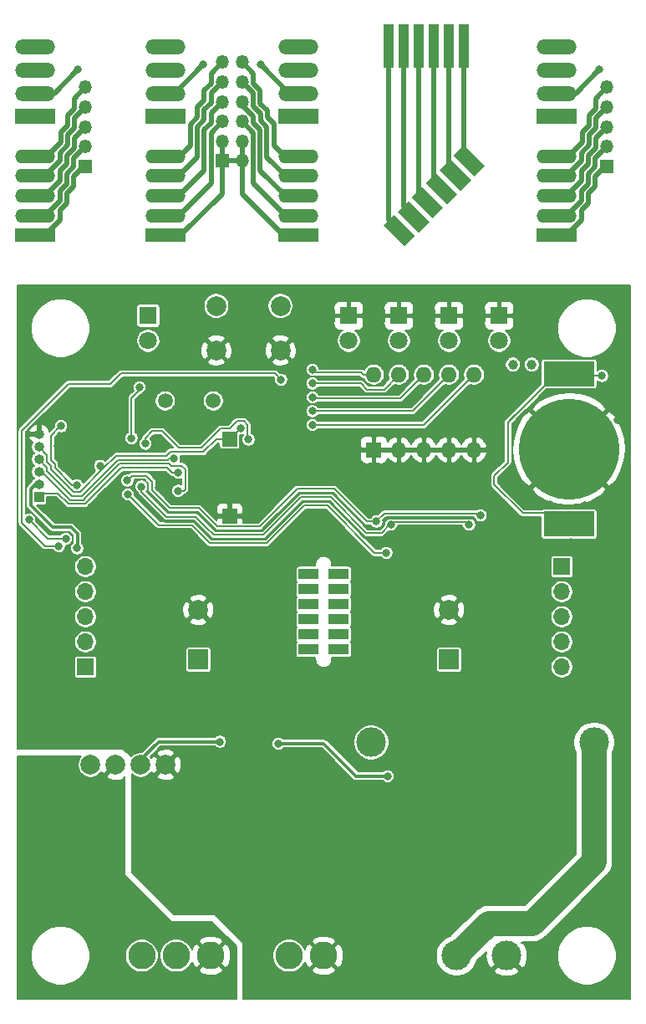
<source format=gtl>
G04 #@! TF.GenerationSoftware,KiCad,Pcbnew,5.1.12-84ad8e8a86~92~ubuntu16.04.1*
G04 #@! TF.CreationDate,2022-12-06T17:33:52+01:00*
G04 #@! TF.ProjectId,LedBar,4c656442-6172-42e6-9b69-6361645f7063,rev?*
G04 #@! TF.SameCoordinates,Original*
G04 #@! TF.FileFunction,Copper,L1,Top*
G04 #@! TF.FilePolarity,Positive*
%FSLAX46Y46*%
G04 Gerber Fmt 4.6, Leading zero omitted, Abs format (unit mm)*
G04 Created by KiCad (PCBNEW 5.1.12-84ad8e8a86~92~ubuntu16.04.1) date 2022-12-06 17:33:52*
%MOMM*%
%LPD*%
G01*
G04 APERTURE LIST*
G04 #@! TA.AperFunction,ComponentPad*
%ADD10C,2.800000*%
G04 #@! TD*
G04 #@! TA.AperFunction,ComponentPad*
%ADD11C,1.000000*%
G04 #@! TD*
G04 #@! TA.AperFunction,SMDPad,CuDef*
%ADD12R,1.500000X1.500000*%
G04 #@! TD*
G04 #@! TA.AperFunction,ComponentPad*
%ADD13C,2.000000*%
G04 #@! TD*
G04 #@! TA.AperFunction,ComponentPad*
%ADD14R,2.000000X2.000000*%
G04 #@! TD*
G04 #@! TA.AperFunction,ComponentPad*
%ADD15C,1.800000*%
G04 #@! TD*
G04 #@! TA.AperFunction,ComponentPad*
%ADD16R,1.800000X1.800000*%
G04 #@! TD*
G04 #@! TA.AperFunction,ComponentPad*
%ADD17R,2.032000X1.070000*%
G04 #@! TD*
G04 #@! TA.AperFunction,ComponentPad*
%ADD18O,1.000000X1.000000*%
G04 #@! TD*
G04 #@! TA.AperFunction,ComponentPad*
%ADD19R,1.000000X1.000000*%
G04 #@! TD*
G04 #@! TA.AperFunction,ComponentPad*
%ADD20O,1.600000X1.600000*%
G04 #@! TD*
G04 #@! TA.AperFunction,ComponentPad*
%ADD21R,1.600000X1.600000*%
G04 #@! TD*
G04 #@! TA.AperFunction,ComponentPad*
%ADD22C,1.500000*%
G04 #@! TD*
G04 #@! TA.AperFunction,ComponentPad*
%ADD23O,1.700000X1.700000*%
G04 #@! TD*
G04 #@! TA.AperFunction,ComponentPad*
%ADD24R,1.700000X1.700000*%
G04 #@! TD*
G04 #@! TA.AperFunction,ComponentPad*
%ADD25C,3.000000*%
G04 #@! TD*
G04 #@! TA.AperFunction,SMDPad,CuDef*
%ADD26C,10.200000*%
G04 #@! TD*
G04 #@! TA.AperFunction,SMDPad,CuDef*
%ADD27R,5.100000X2.500000*%
G04 #@! TD*
G04 #@! TA.AperFunction,ComponentPad*
%ADD28O,1.350000X1.350000*%
G04 #@! TD*
G04 #@! TA.AperFunction,ComponentPad*
%ADD29R,1.350000X1.350000*%
G04 #@! TD*
G04 #@! TA.AperFunction,ComponentPad*
%ADD30O,4.050000X1.400000*%
G04 #@! TD*
G04 #@! TA.AperFunction,ComponentPad*
%ADD31R,4.050000X1.400000*%
G04 #@! TD*
G04 #@! TA.AperFunction,SMDPad,CuDef*
%ADD32C,0.100000*%
G04 #@! TD*
G04 #@! TA.AperFunction,SMDPad,CuDef*
%ADD33R,1.070000X4.413000*%
G04 #@! TD*
G04 #@! TA.AperFunction,ComponentPad*
%ADD34R,4.050000X1.500000*%
G04 #@! TD*
G04 #@! TA.AperFunction,ComponentPad*
%ADD35O,4.050000X1.500000*%
G04 #@! TD*
G04 #@! TA.AperFunction,ViaPad*
%ADD36C,0.800000*%
G04 #@! TD*
G04 #@! TA.AperFunction,Conductor*
%ADD37C,0.350000*%
G04 #@! TD*
G04 #@! TA.AperFunction,Conductor*
%ADD38C,0.250000*%
G04 #@! TD*
G04 #@! TA.AperFunction,Conductor*
%ADD39C,0.200000*%
G04 #@! TD*
G04 #@! TA.AperFunction,Conductor*
%ADD40C,2.500000*%
G04 #@! TD*
G04 #@! TA.AperFunction,Conductor*
%ADD41C,0.500000*%
G04 #@! TD*
G04 #@! TA.AperFunction,Conductor*
%ADD42C,0.100000*%
G04 #@! TD*
G04 APERTURE END LIST*
D10*
X151130000Y-139700000D03*
X147630000Y-139700000D03*
D11*
X170312000Y-79883000D03*
X172212000Y-79883000D03*
D12*
X141605000Y-87413000D03*
X141605000Y-95213000D03*
D13*
X138430000Y-104728000D03*
D14*
X138430000Y-109728000D03*
D15*
X168910000Y-77470000D03*
D16*
X168910000Y-74930000D03*
D17*
X149606000Y-101092000D03*
X152654000Y-101092000D03*
X149606000Y-102616000D03*
X152654000Y-102616000D03*
X149606000Y-104140000D03*
X152654000Y-104140000D03*
X149606000Y-105664000D03*
X152654000Y-105664000D03*
X149606000Y-107188000D03*
X152654000Y-107188000D03*
X149606000Y-108712000D03*
X152654000Y-108712000D03*
D18*
X122301000Y-86931500D03*
X122301000Y-88201500D03*
X122301000Y-89471500D03*
X122301000Y-90741500D03*
X122301000Y-92011500D03*
D19*
X122301000Y-93281500D03*
D15*
X163830000Y-77470000D03*
D16*
X163830000Y-74930000D03*
D15*
X158750000Y-77470000D03*
D16*
X158750000Y-74930000D03*
D15*
X153670000Y-77470000D03*
D16*
X153670000Y-74930000D03*
D13*
X140260000Y-78450000D03*
X140260000Y-73950000D03*
X146760000Y-78450000D03*
X146760000Y-73950000D03*
D20*
X156210000Y-80899000D03*
X166370000Y-88519000D03*
X158750000Y-80899000D03*
X163830000Y-88519000D03*
X161290000Y-80899000D03*
X161290000Y-88519000D03*
X163830000Y-80899000D03*
X158750000Y-88519000D03*
X166370000Y-80899000D03*
D21*
X156210000Y-88519000D03*
D22*
X135074000Y-83566000D03*
X139954000Y-83566000D03*
D23*
X127000000Y-100330000D03*
X127000000Y-102870000D03*
X127000000Y-105410000D03*
X127000000Y-107950000D03*
D24*
X127000000Y-110490000D03*
D23*
X175260000Y-110490000D03*
X175260000Y-107950000D03*
X175260000Y-105410000D03*
X175260000Y-102870000D03*
D24*
X175260000Y-100330000D03*
D13*
X163830000Y-104728000D03*
D14*
X163830000Y-109728000D03*
D15*
X133350000Y-77470000D03*
D16*
X133350000Y-74930000D03*
D25*
X169672000Y-139700000D03*
X164592000Y-139700000D03*
X178556000Y-118110000D03*
X155956000Y-118110000D03*
D13*
X135128000Y-120396000D03*
X132588000Y-120396000D03*
X130048000Y-120396000D03*
X127508000Y-120396000D03*
D10*
X139700000Y-139700000D03*
X136200000Y-139700000D03*
X132700000Y-139700000D03*
D26*
X176000000Y-88420000D03*
D27*
X176000000Y-80820000D03*
X176000000Y-96020000D03*
D28*
X127000000Y-51816000D03*
X127000000Y-53816000D03*
X127000000Y-55816000D03*
X127000000Y-57816000D03*
D29*
X127000000Y-59816000D03*
D30*
X174752000Y-58802000D03*
D31*
X174752000Y-66802000D03*
D30*
X174752000Y-62802000D03*
X174752000Y-64802000D03*
X174752000Y-60802000D03*
D28*
X179832000Y-51816000D03*
X179832000Y-53816000D03*
X179832000Y-55816000D03*
X179832000Y-57816000D03*
D29*
X179832000Y-59816000D03*
G04 #@! TA.AperFunction,SMDPad,CuDef*
D32*
G36*
X160410330Y-66848670D02*
G01*
X159349670Y-67909330D01*
X157228350Y-65788010D01*
X158289010Y-64727350D01*
X160410330Y-66848670D01*
G37*
G04 #@! TD.AperFunction*
G04 #@! TA.AperFunction,SMDPad,CuDef*
G36*
X161824543Y-65434456D02*
G01*
X160763883Y-66495116D01*
X158642563Y-64373796D01*
X159703223Y-63313136D01*
X161824543Y-65434456D01*
G37*
G04 #@! TD.AperFunction*
G04 #@! TA.AperFunction,SMDPad,CuDef*
G36*
X163238757Y-64020243D02*
G01*
X162178097Y-65080903D01*
X160056777Y-62959583D01*
X161117437Y-61898923D01*
X163238757Y-64020243D01*
G37*
G04 #@! TD.AperFunction*
G04 #@! TA.AperFunction,SMDPad,CuDef*
G36*
X164652971Y-62606029D02*
G01*
X163592311Y-63666689D01*
X161470991Y-61545369D01*
X162531651Y-60484709D01*
X164652971Y-62606029D01*
G37*
G04 #@! TD.AperFunction*
G04 #@! TA.AperFunction,SMDPad,CuDef*
G36*
X166067184Y-61191816D02*
G01*
X165006524Y-62252476D01*
X162885204Y-60131156D01*
X163945864Y-59070496D01*
X166067184Y-61191816D01*
G37*
G04 #@! TD.AperFunction*
G04 #@! TA.AperFunction,SMDPad,CuDef*
G36*
X167481398Y-59777602D02*
G01*
X166420738Y-60838262D01*
X164299418Y-58716942D01*
X165360078Y-57656282D01*
X167481398Y-59777602D01*
G37*
G04 #@! TD.AperFunction*
D33*
X157734000Y-47672500D03*
X159258000Y-47672500D03*
X160782000Y-47672500D03*
X162306000Y-47672500D03*
X163830000Y-47672500D03*
X165354000Y-47672500D03*
D28*
X142859000Y-49276000D03*
X140859000Y-49276000D03*
X142859000Y-51276000D03*
X140859000Y-51276000D03*
X142859000Y-53276000D03*
X140859000Y-53276000D03*
X142859000Y-55276000D03*
X140859000Y-55276000D03*
X142859000Y-57276000D03*
X140859000Y-57276000D03*
X142859000Y-59276000D03*
D29*
X140859000Y-59276000D03*
D30*
X135128000Y-58802000D03*
D31*
X135128000Y-66802000D03*
D30*
X135128000Y-62802000D03*
X135128000Y-64802000D03*
X135128000Y-60802000D03*
D31*
X148590000Y-66802000D03*
D30*
X148590000Y-64802000D03*
X148590000Y-62802000D03*
X148590000Y-60802000D03*
X148590000Y-58802000D03*
D34*
X148590000Y-54752000D03*
D35*
X148590000Y-52422000D03*
X148590000Y-50082000D03*
X148590000Y-47752000D03*
D30*
X121920000Y-58802000D03*
D31*
X121920000Y-66802000D03*
D30*
X121920000Y-62802000D03*
X121920000Y-64802000D03*
X121920000Y-60802000D03*
D34*
X174752000Y-54752000D03*
D35*
X174752000Y-52422000D03*
X174752000Y-50082000D03*
X174752000Y-47752000D03*
D34*
X135128000Y-54752000D03*
D35*
X135128000Y-52422000D03*
X135128000Y-50082000D03*
X135128000Y-47752000D03*
D34*
X121920000Y-54752000D03*
D35*
X121920000Y-52422000D03*
X121920000Y-50082000D03*
X121920000Y-47752000D03*
D36*
X157607000Y-121539000D03*
X126149960Y-98468016D03*
X140615782Y-118041456D03*
X146558000Y-118237000D03*
X139954000Y-94854419D03*
X137482079Y-96812667D03*
X139417274Y-85979000D03*
X144272000Y-84455000D03*
X141224000Y-90627200D03*
X134391400Y-87320002D03*
X124777500Y-90043000D03*
X172593000Y-124968000D03*
X172466000Y-132842000D03*
X164973000Y-122936000D03*
X131972100Y-118872000D03*
X132207000Y-131191000D03*
X135445500Y-126873000D03*
X132080000Y-125095000D03*
X147129500Y-126111000D03*
X145923000Y-131445000D03*
X145034000Y-137160000D03*
X143154400Y-121970800D03*
X140970000Y-134620000D03*
X120904000Y-118110000D03*
X143637000Y-143256000D03*
X164846000Y-143256000D03*
X156210000Y-143256000D03*
X181356000Y-127381000D03*
X133159500Y-101409500D03*
X133159500Y-105092500D03*
X133159500Y-108775500D03*
X133159500Y-112458500D03*
X143954500Y-99504500D03*
X143954500Y-103187500D03*
X143954500Y-106870500D03*
X143954500Y-110553500D03*
X158305500Y-112458500D03*
X158305500Y-108775500D03*
X158305500Y-105092500D03*
X158305500Y-101409500D03*
X169100500Y-103187500D03*
X169100500Y-106870500D03*
X169100500Y-109347000D03*
X163556626Y-98126874D03*
X153987500Y-93218000D03*
X153416000Y-97536000D03*
X162687000Y-93472000D03*
X165989000Y-94225489D03*
X132715000Y-96647000D03*
X136705389Y-84486664D03*
X129921000Y-83693000D03*
X137287000Y-80010000D03*
X134462014Y-92307433D03*
X136001235Y-91724999D03*
X136906000Y-87376000D03*
X136963976Y-89446327D03*
X181356000Y-72644000D03*
X120904000Y-72644000D03*
X181800500Y-86931500D03*
X181356000Y-99187000D03*
X181356000Y-112522000D03*
X151257000Y-72644000D03*
X161798000Y-72644000D03*
X172720000Y-72644000D03*
X174053500Y-94020000D03*
X177571400Y-94107000D03*
X171450000Y-95758000D03*
X180340000Y-80213200D03*
X146050000Y-116840000D03*
X176149000Y-123571000D03*
X157607000Y-124460000D03*
X158750000Y-139573000D03*
X160782000Y-136906000D03*
X156718000Y-136906000D03*
X158750000Y-134366000D03*
X150622000Y-129667000D03*
X148844000Y-86360000D03*
X151387471Y-91754378D03*
X145034000Y-94854419D03*
X126174500Y-95186500D03*
X123698000Y-93916500D03*
X137795000Y-86360000D03*
X151701500Y-95377000D03*
X169100500Y-99504500D03*
X171323000Y-82042000D03*
X168910000Y-86868000D03*
X169113200Y-91490800D03*
X171475400Y-93878400D03*
X167614600Y-91541600D03*
X120904000Y-97472500D03*
X120904000Y-85153500D03*
X120904000Y-107442000D03*
X141986000Y-72644000D03*
X131572000Y-72644000D03*
X172466000Y-116078000D03*
X170688000Y-113538000D03*
X154686000Y-115824000D03*
X130302000Y-86360000D03*
X148844000Y-90170000D03*
X150368000Y-121412000D03*
X154178000Y-124968000D03*
X140716000Y-125222000D03*
X140970000Y-133096000D03*
X135255000Y-79629000D03*
X135001000Y-76962000D03*
X128143000Y-87906011D03*
X124206000Y-88138000D03*
X126809500Y-83312000D03*
X123063000Y-82994500D03*
X128778000Y-79756000D03*
X126390400Y-80899000D03*
X127000000Y-79438500D03*
X128460500Y-93472000D03*
X131445000Y-81470500D03*
X159766000Y-117348000D03*
X162052000Y-118872000D03*
X174117000Y-143256000D03*
X181356000Y-143256000D03*
X174498000Y-131064000D03*
X162255200Y-121970800D03*
X162306000Y-138176000D03*
X167788378Y-120671378D03*
X180883560Y-85476080D03*
X178971401Y-93853000D03*
X176160011Y-97870002D03*
X129743200Y-126873000D03*
X126111000Y-134518400D03*
X123190000Y-124714000D03*
X141605000Y-143256000D03*
X131318000Y-143256000D03*
X120904000Y-120142000D03*
X120904000Y-129413000D03*
X120904000Y-143256000D03*
X133096000Y-135128000D03*
X126238000Y-124714000D03*
X146812000Y-81407000D03*
X124299949Y-98239104D03*
X128487960Y-90120414D03*
X142705001Y-86296500D03*
X143510000Y-87466000D03*
X149987000Y-85991004D03*
X133066229Y-87880848D03*
X149987000Y-84591003D03*
X150007863Y-83191002D03*
X149987000Y-81791001D03*
X149987000Y-80391000D03*
X157924500Y-96075500D03*
X165862000Y-96075499D03*
X132662003Y-92219989D03*
X156464000Y-95758000D03*
X167035092Y-95150284D03*
X131240449Y-91618078D03*
X157480000Y-98933000D03*
X131292725Y-93018079D03*
X124994016Y-97519192D03*
X121267641Y-95584859D03*
X131649175Y-87316771D03*
X132469500Y-82169000D03*
X179324000Y-81019990D03*
X126238000Y-50038000D03*
X138938000Y-49530000D03*
X144780000Y-49530000D03*
X179070000Y-50038000D03*
X136382801Y-92649341D03*
X136402345Y-90808968D03*
X135964527Y-89413086D03*
X126111000Y-92075000D03*
X124523500Y-86106000D03*
D37*
X132588000Y-120269000D02*
X132588000Y-120396000D01*
X140615782Y-118041456D02*
X134434544Y-118041456D01*
X132588000Y-119888000D02*
X132588000Y-120396000D01*
X134434544Y-118041456D02*
X132588000Y-119888000D01*
X154432000Y-121539000D02*
X157607000Y-121539000D01*
X146558000Y-118237000D02*
X151130000Y-118237000D01*
X151130000Y-118237000D02*
X154432000Y-121539000D01*
X121895998Y-92011500D02*
X122301000Y-92011500D01*
X121425999Y-92481499D02*
X121895998Y-92011500D01*
X125526772Y-96344181D02*
X123688679Y-96344181D01*
X123688679Y-96344181D02*
X121425999Y-94081501D01*
X126149960Y-98468016D02*
X126149960Y-98071015D01*
X126149960Y-98071015D02*
X126169027Y-98051948D01*
X121425999Y-94081501D02*
X121425999Y-92481499D01*
X126169027Y-96986436D02*
X125526772Y-96344181D01*
X126169027Y-98051948D02*
X126169027Y-96986436D01*
D38*
X158088499Y-95350499D02*
X166095997Y-95350499D01*
X158272501Y-95350499D02*
X158088499Y-95350499D01*
X166210001Y-95350498D02*
X166587001Y-95727498D01*
X166095997Y-95350499D02*
X166210001Y-95350498D01*
D39*
X135025479Y-95687656D02*
X132334000Y-92996177D01*
X132334000Y-92996177D02*
X131962003Y-92624180D01*
X130904447Y-92318078D02*
X130956724Y-92318078D01*
X131960085Y-92318079D02*
X131962003Y-92319997D01*
X130904448Y-92318079D02*
X131960085Y-92318079D01*
X131962003Y-92319997D02*
X131962003Y-92624180D01*
X130904447Y-92318078D02*
X130904448Y-92318079D01*
X134285408Y-87214010D02*
X134391400Y-87320002D01*
X131962003Y-91883987D02*
X131962003Y-92319997D01*
D38*
X144806244Y-96688011D02*
X140150536Y-96688011D01*
X157189001Y-95737997D02*
X157189001Y-96106001D01*
X148614867Y-92879388D02*
X144806244Y-96688011D01*
X157576499Y-95350499D02*
X157189001Y-95737997D01*
X152011832Y-92879388D02*
X148614867Y-92879388D01*
X156812001Y-96483001D02*
X155615445Y-96483001D01*
X157189001Y-96106001D02*
X156812001Y-96483001D01*
X140150536Y-96688011D02*
X138300161Y-94837636D01*
X155615445Y-96483001D02*
X152011832Y-92879388D01*
X138300161Y-94837636D02*
X135377567Y-94837636D01*
X158088499Y-95350499D02*
X157576499Y-95350499D01*
X135377567Y-94837636D02*
X133247463Y-92707532D01*
D39*
X132998004Y-91519988D02*
X132326002Y-91519988D01*
X132326002Y-91519988D02*
X131962003Y-91883987D01*
X133247463Y-92707532D02*
X133247463Y-92670531D01*
X133362004Y-92555990D02*
X133362004Y-91883988D01*
X133247463Y-92670531D02*
X133362004Y-92555990D01*
X133362004Y-91883988D02*
X132998004Y-91519988D01*
X136961998Y-89444349D02*
X136963976Y-89446327D01*
X136961998Y-89176011D02*
X136961998Y-89444349D01*
D38*
X155263357Y-97333021D02*
X151659744Y-93729408D01*
X151659744Y-93729408D02*
X148966955Y-93729408D01*
X137948073Y-95687656D02*
X135025479Y-95687656D01*
X139798448Y-97538031D02*
X137948073Y-95687656D01*
X148966955Y-93729408D02*
X145158332Y-97538031D01*
X145158332Y-97538031D02*
X139798448Y-97538031D01*
X171616998Y-95758000D02*
X171450000Y-95758000D01*
X137795000Y-86360000D02*
X137795000Y-86487000D01*
D39*
X120950989Y-87837011D02*
X120950989Y-93833756D01*
X125449959Y-98132015D02*
X125449959Y-98804017D01*
X125694017Y-97887957D02*
X125449959Y-98132015D01*
X125694017Y-97183191D02*
X125694017Y-97887957D01*
D38*
X134391400Y-87320002D02*
X134260408Y-87189010D01*
D39*
X120950989Y-94278255D02*
X120950989Y-93833756D01*
X123491925Y-96819191D02*
X120950989Y-94278255D01*
X125330017Y-96819191D02*
X123491925Y-96819191D01*
X125694017Y-97183191D02*
X125330017Y-96819191D01*
X123330384Y-98239104D02*
X124299949Y-98239104D01*
X120550979Y-95904199D02*
X120550979Y-95341479D01*
X120550979Y-95341479D02*
X120550979Y-95459699D01*
X124299949Y-98239104D02*
X122885884Y-98239104D01*
X122885884Y-98239104D02*
X120550979Y-95904199D01*
X120550979Y-95341479D02*
X120550979Y-86542523D01*
X120550979Y-86542523D02*
X125242002Y-81851500D01*
X125242002Y-81851500D02*
X129540000Y-81851500D01*
X130621001Y-80770499D02*
X146175499Y-80770499D01*
X129540000Y-81851500D02*
X130621001Y-80770499D01*
X146175499Y-80770499D02*
X146812000Y-81407000D01*
D40*
X172294003Y-136449999D02*
X178556000Y-130188002D01*
X167842001Y-136449999D02*
X172294003Y-136449999D01*
X178556000Y-130188002D02*
X178556000Y-118110000D01*
X164592000Y-139700000D02*
X167842001Y-136449999D01*
D39*
X141605000Y-87413000D02*
X141605000Y-87376000D01*
X141605000Y-87396501D02*
X142705001Y-86296500D01*
X141605000Y-87413000D02*
X141605000Y-87396501D01*
X138928614Y-88713085D02*
X140228698Y-87413000D01*
X135568915Y-88713085D02*
X138928614Y-88713085D01*
X135166018Y-89115982D02*
X135568915Y-88713085D01*
X140228698Y-87413000D02*
X141605000Y-87413000D01*
X135166016Y-89115980D02*
X135166018Y-89115982D01*
X130106020Y-89115982D02*
X135166017Y-89115982D01*
X128487960Y-90133960D02*
X128788001Y-90434001D01*
X128487960Y-90120414D02*
X128487960Y-90133960D01*
X128788001Y-90434001D02*
X130106020Y-89115982D01*
X125774999Y-92775001D02*
X126447002Y-92775001D01*
X123501011Y-90501015D02*
X125774999Y-92775001D01*
X122301000Y-88201500D02*
X123101001Y-89001501D01*
X123501011Y-90105813D02*
X123501011Y-90501015D01*
X123101001Y-89705803D02*
X123501011Y-90105813D01*
X123101001Y-89001501D02*
X123101001Y-89705803D01*
X126447002Y-92775001D02*
X128788001Y-90434001D01*
X161277996Y-85991004D02*
X166370000Y-80899000D01*
X149987000Y-85991004D02*
X161277996Y-85991004D01*
X141605499Y-86360000D02*
X142369000Y-85596499D01*
X143041002Y-85596499D02*
X143405001Y-85960498D01*
X143405001Y-85960498D02*
X143405001Y-87466000D01*
X142369000Y-85596499D02*
X143041002Y-85596499D01*
X140716000Y-86360000D02*
X141605499Y-86360000D01*
X138762925Y-88313075D02*
X140716000Y-86360000D01*
X136420475Y-88313075D02*
X134727401Y-86620001D01*
X138762925Y-88313075D02*
X136420475Y-88313075D01*
X133761391Y-86620001D02*
X134727401Y-86620001D01*
X133066229Y-87315163D02*
X133761391Y-86620001D01*
X133066229Y-87315163D02*
X133066229Y-87880848D01*
X160137997Y-84591003D02*
X163830000Y-80899000D01*
X149987000Y-84591003D02*
X160137997Y-84591003D01*
X150007863Y-83191002D02*
X150015892Y-83199031D01*
X161290000Y-80899000D02*
X158877000Y-83312000D01*
X150128861Y-83312000D02*
X150007863Y-83191002D01*
X158877000Y-83312000D02*
X150128861Y-83312000D01*
X154908301Y-81791001D02*
X149987000Y-81791001D01*
X158750000Y-80899000D02*
X157249989Y-82399011D01*
X155516310Y-82399011D02*
X154908301Y-81791001D01*
X157249989Y-82399011D02*
X155516310Y-82399011D01*
X149987000Y-80518000D02*
X150159991Y-80690991D01*
X149987000Y-80391000D02*
X149987000Y-80518000D01*
X155147697Y-80899000D02*
X156210000Y-80899000D01*
X154939688Y-80690991D02*
X155147697Y-80899000D01*
X150159991Y-80690991D02*
X154939688Y-80690991D01*
X158033991Y-95966009D02*
X157924500Y-96075500D01*
X157924500Y-96075500D02*
X157988000Y-96075500D01*
X157988000Y-96075500D02*
X158287991Y-95775509D01*
X158287991Y-95775509D02*
X165518665Y-95775509D01*
X165562010Y-95775509D02*
X165862000Y-96075499D01*
X165518665Y-95775509D02*
X165562010Y-95775509D01*
X139265911Y-96404440D02*
X139265909Y-96404438D01*
X138124117Y-95262646D02*
X139265911Y-96404440D01*
X136075833Y-95262646D02*
X138124117Y-95262646D01*
X135201523Y-95262646D02*
X136144000Y-95262646D01*
X135201523Y-95262646D02*
X132664601Y-92725724D01*
X132664601Y-92222587D02*
X132662003Y-92219989D01*
X132664601Y-92725724D02*
X132664601Y-92222587D01*
X139974492Y-97113021D02*
X139265911Y-96404440D01*
X144982288Y-97113021D02*
X139974492Y-97113021D01*
X148790911Y-93304398D02*
X144982288Y-97113021D01*
X157924500Y-96075500D02*
X157820556Y-96075500D01*
X151835788Y-93304398D02*
X148790911Y-93304398D01*
X157820556Y-96075500D02*
X156988045Y-96908011D01*
X156988045Y-96908011D02*
X155439401Y-96908011D01*
X155439401Y-96908011D02*
X151835788Y-93304398D01*
X157296511Y-94925489D02*
X166743989Y-94925489D01*
X156464000Y-95758000D02*
X157296511Y-94925489D01*
X166810297Y-94925489D02*
X167035092Y-95150284D01*
X166743989Y-94925489D02*
X166810297Y-94925489D01*
X136075833Y-94412626D02*
X136652000Y-94412626D01*
X133762013Y-92621028D02*
X135553611Y-94412626D01*
X131240449Y-91618078D02*
X131738549Y-91119978D01*
X131738549Y-91119978D02*
X133163693Y-91119978D01*
X133163693Y-91119978D02*
X133762014Y-91718299D01*
X135553611Y-94412626D02*
X136075833Y-94412626D01*
X133762014Y-91718299D02*
X133762013Y-92621028D01*
X155491498Y-95758000D02*
X156464000Y-95758000D01*
X152187876Y-92454378D02*
X155491498Y-95758000D01*
X148438823Y-92454378D02*
X152187876Y-92454378D01*
X136427921Y-94412626D02*
X138476205Y-94412626D01*
X140326580Y-96263001D02*
X144630200Y-96263001D01*
X138476205Y-94412626D02*
X140326580Y-96263001D01*
X144630200Y-96263001D02*
X148438823Y-92454378D01*
X131292725Y-92977439D02*
X131420199Y-93104913D01*
X135723745Y-96112666D02*
X137260666Y-96112666D01*
X137260666Y-96112666D02*
X137059334Y-96112666D01*
X134849435Y-96112666D02*
X134849433Y-96112664D01*
X135723745Y-96112666D02*
X134849435Y-96112666D01*
X134387312Y-96112666D02*
X134849435Y-96112666D01*
X131292725Y-93018079D02*
X134387312Y-96112666D01*
X156262282Y-98933000D02*
X157480000Y-98933000D01*
X151483700Y-94154418D02*
X156262282Y-98933000D01*
X149142999Y-94154418D02*
X151483700Y-94154418D01*
X137260666Y-96112666D02*
X137772029Y-96112666D01*
X137772029Y-96112666D02*
X139622404Y-97963041D01*
X139622404Y-97963041D02*
X145334376Y-97963041D01*
X145334376Y-97963041D02*
X149142999Y-94154418D01*
X123201974Y-97519192D02*
X121267641Y-95584859D01*
X124994016Y-97519192D02*
X123201974Y-97519192D01*
X131649175Y-83261371D02*
X132469500Y-82441046D01*
X131649175Y-87316771D02*
X131649175Y-83261371D01*
X169799000Y-85721000D02*
X169799000Y-89768998D01*
X168413199Y-91154799D02*
X168413199Y-92035399D01*
X176199990Y-81019990D02*
X176000000Y-80820000D01*
X179350000Y-81019990D02*
X176199990Y-81019990D01*
X175017498Y-96020000D02*
X176000000Y-96020000D01*
X176000000Y-80820000D02*
X174700000Y-80820000D01*
X169924499Y-85595501D02*
X171384500Y-84135500D01*
X174700000Y-80820000D02*
X171384500Y-84135500D01*
X175037999Y-95057999D02*
X176000000Y-96020000D01*
X174899800Y-94919800D02*
X176000000Y-96020000D01*
X171297600Y-94919800D02*
X174899800Y-94919800D01*
X168413199Y-92035399D02*
X171297600Y-94919800D01*
X169799000Y-89768998D02*
X168413199Y-91154799D01*
X171384500Y-84135500D02*
X169799000Y-85721000D01*
D41*
X165354000Y-58710864D02*
X165890408Y-59247272D01*
X165354000Y-47371000D02*
X165354000Y-58710864D01*
X163830000Y-60015292D02*
X164476194Y-60661486D01*
X163830000Y-47371000D02*
X163830000Y-60015292D01*
X160782000Y-62624146D02*
X161647767Y-63489913D01*
X160782000Y-47371000D02*
X160782000Y-62624146D01*
X162306000Y-61319718D02*
X163061981Y-62075699D01*
X162306000Y-47371000D02*
X162306000Y-61319718D01*
X159258000Y-63928573D02*
X160233553Y-64904126D01*
X159258000Y-47371000D02*
X159258000Y-63928573D01*
X157734000Y-65233000D02*
X158819340Y-66318340D01*
X157734000Y-47371000D02*
X157734000Y-65233000D01*
X122871359Y-66802000D02*
X124395010Y-65278349D01*
X121920000Y-66802000D02*
X122871359Y-66802000D01*
X124395010Y-64268311D02*
X125095020Y-63568302D01*
X124395010Y-65278349D02*
X124395010Y-64268311D01*
X125095020Y-62558264D02*
X125795030Y-61858255D01*
X125095020Y-63568302D02*
X125095020Y-62558264D01*
X125795030Y-61858255D02*
X125795030Y-60848217D01*
X126827247Y-59816000D02*
X127000000Y-59816000D01*
X125795030Y-60848217D02*
X126827247Y-59816000D01*
X125874999Y-57951039D02*
X125874999Y-56941001D01*
X124395010Y-60268311D02*
X125095020Y-59568302D01*
X125874999Y-56941001D02*
X127000000Y-55816000D01*
X122871359Y-62802000D02*
X124395010Y-61278349D01*
X124395010Y-61278349D02*
X124395010Y-60268311D01*
X121920000Y-62802000D02*
X122871359Y-62802000D01*
X125095020Y-59568302D02*
X125095020Y-58731018D01*
X125095020Y-58731018D02*
X125874999Y-57951039D01*
X122871359Y-64802000D02*
X124395010Y-63278349D01*
X125795030Y-59858255D02*
X125795030Y-59020970D01*
X125795030Y-59020970D02*
X127000000Y-57816000D01*
X125095020Y-61568302D02*
X125095020Y-60558264D01*
X125095020Y-60558264D02*
X125795030Y-59858255D01*
X124395010Y-62268311D02*
X125095020Y-61568302D01*
X124395010Y-63278349D02*
X124395010Y-62268311D01*
X121920000Y-64802000D02*
X122871359Y-64802000D01*
X127000000Y-53816000D02*
X125874999Y-54941001D01*
X124395010Y-58441066D02*
X124395010Y-59278349D01*
X125174989Y-57661087D02*
X124395010Y-58441066D01*
X124395010Y-59278349D02*
X122871359Y-60802000D01*
X125174989Y-56651048D02*
X125174989Y-57661087D01*
X122871359Y-60802000D02*
X121920000Y-60802000D01*
X125874999Y-54941001D02*
X125874999Y-55951039D01*
X125874999Y-55951039D02*
X125174989Y-56651048D01*
X123854000Y-52422000D02*
X121920000Y-52422000D01*
X126238000Y-50038000D02*
X123854000Y-52422000D01*
X127000000Y-51816000D02*
X125874999Y-52941001D01*
X124474979Y-56361095D02*
X124474979Y-57371135D01*
X124474979Y-57371135D02*
X123044114Y-58802000D01*
X123044114Y-58802000D02*
X121920000Y-58802000D01*
X125174989Y-54651048D02*
X125174989Y-55661086D01*
X125174989Y-55661086D02*
X124474979Y-56361095D01*
X125874999Y-52941001D02*
X125874999Y-53951039D01*
X125874999Y-53951039D02*
X125174989Y-54651048D01*
X142859000Y-57276000D02*
X142859000Y-59276000D01*
X142859000Y-59276000D02*
X142859000Y-62595000D01*
X147066000Y-66802000D02*
X148590000Y-66802000D01*
X142859000Y-62595000D02*
X147066000Y-66802000D01*
X140859000Y-57276000D02*
X140859000Y-57276000D01*
X136652000Y-66802000D02*
X135128000Y-66802000D01*
X140859000Y-57276000D02*
X140859000Y-62595000D01*
X140859000Y-62595000D02*
X136652000Y-66802000D01*
X142859000Y-59276000D02*
X140859000Y-59276000D01*
X140859000Y-53276000D02*
X140859000Y-53276000D01*
X139733999Y-55411039D02*
X139033989Y-56111048D01*
X139733999Y-54401001D02*
X139733999Y-55411039D01*
X136453000Y-62802000D02*
X135128000Y-62802000D01*
X139033989Y-60221011D02*
X136453000Y-62802000D01*
X139033989Y-56111048D02*
X139033989Y-60221011D01*
X140859000Y-53276000D02*
X139733999Y-54401001D01*
X140859000Y-55276000D02*
X140859000Y-55276000D01*
X140859000Y-55276000D02*
X139733999Y-56401001D01*
X139733999Y-61561001D02*
X136493000Y-64802000D01*
X136493000Y-64802000D02*
X135128000Y-64802000D01*
X139733999Y-56401001D02*
X139733999Y-61561001D01*
X140859000Y-51276000D02*
X140835000Y-51300000D01*
X140835000Y-51300000D02*
X139733999Y-52401001D01*
X138333979Y-55821095D02*
X138333979Y-58921021D01*
X138333979Y-58921021D02*
X136453000Y-60802000D01*
X136453000Y-60802000D02*
X135128000Y-60802000D01*
X139033989Y-54111048D02*
X139033989Y-55121086D01*
X139033989Y-55121086D02*
X138333979Y-55821095D01*
X139733999Y-52401001D02*
X139733999Y-53411039D01*
X139733999Y-53411039D02*
X139033989Y-54111048D01*
X136046000Y-52422000D02*
X138938000Y-49530000D01*
X135128000Y-52422000D02*
X136046000Y-52422000D01*
X140859000Y-49276000D02*
X139733999Y-50401001D01*
X137603001Y-57722999D02*
X136524000Y-58802000D01*
X136524000Y-58802000D02*
X135128000Y-58802000D01*
X138333979Y-53821096D02*
X138333979Y-54831133D01*
X138333979Y-54831133D02*
X137603001Y-55562111D01*
X137603001Y-55562111D02*
X137603001Y-57722999D01*
X139033989Y-52111048D02*
X139033989Y-53121086D01*
X139033989Y-53121086D02*
X138333979Y-53821096D01*
X139733999Y-50401001D02*
X139733999Y-51411039D01*
X139733999Y-51411039D02*
X139033989Y-52111048D01*
X142859000Y-49276000D02*
X143984001Y-50401001D01*
X146084031Y-57692031D02*
X147194000Y-58802000D01*
X147194000Y-58802000D02*
X148590000Y-58802000D01*
X146084031Y-55531142D02*
X146084031Y-57692031D01*
X145418020Y-54190093D02*
X145418020Y-54865132D01*
X145418020Y-54865132D02*
X146084031Y-55531142D01*
X144684011Y-52111048D02*
X144684011Y-53456085D01*
X144684011Y-53456085D02*
X145418020Y-54190093D01*
X143984001Y-50401001D02*
X143984001Y-51411039D01*
X143984001Y-51411039D02*
X144684011Y-52111048D01*
X148590000Y-52422000D02*
X147672000Y-52422000D01*
X147672000Y-52422000D02*
X144780000Y-49530000D01*
X142859000Y-51276000D02*
X143984001Y-52401001D01*
X145384021Y-55821095D02*
X145384021Y-58921021D01*
X145384021Y-58921021D02*
X147265000Y-60802000D01*
X147265000Y-60802000D02*
X148590000Y-60802000D01*
X144718010Y-55155084D02*
X145384021Y-55821095D01*
X143984001Y-52401001D02*
X143984001Y-53746037D01*
X143984001Y-53746037D02*
X144718010Y-54480046D01*
X144718010Y-54480046D02*
X144718010Y-55155084D01*
X142859000Y-55276000D02*
X143984001Y-56401001D01*
X143984001Y-56401001D02*
X143984001Y-61521001D01*
X147265000Y-64802000D02*
X148590000Y-64802000D01*
X143984001Y-61521001D02*
X147265000Y-64802000D01*
X144018000Y-54769998D02*
X144018000Y-55445038D01*
X142859000Y-53610998D02*
X144018000Y-54769998D01*
X142859000Y-53276000D02*
X142859000Y-53276000D01*
X144018000Y-55445038D02*
X144684011Y-56111048D01*
X147265000Y-62802000D02*
X148590000Y-62802000D01*
X144684011Y-60221011D02*
X147265000Y-62802000D01*
X144684011Y-56111048D02*
X144684011Y-60221011D01*
X142859000Y-53276000D02*
X142859000Y-53610998D01*
X175703359Y-66802000D02*
X177227010Y-65278349D01*
X174752000Y-66802000D02*
X175703359Y-66802000D01*
X177227010Y-64268311D02*
X177927020Y-63568302D01*
X177227010Y-65278349D02*
X177227010Y-64268311D01*
X177927020Y-62558264D02*
X178627030Y-61858255D01*
X177927020Y-63568302D02*
X177927020Y-62558264D01*
X178627030Y-61858255D02*
X178627030Y-60848217D01*
X179659247Y-59816000D02*
X179832000Y-59816000D01*
X178627030Y-60848217D02*
X179659247Y-59816000D01*
X178706999Y-57951039D02*
X178706999Y-56941001D01*
X177227010Y-60268311D02*
X177927020Y-59568302D01*
X178706999Y-56941001D02*
X179832000Y-55816000D01*
X175703359Y-62802000D02*
X177227010Y-61278349D01*
X177227010Y-61278349D02*
X177227010Y-60268311D01*
X174752000Y-62802000D02*
X175703359Y-62802000D01*
X177927020Y-59568302D02*
X177927020Y-58731018D01*
X177927020Y-58731018D02*
X178706999Y-57951039D01*
X175703359Y-64802000D02*
X177227010Y-63278349D01*
X178627030Y-59858255D02*
X178627030Y-59020970D01*
X178627030Y-59020970D02*
X179832000Y-57816000D01*
X177927020Y-61568302D02*
X177927020Y-60558264D01*
X177927020Y-60558264D02*
X178627030Y-59858255D01*
X177227010Y-62268311D02*
X177927020Y-61568302D01*
X177227010Y-63278349D02*
X177227010Y-62268311D01*
X174752000Y-64802000D02*
X175703359Y-64802000D01*
X179832000Y-53816000D02*
X178706999Y-54941001D01*
X177227010Y-58441066D02*
X177227010Y-59278349D01*
X178006989Y-57661087D02*
X177227010Y-58441066D01*
X177227010Y-59278349D02*
X175703359Y-60802000D01*
X178006989Y-56651048D02*
X178006989Y-57661087D01*
X175703359Y-60802000D02*
X174752000Y-60802000D01*
X178706999Y-54941001D02*
X178706999Y-55951039D01*
X178706999Y-55951039D02*
X178006989Y-56651048D01*
X176686000Y-52422000D02*
X174752000Y-52422000D01*
X179070000Y-50038000D02*
X176686000Y-52422000D01*
X179832000Y-51816000D02*
X178706999Y-52941001D01*
X177306979Y-56361095D02*
X177306979Y-57371135D01*
X177306979Y-57371135D02*
X175876114Y-58802000D01*
X175876114Y-58802000D02*
X174752000Y-58802000D01*
X178006989Y-54651048D02*
X178006989Y-55661086D01*
X178006989Y-55661086D02*
X177306979Y-56361095D01*
X178706999Y-52941001D02*
X178706999Y-53951039D01*
X178706999Y-53951039D02*
X178006989Y-54651048D01*
D39*
X136948486Y-92649341D02*
X136382801Y-92649341D01*
X136738346Y-90108967D02*
X137102345Y-90472966D01*
X137102345Y-90472966D02*
X137102345Y-92495482D01*
X135457417Y-89916000D02*
X135654505Y-90113088D01*
X137102345Y-92495482D02*
X136948486Y-92649341D01*
X130437399Y-89916000D02*
X135457417Y-89916000D01*
X135654505Y-90113088D02*
X136062223Y-90113088D01*
X136066344Y-90108967D02*
X136738346Y-90108967D01*
X126778379Y-93575021D02*
X127012700Y-93340699D01*
X136062223Y-90113088D02*
X136066344Y-90108967D01*
X122301000Y-90741500D02*
X122610101Y-90741500D01*
X125443622Y-93575021D02*
X125880979Y-93575021D01*
X122610101Y-90741500D02*
X125443622Y-93575021D01*
X125880979Y-93575021D02*
X126778379Y-93575021D01*
X125443621Y-93575021D02*
X125880979Y-93575021D01*
X127012700Y-93340699D02*
X130437399Y-89916000D01*
X135291728Y-90316010D02*
X135784686Y-90808967D01*
X135784686Y-90808967D02*
X136402345Y-90808968D01*
X126944070Y-93975030D02*
X127412709Y-93506388D01*
X130603087Y-90316010D02*
X135291728Y-90316010D01*
X125277932Y-93975031D02*
X126944070Y-93975030D01*
X125277932Y-93975031D02*
X124203401Y-92900500D01*
X122682000Y-92900500D02*
X122301000Y-93281500D01*
X124203401Y-92900500D02*
X122682000Y-92900500D01*
X127412709Y-93506388D02*
X130603087Y-90316010D01*
X135861623Y-89515990D02*
X135964527Y-89413086D01*
X122301000Y-89471500D02*
X123101001Y-90271501D01*
X135434612Y-89413086D02*
X135964527Y-89413086D01*
X135331706Y-89515992D02*
X135434612Y-89413086D01*
X123101001Y-90271501D02*
X123101001Y-90666703D01*
X130271709Y-89515992D02*
X135331706Y-89515992D01*
X123101001Y-90666703D02*
X125609310Y-93175011D01*
X125609310Y-93175011D02*
X126612690Y-93175011D01*
X126612690Y-93175011D02*
X130271709Y-89515992D01*
X125640694Y-92075000D02*
X126111000Y-92075000D01*
X123901021Y-90335327D02*
X125640694Y-92075000D01*
X124460000Y-86106000D02*
X123501011Y-87064989D01*
X123901021Y-89940125D02*
X123901021Y-90335327D01*
X123501011Y-89540115D02*
X123901021Y-89940125D01*
X123501011Y-87064989D02*
X123501011Y-89540115D01*
X182145000Y-144045000D02*
X142975000Y-144045000D01*
X142975000Y-139532565D01*
X145930000Y-139532565D01*
X145930000Y-139867435D01*
X145995330Y-140195872D01*
X146123479Y-140505252D01*
X146309523Y-140783687D01*
X146546313Y-141020477D01*
X146824748Y-141206521D01*
X147134128Y-141334670D01*
X147462565Y-141400000D01*
X147797435Y-141400000D01*
X148125872Y-141334670D01*
X148435252Y-141206521D01*
X148559272Y-141123653D01*
X149924136Y-141123653D01*
X150072065Y-141418124D01*
X150427583Y-141591504D01*
X150810094Y-141692194D01*
X151204898Y-141716325D01*
X151596824Y-141662970D01*
X151970811Y-141534180D01*
X152187935Y-141418124D01*
X152335864Y-141123653D01*
X151130000Y-139917789D01*
X149924136Y-141123653D01*
X148559272Y-141123653D01*
X148713687Y-141020477D01*
X148950477Y-140783687D01*
X149136521Y-140505252D01*
X149216817Y-140311399D01*
X149295820Y-140540811D01*
X149411876Y-140757935D01*
X149706347Y-140905864D01*
X150912211Y-139700000D01*
X151347789Y-139700000D01*
X152553653Y-140905864D01*
X152848124Y-140757935D01*
X153021504Y-140402417D01*
X153122194Y-140019906D01*
X153146325Y-139625102D01*
X153128365Y-139493168D01*
X162492000Y-139493168D01*
X162492000Y-139906832D01*
X162572702Y-140312547D01*
X162731004Y-140694723D01*
X162960823Y-141038672D01*
X163253328Y-141331177D01*
X163597277Y-141560996D01*
X163979453Y-141719298D01*
X164385168Y-141800000D01*
X164798832Y-141800000D01*
X165204547Y-141719298D01*
X165586723Y-141560996D01*
X165930672Y-141331177D01*
X166066912Y-141194937D01*
X168394852Y-141194937D01*
X168554837Y-141499644D01*
X168927396Y-141683012D01*
X169328570Y-141790174D01*
X169742942Y-141817012D01*
X170154587Y-141762494D01*
X170547687Y-141628716D01*
X170789163Y-141499644D01*
X170949148Y-141194937D01*
X169672000Y-139917789D01*
X168394852Y-141194937D01*
X166066912Y-141194937D01*
X166223177Y-141038672D01*
X166452996Y-140694723D01*
X166611298Y-140312547D01*
X166615159Y-140293135D01*
X167592797Y-139315497D01*
X167581826Y-139356570D01*
X167554988Y-139770942D01*
X167609506Y-140182587D01*
X167743284Y-140575687D01*
X167872356Y-140817163D01*
X168177063Y-140977148D01*
X169454211Y-139700000D01*
X169440069Y-139685858D01*
X169657858Y-139468069D01*
X169672000Y-139482211D01*
X169686142Y-139468069D01*
X169903931Y-139685858D01*
X169889789Y-139700000D01*
X171166937Y-140977148D01*
X171471644Y-140817163D01*
X171655012Y-140444604D01*
X171762174Y-140043430D01*
X171789012Y-139629058D01*
X171759276Y-139404526D01*
X174800000Y-139404526D01*
X174800000Y-139995474D01*
X174915288Y-140575068D01*
X175141434Y-141121033D01*
X175469748Y-141612389D01*
X175887611Y-142030252D01*
X176378967Y-142358566D01*
X176924932Y-142584712D01*
X177504526Y-142700000D01*
X178095474Y-142700000D01*
X178675068Y-142584712D01*
X179221033Y-142358566D01*
X179712389Y-142030252D01*
X180130252Y-141612389D01*
X180458566Y-141121033D01*
X180684712Y-140575068D01*
X180800000Y-139995474D01*
X180800000Y-139404526D01*
X180684712Y-138824932D01*
X180458566Y-138278967D01*
X180130252Y-137787611D01*
X179712389Y-137369748D01*
X179221033Y-137041434D01*
X178675068Y-136815288D01*
X178095474Y-136700000D01*
X177504526Y-136700000D01*
X176924932Y-136815288D01*
X176378967Y-137041434D01*
X175887611Y-137369748D01*
X175469748Y-137787611D01*
X175141434Y-138278967D01*
X174915288Y-138824932D01*
X174800000Y-139404526D01*
X171759276Y-139404526D01*
X171734494Y-139217413D01*
X171600716Y-138824313D01*
X171471644Y-138582837D01*
X171166939Y-138422853D01*
X171278347Y-138311445D01*
X171266901Y-138299999D01*
X172203124Y-138299999D01*
X172294003Y-138308950D01*
X172384882Y-138299999D01*
X172384885Y-138299999D01*
X172656666Y-138273231D01*
X173005393Y-138167446D01*
X173326781Y-137995660D01*
X173608480Y-137764476D01*
X173666419Y-137693877D01*
X179799885Y-131560412D01*
X179870477Y-131502479D01*
X179969884Y-131381351D01*
X180101661Y-131220781D01*
X180273447Y-130899392D01*
X180273447Y-130899391D01*
X180379232Y-130550665D01*
X180406000Y-130278884D01*
X180406000Y-130278882D01*
X180414951Y-130188003D01*
X180406000Y-130097124D01*
X180406000Y-119121180D01*
X180416996Y-119104723D01*
X180575298Y-118722547D01*
X180656000Y-118316832D01*
X180656000Y-117903168D01*
X180575298Y-117497453D01*
X180416996Y-117115277D01*
X180187177Y-116771328D01*
X179894672Y-116478823D01*
X179550723Y-116249004D01*
X179168547Y-116090702D01*
X178762832Y-116010000D01*
X178349168Y-116010000D01*
X177943453Y-116090702D01*
X177561277Y-116249004D01*
X177217328Y-116478823D01*
X176924823Y-116771328D01*
X176695004Y-117115277D01*
X176536702Y-117497453D01*
X176456000Y-117903168D01*
X176456000Y-118316832D01*
X176536702Y-118722547D01*
X176695004Y-119104723D01*
X176706001Y-119121181D01*
X176706000Y-129421707D01*
X171527709Y-134599999D01*
X167932871Y-134599999D01*
X167842000Y-134591049D01*
X167751129Y-134599999D01*
X167751119Y-134599999D01*
X167479338Y-134626767D01*
X167130611Y-134732552D01*
X166809223Y-134904338D01*
X166527524Y-135135522D01*
X166469590Y-135206115D01*
X163998865Y-137676841D01*
X163979453Y-137680702D01*
X163597277Y-137839004D01*
X163253328Y-138068823D01*
X162960823Y-138361328D01*
X162731004Y-138705277D01*
X162572702Y-139087453D01*
X162492000Y-139493168D01*
X153128365Y-139493168D01*
X153092970Y-139233176D01*
X152964180Y-138859189D01*
X152848124Y-138642065D01*
X152553653Y-138494136D01*
X151347789Y-139700000D01*
X150912211Y-139700000D01*
X149706347Y-138494136D01*
X149411876Y-138642065D01*
X149238496Y-138997583D01*
X149215423Y-139085235D01*
X149136521Y-138894748D01*
X148950477Y-138616313D01*
X148713687Y-138379523D01*
X148559273Y-138276347D01*
X149924136Y-138276347D01*
X151130000Y-139482211D01*
X152335864Y-138276347D01*
X152187935Y-137981876D01*
X151832417Y-137808496D01*
X151449906Y-137707806D01*
X151055102Y-137683675D01*
X150663176Y-137737030D01*
X150289189Y-137865820D01*
X150072065Y-137981876D01*
X149924136Y-138276347D01*
X148559273Y-138276347D01*
X148435252Y-138193479D01*
X148125872Y-138065330D01*
X147797435Y-138000000D01*
X147462565Y-138000000D01*
X147134128Y-138065330D01*
X146824748Y-138193479D01*
X146546313Y-138379523D01*
X146309523Y-138616313D01*
X146123479Y-138894748D01*
X145995330Y-139204128D01*
X145930000Y-139532565D01*
X142975000Y-139532565D01*
X142975000Y-138430000D01*
X142973079Y-138410491D01*
X142967388Y-138391732D01*
X142958147Y-138374443D01*
X142945711Y-138359289D01*
X140151711Y-135565289D01*
X140136557Y-135552853D01*
X140119268Y-135543612D01*
X140100509Y-135537921D01*
X140081000Y-135536000D01*
X135931422Y-135536000D01*
X131672000Y-131276578D01*
X131672000Y-121318478D01*
X131759298Y-121405776D01*
X131972219Y-121548045D01*
X132208804Y-121646042D01*
X132459961Y-121696000D01*
X132716039Y-121696000D01*
X132967196Y-121646042D01*
X133203781Y-121548045D01*
X133224503Y-121534199D01*
X134207590Y-121534199D01*
X134307181Y-121787762D01*
X134594472Y-121921154D01*
X134902265Y-121995934D01*
X135218735Y-122009230D01*
X135531716Y-121960531D01*
X135829184Y-121851708D01*
X135948819Y-121787762D01*
X136048410Y-121534199D01*
X135128000Y-120613789D01*
X134207590Y-121534199D01*
X133224503Y-121534199D01*
X133416702Y-121405776D01*
X133597776Y-121224702D01*
X133677042Y-121106071D01*
X133736238Y-121216819D01*
X133989801Y-121316410D01*
X134910211Y-120396000D01*
X135345789Y-120396000D01*
X136266199Y-121316410D01*
X136519762Y-121216819D01*
X136653154Y-120929528D01*
X136727934Y-120621735D01*
X136741230Y-120305265D01*
X136692531Y-119992284D01*
X136583708Y-119694816D01*
X136519762Y-119575181D01*
X136266199Y-119475590D01*
X135345789Y-120396000D01*
X134910211Y-120396000D01*
X133989801Y-119475590D01*
X133736238Y-119575181D01*
X133681629Y-119692794D01*
X133597776Y-119567298D01*
X133589114Y-119558636D01*
X133889949Y-119257801D01*
X134207590Y-119257801D01*
X135128000Y-120178211D01*
X136048410Y-119257801D01*
X135948819Y-119004238D01*
X135661528Y-118870846D01*
X135353735Y-118796066D01*
X135037265Y-118782770D01*
X134724284Y-118831469D01*
X134426816Y-118940292D01*
X134307181Y-119004238D01*
X134207590Y-119257801D01*
X133889949Y-119257801D01*
X134631296Y-118516456D01*
X140100832Y-118516456D01*
X140169558Y-118585182D01*
X140284208Y-118661788D01*
X140411600Y-118714555D01*
X140546838Y-118741456D01*
X140684726Y-118741456D01*
X140819964Y-118714555D01*
X140947356Y-118661788D01*
X141062006Y-118585182D01*
X141159508Y-118487680D01*
X141236114Y-118373030D01*
X141288881Y-118245638D01*
X141304313Y-118168056D01*
X145858000Y-118168056D01*
X145858000Y-118305944D01*
X145884901Y-118441182D01*
X145937668Y-118568574D01*
X146014274Y-118683224D01*
X146111776Y-118780726D01*
X146226426Y-118857332D01*
X146353818Y-118910099D01*
X146489056Y-118937000D01*
X146626944Y-118937000D01*
X146762182Y-118910099D01*
X146889574Y-118857332D01*
X147004224Y-118780726D01*
X147072950Y-118712000D01*
X150933250Y-118712000D01*
X154079621Y-121858372D01*
X154094499Y-121876501D01*
X154166827Y-121935859D01*
X154249346Y-121979966D01*
X154301986Y-121995934D01*
X154338883Y-122007127D01*
X154431999Y-122016298D01*
X154455331Y-122014000D01*
X157092050Y-122014000D01*
X157160776Y-122082726D01*
X157275426Y-122159332D01*
X157402818Y-122212099D01*
X157538056Y-122239000D01*
X157675944Y-122239000D01*
X157811182Y-122212099D01*
X157938574Y-122159332D01*
X158053224Y-122082726D01*
X158150726Y-121985224D01*
X158227332Y-121870574D01*
X158280099Y-121743182D01*
X158307000Y-121607944D01*
X158307000Y-121470056D01*
X158280099Y-121334818D01*
X158227332Y-121207426D01*
X158150726Y-121092776D01*
X158053224Y-120995274D01*
X157938574Y-120918668D01*
X157811182Y-120865901D01*
X157675944Y-120839000D01*
X157538056Y-120839000D01*
X157402818Y-120865901D01*
X157275426Y-120918668D01*
X157160776Y-120995274D01*
X157092050Y-121064000D01*
X154628751Y-121064000D01*
X151497467Y-117932716D01*
X154156000Y-117932716D01*
X154156000Y-118287284D01*
X154225173Y-118635041D01*
X154360861Y-118962620D01*
X154557849Y-119257433D01*
X154808567Y-119508151D01*
X155103380Y-119705139D01*
X155430959Y-119840827D01*
X155778716Y-119910000D01*
X156133284Y-119910000D01*
X156481041Y-119840827D01*
X156808620Y-119705139D01*
X157103433Y-119508151D01*
X157354151Y-119257433D01*
X157551139Y-118962620D01*
X157686827Y-118635041D01*
X157756000Y-118287284D01*
X157756000Y-117932716D01*
X157686827Y-117584959D01*
X157551139Y-117257380D01*
X157354151Y-116962567D01*
X157103433Y-116711849D01*
X156808620Y-116514861D01*
X156481041Y-116379173D01*
X156133284Y-116310000D01*
X155778716Y-116310000D01*
X155430959Y-116379173D01*
X155103380Y-116514861D01*
X154808567Y-116711849D01*
X154557849Y-116962567D01*
X154360861Y-117257380D01*
X154225173Y-117584959D01*
X154156000Y-117932716D01*
X151497467Y-117932716D01*
X151482384Y-117917634D01*
X151467501Y-117899499D01*
X151395173Y-117840141D01*
X151312654Y-117796034D01*
X151223116Y-117768873D01*
X151153332Y-117762000D01*
X151130000Y-117759702D01*
X151106668Y-117762000D01*
X147072950Y-117762000D01*
X147004224Y-117693274D01*
X146889574Y-117616668D01*
X146762182Y-117563901D01*
X146626944Y-117537000D01*
X146489056Y-117537000D01*
X146353818Y-117563901D01*
X146226426Y-117616668D01*
X146111776Y-117693274D01*
X146014274Y-117790776D01*
X145937668Y-117905426D01*
X145884901Y-118032818D01*
X145858000Y-118168056D01*
X141304313Y-118168056D01*
X141315782Y-118110400D01*
X141315782Y-117972512D01*
X141288881Y-117837274D01*
X141236114Y-117709882D01*
X141159508Y-117595232D01*
X141062006Y-117497730D01*
X140947356Y-117421124D01*
X140819964Y-117368357D01*
X140684726Y-117341456D01*
X140546838Y-117341456D01*
X140411600Y-117368357D01*
X140284208Y-117421124D01*
X140169558Y-117497730D01*
X140100832Y-117566456D01*
X134457876Y-117566456D01*
X134434544Y-117564158D01*
X134411212Y-117566456D01*
X134341428Y-117573329D01*
X134251890Y-117600490D01*
X134169371Y-117644597D01*
X134097043Y-117703955D01*
X134082169Y-117722079D01*
X132708249Y-119096000D01*
X132459961Y-119096000D01*
X132208804Y-119145958D01*
X131972219Y-119243955D01*
X131759298Y-119386224D01*
X131612472Y-119533050D01*
X130880711Y-118801289D01*
X130865557Y-118788853D01*
X130848268Y-118779612D01*
X130829509Y-118773921D01*
X130810000Y-118772000D01*
X120115000Y-118772000D01*
X120115000Y-109640000D01*
X125848549Y-109640000D01*
X125848549Y-111340000D01*
X125854341Y-111398810D01*
X125871496Y-111455360D01*
X125899353Y-111507477D01*
X125936842Y-111553158D01*
X125982523Y-111590647D01*
X126034640Y-111618504D01*
X126091190Y-111635659D01*
X126150000Y-111641451D01*
X127850000Y-111641451D01*
X127908810Y-111635659D01*
X127965360Y-111618504D01*
X128017477Y-111590647D01*
X128063158Y-111553158D01*
X128100647Y-111507477D01*
X128128504Y-111455360D01*
X128145659Y-111398810D01*
X128151451Y-111340000D01*
X128151451Y-109640000D01*
X128145659Y-109581190D01*
X128128504Y-109524640D01*
X128100647Y-109472523D01*
X128063158Y-109426842D01*
X128017477Y-109389353D01*
X127965360Y-109361496D01*
X127908810Y-109344341D01*
X127850000Y-109338549D01*
X126150000Y-109338549D01*
X126091190Y-109344341D01*
X126034640Y-109361496D01*
X125982523Y-109389353D01*
X125936842Y-109426842D01*
X125899353Y-109472523D01*
X125871496Y-109524640D01*
X125854341Y-109581190D01*
X125848549Y-109640000D01*
X120115000Y-109640000D01*
X120115000Y-107836735D01*
X125850000Y-107836735D01*
X125850000Y-108063265D01*
X125894194Y-108285443D01*
X125980884Y-108494729D01*
X126106737Y-108683082D01*
X126266918Y-108843263D01*
X126455271Y-108969116D01*
X126664557Y-109055806D01*
X126886735Y-109100000D01*
X127113265Y-109100000D01*
X127335443Y-109055806D01*
X127544729Y-108969116D01*
X127733082Y-108843263D01*
X127848345Y-108728000D01*
X137128549Y-108728000D01*
X137128549Y-110728000D01*
X137134341Y-110786810D01*
X137151496Y-110843360D01*
X137179353Y-110895477D01*
X137216842Y-110941158D01*
X137262523Y-110978647D01*
X137314640Y-111006504D01*
X137371190Y-111023659D01*
X137430000Y-111029451D01*
X139430000Y-111029451D01*
X139488810Y-111023659D01*
X139545360Y-111006504D01*
X139597477Y-110978647D01*
X139643158Y-110941158D01*
X139680647Y-110895477D01*
X139708504Y-110843360D01*
X139725659Y-110786810D01*
X139731451Y-110728000D01*
X139731451Y-108728000D01*
X139725659Y-108669190D01*
X139708504Y-108612640D01*
X139680647Y-108560523D01*
X139643158Y-108514842D01*
X139597477Y-108477353D01*
X139545360Y-108449496D01*
X139488810Y-108432341D01*
X139430000Y-108426549D01*
X137430000Y-108426549D01*
X137371190Y-108432341D01*
X137314640Y-108449496D01*
X137262523Y-108477353D01*
X137216842Y-108514842D01*
X137179353Y-108560523D01*
X137151496Y-108612640D01*
X137134341Y-108669190D01*
X137128549Y-108728000D01*
X127848345Y-108728000D01*
X127893263Y-108683082D01*
X128019116Y-108494729D01*
X128105806Y-108285443D01*
X128150000Y-108063265D01*
X128150000Y-107836735D01*
X128105806Y-107614557D01*
X128019116Y-107405271D01*
X127893263Y-107216918D01*
X127733082Y-107056737D01*
X127544729Y-106930884D01*
X127335443Y-106844194D01*
X127113265Y-106800000D01*
X126886735Y-106800000D01*
X126664557Y-106844194D01*
X126455271Y-106930884D01*
X126266918Y-107056737D01*
X126106737Y-107216918D01*
X125980884Y-107405271D01*
X125894194Y-107614557D01*
X125850000Y-107836735D01*
X120115000Y-107836735D01*
X120115000Y-105296735D01*
X125850000Y-105296735D01*
X125850000Y-105523265D01*
X125894194Y-105745443D01*
X125980884Y-105954729D01*
X126106737Y-106143082D01*
X126266918Y-106303263D01*
X126455271Y-106429116D01*
X126664557Y-106515806D01*
X126886735Y-106560000D01*
X127113265Y-106560000D01*
X127335443Y-106515806D01*
X127544729Y-106429116D01*
X127733082Y-106303263D01*
X127893263Y-106143082D01*
X128019116Y-105954729D01*
X128055786Y-105866199D01*
X137509590Y-105866199D01*
X137609181Y-106119762D01*
X137896472Y-106253154D01*
X138204265Y-106327934D01*
X138520735Y-106341230D01*
X138833716Y-106292531D01*
X139131184Y-106183708D01*
X139250819Y-106119762D01*
X139350410Y-105866199D01*
X138430000Y-104945789D01*
X137509590Y-105866199D01*
X128055786Y-105866199D01*
X128105806Y-105745443D01*
X128150000Y-105523265D01*
X128150000Y-105296735D01*
X128105806Y-105074557D01*
X128019116Y-104865271D01*
X127988022Y-104818735D01*
X136816770Y-104818735D01*
X136865469Y-105131716D01*
X136974292Y-105429184D01*
X137038238Y-105548819D01*
X137291801Y-105648410D01*
X138212211Y-104728000D01*
X138647789Y-104728000D01*
X139568199Y-105648410D01*
X139821762Y-105548819D01*
X139955154Y-105261528D01*
X140029934Y-104953735D01*
X140043230Y-104637265D01*
X139994531Y-104324284D01*
X139885708Y-104026816D01*
X139821762Y-103907181D01*
X139568199Y-103807590D01*
X138647789Y-104728000D01*
X138212211Y-104728000D01*
X137291801Y-103807590D01*
X137038238Y-103907181D01*
X136904846Y-104194472D01*
X136830066Y-104502265D01*
X136816770Y-104818735D01*
X127988022Y-104818735D01*
X127893263Y-104676918D01*
X127733082Y-104516737D01*
X127544729Y-104390884D01*
X127335443Y-104304194D01*
X127113265Y-104260000D01*
X126886735Y-104260000D01*
X126664557Y-104304194D01*
X126455271Y-104390884D01*
X126266918Y-104516737D01*
X126106737Y-104676918D01*
X125980884Y-104865271D01*
X125894194Y-105074557D01*
X125850000Y-105296735D01*
X120115000Y-105296735D01*
X120115000Y-102756735D01*
X125850000Y-102756735D01*
X125850000Y-102983265D01*
X125894194Y-103205443D01*
X125980884Y-103414729D01*
X126106737Y-103603082D01*
X126266918Y-103763263D01*
X126455271Y-103889116D01*
X126664557Y-103975806D01*
X126886735Y-104020000D01*
X127113265Y-104020000D01*
X127335443Y-103975806D01*
X127544729Y-103889116D01*
X127733082Y-103763263D01*
X127893263Y-103603082D01*
X127902137Y-103589801D01*
X137509590Y-103589801D01*
X138430000Y-104510211D01*
X139350410Y-103589801D01*
X139250819Y-103336238D01*
X138963528Y-103202846D01*
X138655735Y-103128066D01*
X138339265Y-103114770D01*
X138026284Y-103163469D01*
X137728816Y-103272292D01*
X137609181Y-103336238D01*
X137509590Y-103589801D01*
X127902137Y-103589801D01*
X128019116Y-103414729D01*
X128105806Y-103205443D01*
X128150000Y-102983265D01*
X128150000Y-102756735D01*
X128105806Y-102534557D01*
X128019116Y-102325271D01*
X127893263Y-102136918D01*
X127733082Y-101976737D01*
X127544729Y-101850884D01*
X127335443Y-101764194D01*
X127113265Y-101720000D01*
X126886735Y-101720000D01*
X126664557Y-101764194D01*
X126455271Y-101850884D01*
X126266918Y-101976737D01*
X126106737Y-102136918D01*
X125980884Y-102325271D01*
X125894194Y-102534557D01*
X125850000Y-102756735D01*
X120115000Y-102756735D01*
X120115000Y-100216735D01*
X125850000Y-100216735D01*
X125850000Y-100443265D01*
X125894194Y-100665443D01*
X125980884Y-100874729D01*
X126106737Y-101063082D01*
X126266918Y-101223263D01*
X126455271Y-101349116D01*
X126664557Y-101435806D01*
X126886735Y-101480000D01*
X127113265Y-101480000D01*
X127335443Y-101435806D01*
X127544729Y-101349116D01*
X127733082Y-101223263D01*
X127893263Y-101063082D01*
X128019116Y-100874729D01*
X128105806Y-100665443D01*
X128127376Y-100557000D01*
X148288549Y-100557000D01*
X148288549Y-101627000D01*
X148294341Y-101685810D01*
X148311496Y-101742360D01*
X148339353Y-101794477D01*
X148376842Y-101840158D01*
X148393709Y-101854000D01*
X148376842Y-101867842D01*
X148339353Y-101913523D01*
X148311496Y-101965640D01*
X148294341Y-102022190D01*
X148288549Y-102081000D01*
X148288549Y-103151000D01*
X148294341Y-103209810D01*
X148311496Y-103266360D01*
X148339353Y-103318477D01*
X148376842Y-103364158D01*
X148393709Y-103378000D01*
X148376842Y-103391842D01*
X148339353Y-103437523D01*
X148311496Y-103489640D01*
X148294341Y-103546190D01*
X148288549Y-103605000D01*
X148288549Y-104675000D01*
X148294341Y-104733810D01*
X148311496Y-104790360D01*
X148339353Y-104842477D01*
X148376842Y-104888158D01*
X148393709Y-104902000D01*
X148376842Y-104915842D01*
X148339353Y-104961523D01*
X148311496Y-105013640D01*
X148294341Y-105070190D01*
X148288549Y-105129000D01*
X148288549Y-106199000D01*
X148294341Y-106257810D01*
X148311496Y-106314360D01*
X148339353Y-106366477D01*
X148376842Y-106412158D01*
X148393709Y-106426000D01*
X148376842Y-106439842D01*
X148339353Y-106485523D01*
X148311496Y-106537640D01*
X148294341Y-106594190D01*
X148288549Y-106653000D01*
X148288549Y-107723000D01*
X148294341Y-107781810D01*
X148311496Y-107838360D01*
X148339353Y-107890477D01*
X148376842Y-107936158D01*
X148393709Y-107950000D01*
X148376842Y-107963842D01*
X148339353Y-108009523D01*
X148311496Y-108061640D01*
X148294341Y-108118190D01*
X148288549Y-108177000D01*
X148288549Y-109247000D01*
X148294341Y-109305810D01*
X148311496Y-109362360D01*
X148339353Y-109414477D01*
X148376842Y-109460158D01*
X148422523Y-109497647D01*
X148474640Y-109525504D01*
X148531190Y-109542659D01*
X148590000Y-109548451D01*
X150285000Y-109548451D01*
X150285000Y-109743960D01*
X150286602Y-109760225D01*
X150286602Y-109766972D01*
X150287076Y-109771486D01*
X150298388Y-109872339D01*
X150304509Y-109901134D01*
X150310235Y-109930051D01*
X150311577Y-109934386D01*
X150342264Y-110031122D01*
X150353857Y-110058169D01*
X150365092Y-110085427D01*
X150367250Y-110089419D01*
X150416141Y-110178352D01*
X150432784Y-110202658D01*
X150449084Y-110227192D01*
X150451976Y-110230689D01*
X150517210Y-110308432D01*
X150538253Y-110329038D01*
X150559013Y-110349943D01*
X150562530Y-110352812D01*
X150641622Y-110416403D01*
X150666280Y-110432538D01*
X150690688Y-110449002D01*
X150694694Y-110451132D01*
X150694697Y-110451134D01*
X150694701Y-110451135D01*
X150784632Y-110498151D01*
X150811924Y-110509178D01*
X150839102Y-110520602D01*
X150843446Y-110521914D01*
X150940803Y-110550567D01*
X150969764Y-110556091D01*
X150998590Y-110562008D01*
X151003106Y-110562451D01*
X151104174Y-110571649D01*
X151133596Y-110571444D01*
X151163084Y-110571649D01*
X151167601Y-110571207D01*
X151268532Y-110560599D01*
X151297393Y-110554674D01*
X151326321Y-110549156D01*
X151330666Y-110547845D01*
X151427613Y-110517834D01*
X151454752Y-110506426D01*
X151482078Y-110495385D01*
X151486085Y-110493255D01*
X151575357Y-110444986D01*
X151599785Y-110428509D01*
X151624425Y-110412385D01*
X151627942Y-110409517D01*
X151706140Y-110344827D01*
X151726905Y-110323916D01*
X151747941Y-110303316D01*
X151750834Y-110299819D01*
X151814976Y-110221173D01*
X151831287Y-110196624D01*
X151847918Y-110172334D01*
X151850077Y-110168343D01*
X151897722Y-110078736D01*
X151908949Y-110051496D01*
X151920550Y-110024428D01*
X151921893Y-110020093D01*
X151951226Y-109922937D01*
X151956956Y-109894000D01*
X151963071Y-109865229D01*
X151963546Y-109860715D01*
X151973449Y-109759714D01*
X151973449Y-109759708D01*
X151975000Y-109743961D01*
X151975000Y-109548451D01*
X153670000Y-109548451D01*
X153728810Y-109542659D01*
X153785360Y-109525504D01*
X153837477Y-109497647D01*
X153883158Y-109460158D01*
X153920647Y-109414477D01*
X153948504Y-109362360D01*
X153965659Y-109305810D01*
X153971451Y-109247000D01*
X153971451Y-108728000D01*
X162528549Y-108728000D01*
X162528549Y-110728000D01*
X162534341Y-110786810D01*
X162551496Y-110843360D01*
X162579353Y-110895477D01*
X162616842Y-110941158D01*
X162662523Y-110978647D01*
X162714640Y-111006504D01*
X162771190Y-111023659D01*
X162830000Y-111029451D01*
X164830000Y-111029451D01*
X164888810Y-111023659D01*
X164945360Y-111006504D01*
X164997477Y-110978647D01*
X165043158Y-110941158D01*
X165080647Y-110895477D01*
X165108504Y-110843360D01*
X165125659Y-110786810D01*
X165131451Y-110728000D01*
X165131451Y-110376735D01*
X174110000Y-110376735D01*
X174110000Y-110603265D01*
X174154194Y-110825443D01*
X174240884Y-111034729D01*
X174366737Y-111223082D01*
X174526918Y-111383263D01*
X174715271Y-111509116D01*
X174924557Y-111595806D01*
X175146735Y-111640000D01*
X175373265Y-111640000D01*
X175595443Y-111595806D01*
X175804729Y-111509116D01*
X175993082Y-111383263D01*
X176153263Y-111223082D01*
X176279116Y-111034729D01*
X176365806Y-110825443D01*
X176410000Y-110603265D01*
X176410000Y-110376735D01*
X176365806Y-110154557D01*
X176279116Y-109945271D01*
X176153263Y-109756918D01*
X175993082Y-109596737D01*
X175804729Y-109470884D01*
X175595443Y-109384194D01*
X175373265Y-109340000D01*
X175146735Y-109340000D01*
X174924557Y-109384194D01*
X174715271Y-109470884D01*
X174526918Y-109596737D01*
X174366737Y-109756918D01*
X174240884Y-109945271D01*
X174154194Y-110154557D01*
X174110000Y-110376735D01*
X165131451Y-110376735D01*
X165131451Y-108728000D01*
X165125659Y-108669190D01*
X165108504Y-108612640D01*
X165080647Y-108560523D01*
X165043158Y-108514842D01*
X164997477Y-108477353D01*
X164945360Y-108449496D01*
X164888810Y-108432341D01*
X164830000Y-108426549D01*
X162830000Y-108426549D01*
X162771190Y-108432341D01*
X162714640Y-108449496D01*
X162662523Y-108477353D01*
X162616842Y-108514842D01*
X162579353Y-108560523D01*
X162551496Y-108612640D01*
X162534341Y-108669190D01*
X162528549Y-108728000D01*
X153971451Y-108728000D01*
X153971451Y-108177000D01*
X153965659Y-108118190D01*
X153948504Y-108061640D01*
X153920647Y-108009523D01*
X153883158Y-107963842D01*
X153866291Y-107950000D01*
X153883158Y-107936158D01*
X153920647Y-107890477D01*
X153948504Y-107838360D01*
X153948996Y-107836735D01*
X174110000Y-107836735D01*
X174110000Y-108063265D01*
X174154194Y-108285443D01*
X174240884Y-108494729D01*
X174366737Y-108683082D01*
X174526918Y-108843263D01*
X174715271Y-108969116D01*
X174924557Y-109055806D01*
X175146735Y-109100000D01*
X175373265Y-109100000D01*
X175595443Y-109055806D01*
X175804729Y-108969116D01*
X175993082Y-108843263D01*
X176153263Y-108683082D01*
X176279116Y-108494729D01*
X176365806Y-108285443D01*
X176410000Y-108063265D01*
X176410000Y-107836735D01*
X176365806Y-107614557D01*
X176279116Y-107405271D01*
X176153263Y-107216918D01*
X175993082Y-107056737D01*
X175804729Y-106930884D01*
X175595443Y-106844194D01*
X175373265Y-106800000D01*
X175146735Y-106800000D01*
X174924557Y-106844194D01*
X174715271Y-106930884D01*
X174526918Y-107056737D01*
X174366737Y-107216918D01*
X174240884Y-107405271D01*
X174154194Y-107614557D01*
X174110000Y-107836735D01*
X153948996Y-107836735D01*
X153965659Y-107781810D01*
X153971451Y-107723000D01*
X153971451Y-106653000D01*
X153965659Y-106594190D01*
X153948504Y-106537640D01*
X153920647Y-106485523D01*
X153883158Y-106439842D01*
X153866291Y-106426000D01*
X153883158Y-106412158D01*
X153920647Y-106366477D01*
X153948504Y-106314360D01*
X153965659Y-106257810D01*
X153971451Y-106199000D01*
X153971451Y-105866199D01*
X162909590Y-105866199D01*
X163009181Y-106119762D01*
X163296472Y-106253154D01*
X163604265Y-106327934D01*
X163920735Y-106341230D01*
X164233716Y-106292531D01*
X164531184Y-106183708D01*
X164650819Y-106119762D01*
X164750410Y-105866199D01*
X163830000Y-104945789D01*
X162909590Y-105866199D01*
X153971451Y-105866199D01*
X153971451Y-105129000D01*
X153965659Y-105070190D01*
X153948504Y-105013640D01*
X153920647Y-104961523D01*
X153883158Y-104915842D01*
X153866291Y-104902000D01*
X153883158Y-104888158D01*
X153920647Y-104842477D01*
X153933337Y-104818735D01*
X162216770Y-104818735D01*
X162265469Y-105131716D01*
X162374292Y-105429184D01*
X162438238Y-105548819D01*
X162691801Y-105648410D01*
X163612211Y-104728000D01*
X164047789Y-104728000D01*
X164968199Y-105648410D01*
X165221762Y-105548819D01*
X165338807Y-105296735D01*
X174110000Y-105296735D01*
X174110000Y-105523265D01*
X174154194Y-105745443D01*
X174240884Y-105954729D01*
X174366737Y-106143082D01*
X174526918Y-106303263D01*
X174715271Y-106429116D01*
X174924557Y-106515806D01*
X175146735Y-106560000D01*
X175373265Y-106560000D01*
X175595443Y-106515806D01*
X175804729Y-106429116D01*
X175993082Y-106303263D01*
X176153263Y-106143082D01*
X176279116Y-105954729D01*
X176365806Y-105745443D01*
X176410000Y-105523265D01*
X176410000Y-105296735D01*
X176365806Y-105074557D01*
X176279116Y-104865271D01*
X176153263Y-104676918D01*
X175993082Y-104516737D01*
X175804729Y-104390884D01*
X175595443Y-104304194D01*
X175373265Y-104260000D01*
X175146735Y-104260000D01*
X174924557Y-104304194D01*
X174715271Y-104390884D01*
X174526918Y-104516737D01*
X174366737Y-104676918D01*
X174240884Y-104865271D01*
X174154194Y-105074557D01*
X174110000Y-105296735D01*
X165338807Y-105296735D01*
X165355154Y-105261528D01*
X165429934Y-104953735D01*
X165443230Y-104637265D01*
X165394531Y-104324284D01*
X165285708Y-104026816D01*
X165221762Y-103907181D01*
X164968199Y-103807590D01*
X164047789Y-104728000D01*
X163612211Y-104728000D01*
X162691801Y-103807590D01*
X162438238Y-103907181D01*
X162304846Y-104194472D01*
X162230066Y-104502265D01*
X162216770Y-104818735D01*
X153933337Y-104818735D01*
X153948504Y-104790360D01*
X153965659Y-104733810D01*
X153971451Y-104675000D01*
X153971451Y-103605000D01*
X153969955Y-103589801D01*
X162909590Y-103589801D01*
X163830000Y-104510211D01*
X164750410Y-103589801D01*
X164650819Y-103336238D01*
X164363528Y-103202846D01*
X164055735Y-103128066D01*
X163739265Y-103114770D01*
X163426284Y-103163469D01*
X163128816Y-103272292D01*
X163009181Y-103336238D01*
X162909590Y-103589801D01*
X153969955Y-103589801D01*
X153965659Y-103546190D01*
X153948504Y-103489640D01*
X153920647Y-103437523D01*
X153883158Y-103391842D01*
X153866291Y-103378000D01*
X153883158Y-103364158D01*
X153920647Y-103318477D01*
X153948504Y-103266360D01*
X153965659Y-103209810D01*
X153971451Y-103151000D01*
X153971451Y-102756735D01*
X174110000Y-102756735D01*
X174110000Y-102983265D01*
X174154194Y-103205443D01*
X174240884Y-103414729D01*
X174366737Y-103603082D01*
X174526918Y-103763263D01*
X174715271Y-103889116D01*
X174924557Y-103975806D01*
X175146735Y-104020000D01*
X175373265Y-104020000D01*
X175595443Y-103975806D01*
X175804729Y-103889116D01*
X175993082Y-103763263D01*
X176153263Y-103603082D01*
X176279116Y-103414729D01*
X176365806Y-103205443D01*
X176410000Y-102983265D01*
X176410000Y-102756735D01*
X176365806Y-102534557D01*
X176279116Y-102325271D01*
X176153263Y-102136918D01*
X175993082Y-101976737D01*
X175804729Y-101850884D01*
X175595443Y-101764194D01*
X175373265Y-101720000D01*
X175146735Y-101720000D01*
X174924557Y-101764194D01*
X174715271Y-101850884D01*
X174526918Y-101976737D01*
X174366737Y-102136918D01*
X174240884Y-102325271D01*
X174154194Y-102534557D01*
X174110000Y-102756735D01*
X153971451Y-102756735D01*
X153971451Y-102081000D01*
X153965659Y-102022190D01*
X153948504Y-101965640D01*
X153920647Y-101913523D01*
X153883158Y-101867842D01*
X153866291Y-101854000D01*
X153883158Y-101840158D01*
X153920647Y-101794477D01*
X153948504Y-101742360D01*
X153965659Y-101685810D01*
X153971451Y-101627000D01*
X153971451Y-100557000D01*
X153965659Y-100498190D01*
X153948504Y-100441640D01*
X153920647Y-100389523D01*
X153883158Y-100343842D01*
X153837477Y-100306353D01*
X153785360Y-100278496D01*
X153728810Y-100261341D01*
X153670000Y-100255549D01*
X151975000Y-100255549D01*
X151975000Y-100060039D01*
X151973398Y-100043774D01*
X151973398Y-100037027D01*
X151972924Y-100032514D01*
X151961612Y-99931660D01*
X151955486Y-99902842D01*
X151949765Y-99873950D01*
X151948424Y-99869615D01*
X151917736Y-99772878D01*
X151906132Y-99745803D01*
X151894908Y-99718573D01*
X151892750Y-99714581D01*
X151843859Y-99625648D01*
X151827216Y-99601342D01*
X151810916Y-99576808D01*
X151808024Y-99573311D01*
X151742790Y-99495568D01*
X151721747Y-99474962D01*
X151700987Y-99454057D01*
X151697470Y-99451188D01*
X151618378Y-99387597D01*
X151593744Y-99371477D01*
X151569312Y-99354998D01*
X151565306Y-99352868D01*
X151475368Y-99305849D01*
X151448088Y-99294827D01*
X151420898Y-99283398D01*
X151416554Y-99282086D01*
X151319197Y-99253433D01*
X151290244Y-99247911D01*
X151261411Y-99241992D01*
X151256894Y-99241549D01*
X151155826Y-99232351D01*
X151126404Y-99232556D01*
X151096916Y-99232351D01*
X151092399Y-99232793D01*
X150991468Y-99243401D01*
X150962633Y-99249320D01*
X150933679Y-99254844D01*
X150929335Y-99256155D01*
X150832387Y-99286165D01*
X150805198Y-99297594D01*
X150777922Y-99308615D01*
X150773915Y-99310745D01*
X150684643Y-99359014D01*
X150660215Y-99375491D01*
X150635575Y-99391615D01*
X150632058Y-99394483D01*
X150553861Y-99459173D01*
X150533132Y-99480048D01*
X150512059Y-99500684D01*
X150509166Y-99504181D01*
X150445024Y-99582827D01*
X150428729Y-99607354D01*
X150412082Y-99631666D01*
X150409923Y-99635658D01*
X150362278Y-99725264D01*
X150351044Y-99752520D01*
X150339450Y-99779572D01*
X150338107Y-99783907D01*
X150308774Y-99881062D01*
X150303048Y-99909983D01*
X150296929Y-99938772D01*
X150296454Y-99943285D01*
X150286551Y-100044287D01*
X150286551Y-100044302D01*
X150285001Y-100060039D01*
X150285001Y-100255549D01*
X148590000Y-100255549D01*
X148531190Y-100261341D01*
X148474640Y-100278496D01*
X148422523Y-100306353D01*
X148376842Y-100343842D01*
X148339353Y-100389523D01*
X148311496Y-100441640D01*
X148294341Y-100498190D01*
X148288549Y-100557000D01*
X128127376Y-100557000D01*
X128150000Y-100443265D01*
X128150000Y-100216735D01*
X128105806Y-99994557D01*
X128019116Y-99785271D01*
X127893263Y-99596918D01*
X127733082Y-99436737D01*
X127544729Y-99310884D01*
X127335443Y-99224194D01*
X127113265Y-99180000D01*
X126886735Y-99180000D01*
X126664557Y-99224194D01*
X126455271Y-99310884D01*
X126266918Y-99436737D01*
X126106737Y-99596918D01*
X125980884Y-99785271D01*
X125894194Y-99994557D01*
X125850000Y-100216735D01*
X120115000Y-100216735D01*
X120115000Y-86542523D01*
X120149044Y-86542523D01*
X120150980Y-86562180D01*
X120150979Y-95321832D01*
X120150979Y-95479346D01*
X120150980Y-95479353D01*
X120150979Y-95884552D01*
X120149044Y-95904199D01*
X120151519Y-95929324D01*
X120156767Y-95982612D01*
X120179639Y-96058012D01*
X120216782Y-96127501D01*
X120266768Y-96188410D01*
X120282031Y-96200936D01*
X122589151Y-98508057D01*
X122601673Y-98523315D01*
X122616931Y-98535837D01*
X122616933Y-98535839D01*
X122620958Y-98539142D01*
X122662581Y-98573301D01*
X122732070Y-98610444D01*
X122807470Y-98633316D01*
X122866237Y-98639104D01*
X122866247Y-98639104D01*
X122885883Y-98641038D01*
X122905519Y-98639104D01*
X123725337Y-98639104D01*
X123756223Y-98685328D01*
X123853725Y-98782830D01*
X123968375Y-98859436D01*
X124095767Y-98912203D01*
X124231005Y-98939104D01*
X124368893Y-98939104D01*
X124504131Y-98912203D01*
X124631523Y-98859436D01*
X124746173Y-98782830D01*
X124843675Y-98685328D01*
X124920281Y-98570678D01*
X124973048Y-98443286D01*
X124999949Y-98308048D01*
X124999949Y-98219192D01*
X125062960Y-98219192D01*
X125198198Y-98192291D01*
X125325590Y-98139524D01*
X125440240Y-98062918D01*
X125537742Y-97965416D01*
X125614348Y-97850766D01*
X125667115Y-97723374D01*
X125694016Y-97588136D01*
X125694016Y-97450248D01*
X125667115Y-97315010D01*
X125614348Y-97187618D01*
X125537742Y-97072968D01*
X125440240Y-96975466D01*
X125325590Y-96898860D01*
X125198198Y-96846093D01*
X125062960Y-96819192D01*
X124925072Y-96819192D01*
X124789834Y-96846093D01*
X124662442Y-96898860D01*
X124547792Y-96975466D01*
X124450290Y-97072968D01*
X124419404Y-97119192D01*
X123367660Y-97119192D01*
X121956795Y-95708328D01*
X121967641Y-95653803D01*
X121967641Y-95515915D01*
X121940740Y-95380677D01*
X121887973Y-95253285D01*
X121811367Y-95138635D01*
X121713865Y-95041133D01*
X121599215Y-94964527D01*
X121471823Y-94911760D01*
X121336585Y-94884859D01*
X121198697Y-94884859D01*
X121063459Y-94911760D01*
X120950979Y-94958350D01*
X120950979Y-94104630D01*
X120957872Y-94174617D01*
X120965066Y-94198332D01*
X120985033Y-94264154D01*
X121029140Y-94346674D01*
X121088498Y-94419002D01*
X121106633Y-94433885D01*
X123336304Y-96663558D01*
X123351178Y-96681682D01*
X123423506Y-96741040D01*
X123506025Y-96785147D01*
X123595563Y-96812308D01*
X123688679Y-96821479D01*
X123712011Y-96819181D01*
X125330022Y-96819181D01*
X125694028Y-97183188D01*
X125694027Y-97933999D01*
X125606234Y-98021792D01*
X125529628Y-98136442D01*
X125476861Y-98263834D01*
X125449960Y-98399072D01*
X125449960Y-98536960D01*
X125476861Y-98672198D01*
X125529628Y-98799590D01*
X125606234Y-98914240D01*
X125703736Y-99011742D01*
X125818386Y-99088348D01*
X125945778Y-99141115D01*
X126081016Y-99168016D01*
X126218904Y-99168016D01*
X126354142Y-99141115D01*
X126481534Y-99088348D01*
X126596184Y-99011742D01*
X126693686Y-98914240D01*
X126770292Y-98799590D01*
X126823059Y-98672198D01*
X126849960Y-98536960D01*
X126849960Y-98399072D01*
X126823059Y-98263834D01*
X126770292Y-98136442D01*
X126693686Y-98021792D01*
X126644027Y-97972133D01*
X126644027Y-97009768D01*
X126646325Y-96986436D01*
X126637154Y-96893320D01*
X126609993Y-96803782D01*
X126600032Y-96785147D01*
X126565886Y-96721263D01*
X126506528Y-96648935D01*
X126488404Y-96634061D01*
X125879156Y-96024814D01*
X125864273Y-96006680D01*
X125791945Y-95947322D01*
X125709426Y-95903215D01*
X125619888Y-95876054D01*
X125550104Y-95869181D01*
X125526772Y-95866883D01*
X125503440Y-95869181D01*
X123885431Y-95869181D01*
X122099199Y-94082951D01*
X122801000Y-94082951D01*
X122859810Y-94077159D01*
X122916360Y-94060004D01*
X122968477Y-94032147D01*
X123014158Y-93994658D01*
X123051647Y-93948977D01*
X123079504Y-93896860D01*
X123096659Y-93840310D01*
X123102451Y-93781500D01*
X123102451Y-93300500D01*
X124037716Y-93300500D01*
X124981205Y-94243990D01*
X124993722Y-94259242D01*
X125008974Y-94271759D01*
X125008981Y-94271766D01*
X125054628Y-94309227D01*
X125124115Y-94346369D01*
X125124119Y-94346371D01*
X125199519Y-94369243D01*
X125258286Y-94375031D01*
X125258295Y-94375031D01*
X125277931Y-94376965D01*
X125297568Y-94375031D01*
X126924415Y-94375029D01*
X126944071Y-94376965D01*
X127022485Y-94369241D01*
X127097885Y-94346369D01*
X127167373Y-94309226D01*
X127213021Y-94271764D01*
X127213023Y-94271762D01*
X127228281Y-94259240D01*
X127240803Y-94243982D01*
X127709445Y-93775338D01*
X127709450Y-93775332D01*
X128535647Y-92949135D01*
X130592725Y-92949135D01*
X130592725Y-93087023D01*
X130619626Y-93222261D01*
X130672393Y-93349653D01*
X130748999Y-93464303D01*
X130846501Y-93561805D01*
X130961151Y-93638411D01*
X131088543Y-93691178D01*
X131223781Y-93718079D01*
X131361669Y-93718079D01*
X131416194Y-93707233D01*
X134090579Y-96381619D01*
X134103101Y-96396877D01*
X134118359Y-96409399D01*
X134118361Y-96409401D01*
X134164009Y-96446863D01*
X134233497Y-96484006D01*
X134308898Y-96506878D01*
X134387312Y-96514601D01*
X134406958Y-96512666D01*
X134829789Y-96512666D01*
X134849435Y-96514601D01*
X134869082Y-96512666D01*
X137606344Y-96512666D01*
X139325667Y-98231989D01*
X139338193Y-98247252D01*
X139399101Y-98297238D01*
X139468590Y-98334381D01*
X139543990Y-98357253D01*
X139602757Y-98363041D01*
X139602767Y-98363041D01*
X139622403Y-98364975D01*
X139642039Y-98363041D01*
X145314730Y-98363041D01*
X145334376Y-98364976D01*
X145354022Y-98363041D01*
X145354023Y-98363041D01*
X145412790Y-98357253D01*
X145488190Y-98334381D01*
X145557679Y-98297238D01*
X145618587Y-98247252D01*
X145631113Y-98231989D01*
X149308685Y-94554418D01*
X151318015Y-94554418D01*
X155965545Y-99201948D01*
X155978071Y-99217211D01*
X156038979Y-99267197D01*
X156108468Y-99304340D01*
X156183868Y-99327212D01*
X156242635Y-99333000D01*
X156242645Y-99333000D01*
X156262281Y-99334934D01*
X156281917Y-99333000D01*
X156905388Y-99333000D01*
X156936274Y-99379224D01*
X157033776Y-99476726D01*
X157148426Y-99553332D01*
X157275818Y-99606099D01*
X157411056Y-99633000D01*
X157548944Y-99633000D01*
X157684182Y-99606099D01*
X157811574Y-99553332D01*
X157921324Y-99480000D01*
X174108549Y-99480000D01*
X174108549Y-101180000D01*
X174114341Y-101238810D01*
X174131496Y-101295360D01*
X174159353Y-101347477D01*
X174196842Y-101393158D01*
X174242523Y-101430647D01*
X174294640Y-101458504D01*
X174351190Y-101475659D01*
X174410000Y-101481451D01*
X176110000Y-101481451D01*
X176168810Y-101475659D01*
X176225360Y-101458504D01*
X176277477Y-101430647D01*
X176323158Y-101393158D01*
X176360647Y-101347477D01*
X176388504Y-101295360D01*
X176405659Y-101238810D01*
X176411451Y-101180000D01*
X176411451Y-99480000D01*
X176405659Y-99421190D01*
X176388504Y-99364640D01*
X176360647Y-99312523D01*
X176323158Y-99266842D01*
X176277477Y-99229353D01*
X176225360Y-99201496D01*
X176168810Y-99184341D01*
X176110000Y-99178549D01*
X174410000Y-99178549D01*
X174351190Y-99184341D01*
X174294640Y-99201496D01*
X174242523Y-99229353D01*
X174196842Y-99266842D01*
X174159353Y-99312523D01*
X174131496Y-99364640D01*
X174114341Y-99421190D01*
X174108549Y-99480000D01*
X157921324Y-99480000D01*
X157926224Y-99476726D01*
X158023726Y-99379224D01*
X158100332Y-99264574D01*
X158153099Y-99137182D01*
X158180000Y-99001944D01*
X158180000Y-98864056D01*
X158153099Y-98728818D01*
X158100332Y-98601426D01*
X158023726Y-98486776D01*
X157926224Y-98389274D01*
X157811574Y-98312668D01*
X157684182Y-98259901D01*
X157548944Y-98233000D01*
X157411056Y-98233000D01*
X157275818Y-98259901D01*
X157148426Y-98312668D01*
X157033776Y-98389274D01*
X156936274Y-98486776D01*
X156905388Y-98533000D01*
X156427967Y-98533000D01*
X151780437Y-93885470D01*
X151767911Y-93870207D01*
X151707003Y-93820221D01*
X151637514Y-93783078D01*
X151562114Y-93760206D01*
X151503347Y-93754418D01*
X151503346Y-93754418D01*
X151483700Y-93752483D01*
X151464054Y-93754418D01*
X149162634Y-93754418D01*
X149142998Y-93752484D01*
X149123362Y-93754418D01*
X149123352Y-93754418D01*
X149064585Y-93760206D01*
X148989185Y-93783078D01*
X148919696Y-93820221D01*
X148919694Y-93820222D01*
X148919695Y-93820222D01*
X148874048Y-93857683D01*
X148874046Y-93857685D01*
X148858788Y-93870207D01*
X148846266Y-93885465D01*
X145168691Y-97563041D01*
X139788089Y-97563041D01*
X138068764Y-95843716D01*
X138056240Y-95828455D01*
X137995332Y-95778469D01*
X137925843Y-95741326D01*
X137850443Y-95718454D01*
X137791676Y-95712666D01*
X137791675Y-95712666D01*
X137772029Y-95710731D01*
X137752383Y-95712666D01*
X134869100Y-95712666D01*
X134849433Y-95710729D01*
X134829766Y-95712666D01*
X134552998Y-95712666D01*
X131981879Y-93141548D01*
X131992725Y-93087023D01*
X131992725Y-92949135D01*
X131965824Y-92813897D01*
X131913057Y-92686505D01*
X131836451Y-92571855D01*
X131738949Y-92474353D01*
X131624299Y-92397747D01*
X131496907Y-92344980D01*
X131361669Y-92318079D01*
X131223781Y-92318079D01*
X131088543Y-92344980D01*
X130961151Y-92397747D01*
X130846501Y-92474353D01*
X130748999Y-92571855D01*
X130672393Y-92686505D01*
X130619626Y-92813897D01*
X130592725Y-92949135D01*
X128535647Y-92949135D01*
X129935648Y-91549134D01*
X130540449Y-91549134D01*
X130540449Y-91687022D01*
X130567350Y-91822260D01*
X130620117Y-91949652D01*
X130696723Y-92064302D01*
X130794225Y-92161804D01*
X130908875Y-92238410D01*
X131036267Y-92291177D01*
X131171505Y-92318078D01*
X131309393Y-92318078D01*
X131444631Y-92291177D01*
X131572023Y-92238410D01*
X131686673Y-92161804D01*
X131697432Y-92151045D01*
X131962003Y-92151045D01*
X131962003Y-92288933D01*
X131988904Y-92424171D01*
X132041671Y-92551563D01*
X132118277Y-92666213D01*
X132215779Y-92763715D01*
X132269974Y-92799927D01*
X132270389Y-92804137D01*
X132293261Y-92879537D01*
X132330404Y-92949026D01*
X132380390Y-93009935D01*
X132395653Y-93022461D01*
X134904786Y-95531594D01*
X134917312Y-95546857D01*
X134978220Y-95596843D01*
X135047709Y-95633986D01*
X135123109Y-95656858D01*
X135181876Y-95662646D01*
X135181886Y-95662646D01*
X135201522Y-95664580D01*
X135221158Y-95662646D01*
X137958432Y-95662646D01*
X138969176Y-96673390D01*
X139677759Y-97381974D01*
X139690281Y-97397232D01*
X139705539Y-97409754D01*
X139705541Y-97409756D01*
X139751189Y-97447218D01*
X139820677Y-97484361D01*
X139896078Y-97507233D01*
X139974492Y-97514956D01*
X139994138Y-97513021D01*
X144962642Y-97513021D01*
X144982288Y-97514956D01*
X145001934Y-97513021D01*
X145001935Y-97513021D01*
X145060702Y-97507233D01*
X145136102Y-97484361D01*
X145205591Y-97447218D01*
X145266499Y-97397232D01*
X145279025Y-97381969D01*
X148956597Y-93704398D01*
X151670103Y-93704398D01*
X155142664Y-97176959D01*
X155155190Y-97192222D01*
X155216098Y-97242208D01*
X155285587Y-97279351D01*
X155360987Y-97302223D01*
X155419754Y-97308011D01*
X155419764Y-97308011D01*
X155439400Y-97309945D01*
X155459036Y-97308011D01*
X156968399Y-97308011D01*
X156988045Y-97309946D01*
X157007691Y-97308011D01*
X157007692Y-97308011D01*
X157066459Y-97302223D01*
X157141859Y-97279351D01*
X157211348Y-97242208D01*
X157272256Y-97192222D01*
X157284782Y-97176959D01*
X157715244Y-96746497D01*
X157720318Y-96748599D01*
X157855556Y-96775500D01*
X157993444Y-96775500D01*
X158128682Y-96748599D01*
X158256074Y-96695832D01*
X158370724Y-96619226D01*
X158468226Y-96521724D01*
X158544832Y-96407074D01*
X158597599Y-96279682D01*
X158618321Y-96175509D01*
X165168180Y-96175509D01*
X165188901Y-96279681D01*
X165241668Y-96407073D01*
X165318274Y-96521723D01*
X165415776Y-96619225D01*
X165530426Y-96695831D01*
X165657818Y-96748598D01*
X165793056Y-96775499D01*
X165930944Y-96775499D01*
X166066182Y-96748598D01*
X166193574Y-96695831D01*
X166308224Y-96619225D01*
X166405726Y-96521723D01*
X166482332Y-96407073D01*
X166535099Y-96279681D01*
X166562000Y-96144443D01*
X166562000Y-96006555D01*
X166535099Y-95871317D01*
X166482332Y-95743925D01*
X166405726Y-95629275D01*
X166308224Y-95531773D01*
X166193574Y-95455167D01*
X166066182Y-95402400D01*
X165930944Y-95375499D01*
X165793056Y-95375499D01*
X165689329Y-95396132D01*
X165640424Y-95381297D01*
X165581657Y-95375509D01*
X165581656Y-95375509D01*
X165562010Y-95373574D01*
X165542364Y-95375509D01*
X158307626Y-95375509D01*
X158287990Y-95373575D01*
X158268354Y-95375509D01*
X158268344Y-95375509D01*
X158209577Y-95381297D01*
X158134177Y-95404169D01*
X158133641Y-95404455D01*
X158128682Y-95402401D01*
X157993444Y-95375500D01*
X157855556Y-95375500D01*
X157720318Y-95402401D01*
X157592926Y-95455168D01*
X157478276Y-95531774D01*
X157380774Y-95629276D01*
X157304168Y-95743926D01*
X157251401Y-95871318D01*
X157224500Y-96006556D01*
X157224500Y-96105871D01*
X156822360Y-96508011D01*
X155605086Y-96508011D01*
X152132525Y-93035450D01*
X152119999Y-93020187D01*
X152059091Y-92970201D01*
X151989602Y-92933058D01*
X151914202Y-92910186D01*
X151855435Y-92904398D01*
X151855434Y-92904398D01*
X151835788Y-92902463D01*
X151816142Y-92904398D01*
X148810546Y-92904398D01*
X148790910Y-92902464D01*
X148771274Y-92904398D01*
X148771264Y-92904398D01*
X148712497Y-92910186D01*
X148637097Y-92933058D01*
X148567608Y-92970201D01*
X148556992Y-92978913D01*
X148521960Y-93007663D01*
X148521958Y-93007665D01*
X148506700Y-93020187D01*
X148494178Y-93035445D01*
X144816603Y-96713021D01*
X140140178Y-96713021D01*
X139534861Y-96107705D01*
X138420854Y-94993698D01*
X138408328Y-94978435D01*
X138347420Y-94928449D01*
X138277931Y-94891306D01*
X138202531Y-94868434D01*
X138143764Y-94862646D01*
X138143763Y-94862646D01*
X138124117Y-94860711D01*
X138104471Y-94862646D01*
X135367208Y-94862646D01*
X133188252Y-92683690D01*
X133205729Y-92666213D01*
X133282335Y-92551563D01*
X133335102Y-92424171D01*
X133362003Y-92288933D01*
X133362003Y-92151045D01*
X133335102Y-92015807D01*
X133282335Y-91888415D01*
X133205729Y-91773765D01*
X133108227Y-91676263D01*
X132993577Y-91599657D01*
X132866185Y-91546890D01*
X132730947Y-91519989D01*
X132593059Y-91519989D01*
X132457821Y-91546890D01*
X132330429Y-91599657D01*
X132215779Y-91676263D01*
X132118277Y-91773765D01*
X132041671Y-91888415D01*
X131988904Y-92015807D01*
X131962003Y-92151045D01*
X131697432Y-92151045D01*
X131784175Y-92064302D01*
X131860781Y-91949652D01*
X131913548Y-91822260D01*
X131940449Y-91687022D01*
X131940449Y-91549134D01*
X131934649Y-91519978D01*
X132998008Y-91519978D01*
X133362015Y-91883985D01*
X133362013Y-92601381D01*
X133360078Y-92621028D01*
X133362013Y-92640674D01*
X133367801Y-92699441D01*
X133390673Y-92774841D01*
X133406083Y-92803671D01*
X133427816Y-92844330D01*
X133456711Y-92879538D01*
X133477802Y-92905238D01*
X133493060Y-92917760D01*
X135256878Y-94681579D01*
X135269400Y-94696837D01*
X135284658Y-94709359D01*
X135284660Y-94709361D01*
X135286889Y-94711190D01*
X135330308Y-94746823D01*
X135399797Y-94783966D01*
X135475197Y-94806838D01*
X135533964Y-94812626D01*
X135533974Y-94812626D01*
X135553610Y-94814560D01*
X135573246Y-94812626D01*
X138310520Y-94812626D01*
X140029843Y-96531949D01*
X140042369Y-96547212D01*
X140103277Y-96597198D01*
X140172766Y-96634341D01*
X140248166Y-96657213D01*
X140306933Y-96663001D01*
X140306943Y-96663001D01*
X140326579Y-96664935D01*
X140346215Y-96663001D01*
X144610554Y-96663001D01*
X144630200Y-96664936D01*
X144649846Y-96663001D01*
X144649847Y-96663001D01*
X144708614Y-96657213D01*
X144784014Y-96634341D01*
X144853503Y-96597198D01*
X144914411Y-96547212D01*
X144926937Y-96531949D01*
X148604509Y-92854378D01*
X152022191Y-92854378D01*
X155194765Y-96026953D01*
X155207287Y-96042211D01*
X155222545Y-96054733D01*
X155222547Y-96054735D01*
X155247851Y-96075501D01*
X155268195Y-96092197D01*
X155337684Y-96129340D01*
X155413084Y-96152212D01*
X155491497Y-96159935D01*
X155511144Y-96158000D01*
X155889388Y-96158000D01*
X155920274Y-96204224D01*
X156017776Y-96301726D01*
X156132426Y-96378332D01*
X156259818Y-96431099D01*
X156395056Y-96458000D01*
X156532944Y-96458000D01*
X156668182Y-96431099D01*
X156795574Y-96378332D01*
X156910224Y-96301726D01*
X157007726Y-96204224D01*
X157084332Y-96089574D01*
X157137099Y-95962182D01*
X157164000Y-95826944D01*
X157164000Y-95689056D01*
X157153154Y-95634531D01*
X157462196Y-95325489D01*
X166356229Y-95325489D01*
X166361993Y-95354466D01*
X166414760Y-95481858D01*
X166491366Y-95596508D01*
X166588868Y-95694010D01*
X166703518Y-95770616D01*
X166830910Y-95823383D01*
X166966148Y-95850284D01*
X167104036Y-95850284D01*
X167239274Y-95823383D01*
X167366666Y-95770616D01*
X167481316Y-95694010D01*
X167578818Y-95596508D01*
X167655424Y-95481858D01*
X167708191Y-95354466D01*
X167735092Y-95219228D01*
X167735092Y-95081340D01*
X167708191Y-94946102D01*
X167655424Y-94818710D01*
X167578818Y-94704060D01*
X167481316Y-94606558D01*
X167366666Y-94529952D01*
X167239274Y-94477185D01*
X167104036Y-94450284D01*
X166966148Y-94450284D01*
X166830910Y-94477185D01*
X166714293Y-94525489D01*
X157316146Y-94525489D01*
X157296510Y-94523555D01*
X157276874Y-94525489D01*
X157276864Y-94525489D01*
X157218097Y-94531277D01*
X157142697Y-94554149D01*
X157073208Y-94591292D01*
X157012300Y-94641278D01*
X156999774Y-94656541D01*
X156587469Y-95068846D01*
X156532944Y-95058000D01*
X156395056Y-95058000D01*
X156259818Y-95084901D01*
X156132426Y-95137668D01*
X156017776Y-95214274D01*
X155920274Y-95311776D01*
X155889388Y-95358000D01*
X155657184Y-95358000D01*
X152484613Y-92185430D01*
X152472087Y-92170167D01*
X152411179Y-92120181D01*
X152341690Y-92083038D01*
X152266290Y-92060166D01*
X152207523Y-92054378D01*
X152207522Y-92054378D01*
X152187876Y-92052443D01*
X152168230Y-92054378D01*
X148458458Y-92054378D01*
X148438822Y-92052444D01*
X148419186Y-92054378D01*
X148419176Y-92054378D01*
X148360409Y-92060166D01*
X148285009Y-92083038D01*
X148215520Y-92120181D01*
X148210692Y-92124143D01*
X148169872Y-92157643D01*
X148169870Y-92157645D01*
X148154612Y-92170167D01*
X148142090Y-92185425D01*
X144464515Y-95863001D01*
X142965279Y-95863001D01*
X142963000Y-95519000D01*
X142811000Y-95367000D01*
X141759000Y-95367000D01*
X141759000Y-95387000D01*
X141451000Y-95387000D01*
X141451000Y-95367000D01*
X140399000Y-95367000D01*
X140247000Y-95519000D01*
X140246350Y-95617086D01*
X139092264Y-94463000D01*
X140244058Y-94463000D01*
X140247000Y-94907000D01*
X140399000Y-95059000D01*
X141451000Y-95059000D01*
X141451000Y-94007000D01*
X141759000Y-94007000D01*
X141759000Y-95059000D01*
X142811000Y-95059000D01*
X142963000Y-94907000D01*
X142965942Y-94463000D01*
X142954203Y-94343811D01*
X142919437Y-94229203D01*
X142862980Y-94123579D01*
X142787001Y-94030999D01*
X142694421Y-93955020D01*
X142588797Y-93898563D01*
X142474189Y-93863797D01*
X142355000Y-93852058D01*
X141911000Y-93855000D01*
X141759000Y-94007000D01*
X141451000Y-94007000D01*
X141299000Y-93855000D01*
X140855000Y-93852058D01*
X140735811Y-93863797D01*
X140621203Y-93898563D01*
X140515579Y-93955020D01*
X140422999Y-94030999D01*
X140347020Y-94123579D01*
X140290563Y-94229203D01*
X140255797Y-94343811D01*
X140244058Y-94463000D01*
X139092264Y-94463000D01*
X138772942Y-94143678D01*
X138760416Y-94128415D01*
X138699508Y-94078429D01*
X138630019Y-94041286D01*
X138554619Y-94018414D01*
X138495852Y-94012626D01*
X138495851Y-94012626D01*
X138476205Y-94010691D01*
X138456559Y-94012626D01*
X135719297Y-94012626D01*
X134162012Y-92455342D01*
X134162014Y-91737946D01*
X134163949Y-91718299D01*
X134156226Y-91639885D01*
X134133354Y-91564485D01*
X134096211Y-91494996D01*
X134058749Y-91449349D01*
X134058747Y-91449347D01*
X134046225Y-91434089D01*
X134030967Y-91421567D01*
X133460430Y-90851030D01*
X133447904Y-90835767D01*
X133386996Y-90785781D01*
X133317507Y-90748638D01*
X133242107Y-90725766D01*
X133183340Y-90719978D01*
X133183339Y-90719978D01*
X133163693Y-90718043D01*
X133144047Y-90719978D01*
X131758196Y-90719978D01*
X131738549Y-90718043D01*
X131660135Y-90725766D01*
X131584735Y-90748638D01*
X131515246Y-90785781D01*
X131469598Y-90823243D01*
X131469596Y-90823245D01*
X131454338Y-90835767D01*
X131441816Y-90851025D01*
X131363917Y-90928924D01*
X131309393Y-90918078D01*
X131171505Y-90918078D01*
X131036267Y-90944979D01*
X130908875Y-90997746D01*
X130794225Y-91074352D01*
X130696723Y-91171854D01*
X130620117Y-91286504D01*
X130567350Y-91413896D01*
X130540449Y-91549134D01*
X129935648Y-91549134D01*
X130768773Y-90716010D01*
X135126044Y-90716010D01*
X135487958Y-91077925D01*
X135500475Y-91093177D01*
X135515727Y-91105694D01*
X135515735Y-91105702D01*
X135561383Y-91143164D01*
X135630872Y-91180306D01*
X135706272Y-91203178D01*
X135784686Y-91210901D01*
X135804331Y-91208966D01*
X135827732Y-91208966D01*
X135858619Y-91255192D01*
X135956121Y-91352694D01*
X136070771Y-91429300D01*
X136198163Y-91482067D01*
X136333401Y-91508968D01*
X136471289Y-91508968D01*
X136606527Y-91482067D01*
X136702345Y-91442378D01*
X136702346Y-92024026D01*
X136586983Y-91976242D01*
X136451745Y-91949341D01*
X136313857Y-91949341D01*
X136178619Y-91976242D01*
X136051227Y-92029009D01*
X135936577Y-92105615D01*
X135839075Y-92203117D01*
X135762469Y-92317767D01*
X135709702Y-92445159D01*
X135682801Y-92580397D01*
X135682801Y-92718285D01*
X135709702Y-92853523D01*
X135762469Y-92980915D01*
X135839075Y-93095565D01*
X135936577Y-93193067D01*
X136051227Y-93269673D01*
X136178619Y-93322440D01*
X136313857Y-93349341D01*
X136451745Y-93349341D01*
X136586983Y-93322440D01*
X136714375Y-93269673D01*
X136829025Y-93193067D01*
X136926527Y-93095565D01*
X136956657Y-93050471D01*
X136968132Y-93049341D01*
X136968133Y-93049341D01*
X137026900Y-93043553D01*
X137102300Y-93020681D01*
X137171789Y-92983538D01*
X137232697Y-92933552D01*
X137245224Y-92918288D01*
X137371288Y-92792223D01*
X137386556Y-92779693D01*
X137436542Y-92718785D01*
X137473685Y-92649296D01*
X137496557Y-92573896D01*
X137502345Y-92515129D01*
X137502345Y-92515119D01*
X137504279Y-92495483D01*
X137502345Y-92475847D01*
X137502345Y-91154799D01*
X168011264Y-91154799D01*
X168013199Y-91174446D01*
X168013200Y-92015743D01*
X168011264Y-92035399D01*
X168018987Y-92113812D01*
X168041860Y-92189213D01*
X168079002Y-92258701D01*
X168116464Y-92304349D01*
X168116467Y-92304352D01*
X168128989Y-92319610D01*
X168144247Y-92332132D01*
X171000867Y-95188753D01*
X171013389Y-95204011D01*
X171028647Y-95216533D01*
X171028649Y-95216535D01*
X171043469Y-95228697D01*
X171074297Y-95253997D01*
X171143786Y-95291140D01*
X171211815Y-95311776D01*
X171219186Y-95314012D01*
X171297599Y-95321735D01*
X171317246Y-95319800D01*
X173148549Y-95319800D01*
X173148549Y-97270000D01*
X173154341Y-97328810D01*
X173171496Y-97385360D01*
X173199353Y-97437477D01*
X173236842Y-97483158D01*
X173282523Y-97520647D01*
X173334640Y-97548504D01*
X173391190Y-97565659D01*
X173450000Y-97571451D01*
X178550000Y-97571451D01*
X178608810Y-97565659D01*
X178665360Y-97548504D01*
X178717477Y-97520647D01*
X178763158Y-97483158D01*
X178800647Y-97437477D01*
X178828504Y-97385360D01*
X178845659Y-97328810D01*
X178851451Y-97270000D01*
X178851451Y-94770000D01*
X178845659Y-94711190D01*
X178828504Y-94654640D01*
X178800647Y-94602523D01*
X178763158Y-94556842D01*
X178717477Y-94519353D01*
X178665360Y-94491496D01*
X178608810Y-94474341D01*
X178550000Y-94468549D01*
X173450000Y-94468549D01*
X173391190Y-94474341D01*
X173334640Y-94491496D01*
X173282523Y-94519353D01*
X173281978Y-94519800D01*
X171463286Y-94519800D01*
X169419093Y-92475607D01*
X172162181Y-92475607D01*
X172754492Y-93149059D01*
X173739447Y-93691359D01*
X174811274Y-94031083D01*
X175928784Y-94155177D01*
X177049030Y-94058871D01*
X178128962Y-93745867D01*
X179127079Y-93228192D01*
X179245508Y-93149059D01*
X179837819Y-92475607D01*
X176000000Y-88637789D01*
X172162181Y-92475607D01*
X169419093Y-92475607D01*
X168813199Y-91869714D01*
X168813199Y-91320484D01*
X170067948Y-90065735D01*
X170083211Y-90053209D01*
X170133197Y-89992301D01*
X170170340Y-89922812D01*
X170193212Y-89847412D01*
X170199000Y-89788645D01*
X170200935Y-89768998D01*
X170199000Y-89749351D01*
X170199000Y-88348784D01*
X170264823Y-88348784D01*
X170361129Y-89469030D01*
X170674133Y-90548962D01*
X171191808Y-91547079D01*
X171270941Y-91665508D01*
X171944393Y-92257819D01*
X175782211Y-88420000D01*
X176217789Y-88420000D01*
X180055607Y-92257819D01*
X180729059Y-91665508D01*
X181271359Y-90680553D01*
X181611083Y-89608726D01*
X181735177Y-88491216D01*
X181638871Y-87370970D01*
X181325867Y-86291038D01*
X180808192Y-85292921D01*
X180729059Y-85174492D01*
X180055607Y-84582181D01*
X176217789Y-88420000D01*
X175782211Y-88420000D01*
X171944393Y-84582181D01*
X171270941Y-85174492D01*
X170728641Y-86159447D01*
X170388917Y-87231274D01*
X170264823Y-88348784D01*
X170199000Y-88348784D01*
X170199000Y-85886685D01*
X170911193Y-85174492D01*
X171681235Y-84404451D01*
X171681240Y-84404445D01*
X171721292Y-84364393D01*
X172162181Y-84364393D01*
X176000000Y-88202211D01*
X179837819Y-84364393D01*
X179245508Y-83690941D01*
X178260553Y-83148641D01*
X177188726Y-82808917D01*
X176071216Y-82684823D01*
X174950970Y-82781129D01*
X173871038Y-83094133D01*
X172872921Y-83611808D01*
X172754492Y-83690941D01*
X172162181Y-84364393D01*
X171721292Y-84364393D01*
X173714235Y-82371451D01*
X178550000Y-82371451D01*
X178608810Y-82365659D01*
X178665360Y-82348504D01*
X178717477Y-82320647D01*
X178763158Y-82283158D01*
X178800647Y-82237477D01*
X178828504Y-82185360D01*
X178845659Y-82128810D01*
X178851451Y-82070000D01*
X178851451Y-81537391D01*
X178877776Y-81563716D01*
X178992426Y-81640322D01*
X179119818Y-81693089D01*
X179255056Y-81719990D01*
X179392944Y-81719990D01*
X179528182Y-81693089D01*
X179655574Y-81640322D01*
X179770224Y-81563716D01*
X179867726Y-81466214D01*
X179944332Y-81351564D01*
X179997099Y-81224172D01*
X180024000Y-81088934D01*
X180024000Y-80951046D01*
X179997099Y-80815808D01*
X179944332Y-80688416D01*
X179867726Y-80573766D01*
X179770224Y-80476264D01*
X179655574Y-80399658D01*
X179528182Y-80346891D01*
X179392944Y-80319990D01*
X179255056Y-80319990D01*
X179119818Y-80346891D01*
X178992426Y-80399658D01*
X178877776Y-80476264D01*
X178851451Y-80502589D01*
X178851451Y-79570000D01*
X178845659Y-79511190D01*
X178828504Y-79454640D01*
X178800647Y-79402523D01*
X178763158Y-79356842D01*
X178717477Y-79319353D01*
X178665360Y-79291496D01*
X178608810Y-79274341D01*
X178550000Y-79268549D01*
X173450000Y-79268549D01*
X173391190Y-79274341D01*
X173334640Y-79291496D01*
X173282523Y-79319353D01*
X173236842Y-79356842D01*
X173199353Y-79402523D01*
X173171496Y-79454640D01*
X173154341Y-79511190D01*
X173148549Y-79570000D01*
X173148549Y-81805765D01*
X171115555Y-83838760D01*
X171115549Y-83838765D01*
X170363312Y-84591003D01*
X169530052Y-85424263D01*
X169514789Y-85436789D01*
X169464803Y-85497698D01*
X169427660Y-85567187D01*
X169418680Y-85596792D01*
X169404788Y-85642587D01*
X169397065Y-85721000D01*
X169399000Y-85740646D01*
X169399001Y-89603312D01*
X168144251Y-90858062D01*
X168128988Y-90870588D01*
X168079002Y-90931497D01*
X168041859Y-91000986D01*
X168034359Y-91025711D01*
X168018987Y-91076386D01*
X168011264Y-91154799D01*
X137502345Y-91154799D01*
X137502345Y-90492601D01*
X137504279Y-90472965D01*
X137502345Y-90453329D01*
X137502345Y-90453319D01*
X137496557Y-90394552D01*
X137473685Y-90319152D01*
X137436542Y-90249663D01*
X137404565Y-90210699D01*
X137399080Y-90204015D01*
X137399078Y-90204013D01*
X137386556Y-90188755D01*
X137371299Y-90176234D01*
X137035083Y-89840019D01*
X137022557Y-89824756D01*
X136961649Y-89774770D01*
X136892160Y-89737627D01*
X136816760Y-89714755D01*
X136757993Y-89708967D01*
X136757992Y-89708967D01*
X136738346Y-89707032D01*
X136718700Y-89708967D01*
X136599643Y-89708967D01*
X136637626Y-89617268D01*
X136664527Y-89482030D01*
X136664527Y-89344142D01*
X136659526Y-89319000D01*
X154799058Y-89319000D01*
X154810797Y-89438189D01*
X154845563Y-89552797D01*
X154902020Y-89658421D01*
X154977999Y-89751001D01*
X155070579Y-89826980D01*
X155176203Y-89883437D01*
X155290811Y-89918203D01*
X155410000Y-89929942D01*
X155904000Y-89927000D01*
X156056000Y-89775000D01*
X156056000Y-88673000D01*
X156364000Y-88673000D01*
X156364000Y-89775000D01*
X156516000Y-89927000D01*
X157010000Y-89929942D01*
X157129189Y-89918203D01*
X157243797Y-89883437D01*
X157349421Y-89826980D01*
X157442001Y-89751001D01*
X157517980Y-89658421D01*
X157574437Y-89552797D01*
X157609203Y-89438189D01*
X157617809Y-89350813D01*
X157637145Y-89381573D01*
X157826808Y-89582106D01*
X158051949Y-89741785D01*
X158303915Y-89854473D01*
X158378958Y-89877231D01*
X158596000Y-89765523D01*
X158596000Y-88673000D01*
X158904000Y-88673000D01*
X158904000Y-89765523D01*
X159121042Y-89877231D01*
X159196085Y-89854473D01*
X159448051Y-89741785D01*
X159673192Y-89582106D01*
X159862855Y-89381573D01*
X160009752Y-89147892D01*
X160020000Y-89121061D01*
X160030248Y-89147892D01*
X160177145Y-89381573D01*
X160366808Y-89582106D01*
X160591949Y-89741785D01*
X160843915Y-89854473D01*
X160918958Y-89877231D01*
X161136000Y-89765523D01*
X161136000Y-88673000D01*
X161444000Y-88673000D01*
X161444000Y-89765523D01*
X161661042Y-89877231D01*
X161736085Y-89854473D01*
X161988051Y-89741785D01*
X162213192Y-89582106D01*
X162402855Y-89381573D01*
X162549752Y-89147892D01*
X162560000Y-89121061D01*
X162570248Y-89147892D01*
X162717145Y-89381573D01*
X162906808Y-89582106D01*
X163131949Y-89741785D01*
X163383915Y-89854473D01*
X163458958Y-89877231D01*
X163676000Y-89765523D01*
X163676000Y-88673000D01*
X163984000Y-88673000D01*
X163984000Y-89765523D01*
X164201042Y-89877231D01*
X164276085Y-89854473D01*
X164528051Y-89741785D01*
X164753192Y-89582106D01*
X164942855Y-89381573D01*
X165089752Y-89147892D01*
X165100000Y-89121061D01*
X165110248Y-89147892D01*
X165257145Y-89381573D01*
X165446808Y-89582106D01*
X165671949Y-89741785D01*
X165923915Y-89854473D01*
X165998958Y-89877231D01*
X166216000Y-89765523D01*
X166216000Y-88673000D01*
X166524000Y-88673000D01*
X166524000Y-89765523D01*
X166741042Y-89877231D01*
X166816085Y-89854473D01*
X167068051Y-89741785D01*
X167293192Y-89582106D01*
X167482855Y-89381573D01*
X167629752Y-89147892D01*
X167728237Y-88890043D01*
X167617559Y-88673000D01*
X166524000Y-88673000D01*
X166216000Y-88673000D01*
X165122441Y-88673000D01*
X165100000Y-88717007D01*
X165077559Y-88673000D01*
X163984000Y-88673000D01*
X163676000Y-88673000D01*
X162582441Y-88673000D01*
X162560000Y-88717007D01*
X162537559Y-88673000D01*
X161444000Y-88673000D01*
X161136000Y-88673000D01*
X160042441Y-88673000D01*
X160020000Y-88717007D01*
X159997559Y-88673000D01*
X158904000Y-88673000D01*
X158596000Y-88673000D01*
X157502441Y-88673000D01*
X157490134Y-88697134D01*
X157466000Y-88673000D01*
X156364000Y-88673000D01*
X156056000Y-88673000D01*
X154954000Y-88673000D01*
X154802000Y-88825000D01*
X154799058Y-89319000D01*
X136659526Y-89319000D01*
X136637626Y-89208904D01*
X136597937Y-89113085D01*
X138908968Y-89113085D01*
X138928614Y-89115020D01*
X139007028Y-89107297D01*
X139082428Y-89084425D01*
X139151917Y-89047282D01*
X139212825Y-88997296D01*
X139225351Y-88982033D01*
X140394384Y-87813000D01*
X140553549Y-87813000D01*
X140553549Y-88163000D01*
X140559341Y-88221810D01*
X140576496Y-88278360D01*
X140604353Y-88330477D01*
X140641842Y-88376158D01*
X140687523Y-88413647D01*
X140739640Y-88441504D01*
X140796190Y-88458659D01*
X140855000Y-88464451D01*
X142355000Y-88464451D01*
X142413810Y-88458659D01*
X142470360Y-88441504D01*
X142522477Y-88413647D01*
X142568158Y-88376158D01*
X142605647Y-88330477D01*
X142633504Y-88278360D01*
X142650659Y-88221810D01*
X142656451Y-88163000D01*
X142656451Y-86996500D01*
X142773945Y-86996500D01*
X142909183Y-86969599D01*
X143005002Y-86929910D01*
X143005002Y-86981048D01*
X142966274Y-87019776D01*
X142889668Y-87134426D01*
X142836901Y-87261818D01*
X142810000Y-87397056D01*
X142810000Y-87534944D01*
X142836901Y-87670182D01*
X142889668Y-87797574D01*
X142966274Y-87912224D01*
X143063776Y-88009726D01*
X143178426Y-88086332D01*
X143305818Y-88139099D01*
X143441056Y-88166000D01*
X143578944Y-88166000D01*
X143714182Y-88139099D01*
X143841574Y-88086332D01*
X143956224Y-88009726D01*
X144053726Y-87912224D01*
X144130332Y-87797574D01*
X144162878Y-87719000D01*
X154799058Y-87719000D01*
X154802000Y-88213000D01*
X154954000Y-88365000D01*
X156056000Y-88365000D01*
X156056000Y-87263000D01*
X156364000Y-87263000D01*
X156364000Y-88365000D01*
X157466000Y-88365000D01*
X157490134Y-88340866D01*
X157502441Y-88365000D01*
X158596000Y-88365000D01*
X158596000Y-87272477D01*
X158904000Y-87272477D01*
X158904000Y-88365000D01*
X159997559Y-88365000D01*
X160020000Y-88320993D01*
X160042441Y-88365000D01*
X161136000Y-88365000D01*
X161136000Y-87272477D01*
X161444000Y-87272477D01*
X161444000Y-88365000D01*
X162537559Y-88365000D01*
X162560000Y-88320993D01*
X162582441Y-88365000D01*
X163676000Y-88365000D01*
X163676000Y-87272477D01*
X163984000Y-87272477D01*
X163984000Y-88365000D01*
X165077559Y-88365000D01*
X165100000Y-88320993D01*
X165122441Y-88365000D01*
X166216000Y-88365000D01*
X166216000Y-87272477D01*
X166524000Y-87272477D01*
X166524000Y-88365000D01*
X167617559Y-88365000D01*
X167728237Y-88147957D01*
X167629752Y-87890108D01*
X167482855Y-87656427D01*
X167293192Y-87455894D01*
X167068051Y-87296215D01*
X166816085Y-87183527D01*
X166741042Y-87160769D01*
X166524000Y-87272477D01*
X166216000Y-87272477D01*
X165998958Y-87160769D01*
X165923915Y-87183527D01*
X165671949Y-87296215D01*
X165446808Y-87455894D01*
X165257145Y-87656427D01*
X165110248Y-87890108D01*
X165100000Y-87916939D01*
X165089752Y-87890108D01*
X164942855Y-87656427D01*
X164753192Y-87455894D01*
X164528051Y-87296215D01*
X164276085Y-87183527D01*
X164201042Y-87160769D01*
X163984000Y-87272477D01*
X163676000Y-87272477D01*
X163458958Y-87160769D01*
X163383915Y-87183527D01*
X163131949Y-87296215D01*
X162906808Y-87455894D01*
X162717145Y-87656427D01*
X162570248Y-87890108D01*
X162560000Y-87916939D01*
X162549752Y-87890108D01*
X162402855Y-87656427D01*
X162213192Y-87455894D01*
X161988051Y-87296215D01*
X161736085Y-87183527D01*
X161661042Y-87160769D01*
X161444000Y-87272477D01*
X161136000Y-87272477D01*
X160918958Y-87160769D01*
X160843915Y-87183527D01*
X160591949Y-87296215D01*
X160366808Y-87455894D01*
X160177145Y-87656427D01*
X160030248Y-87890108D01*
X160020000Y-87916939D01*
X160009752Y-87890108D01*
X159862855Y-87656427D01*
X159673192Y-87455894D01*
X159448051Y-87296215D01*
X159196085Y-87183527D01*
X159121042Y-87160769D01*
X158904000Y-87272477D01*
X158596000Y-87272477D01*
X158378958Y-87160769D01*
X158303915Y-87183527D01*
X158051949Y-87296215D01*
X157826808Y-87455894D01*
X157637145Y-87656427D01*
X157617809Y-87687187D01*
X157609203Y-87599811D01*
X157574437Y-87485203D01*
X157517980Y-87379579D01*
X157442001Y-87286999D01*
X157349421Y-87211020D01*
X157243797Y-87154563D01*
X157129189Y-87119797D01*
X157010000Y-87108058D01*
X156516000Y-87111000D01*
X156364000Y-87263000D01*
X156056000Y-87263000D01*
X155904000Y-87111000D01*
X155410000Y-87108058D01*
X155290811Y-87119797D01*
X155176203Y-87154563D01*
X155070579Y-87211020D01*
X154977999Y-87286999D01*
X154902020Y-87379579D01*
X154845563Y-87485203D01*
X154810797Y-87599811D01*
X154799058Y-87719000D01*
X144162878Y-87719000D01*
X144183099Y-87670182D01*
X144210000Y-87534944D01*
X144210000Y-87397056D01*
X144183099Y-87261818D01*
X144130332Y-87134426D01*
X144053726Y-87019776D01*
X143956224Y-86922274D01*
X143841574Y-86845668D01*
X143805001Y-86830519D01*
X143805001Y-85980133D01*
X143806935Y-85960497D01*
X143805001Y-85940861D01*
X143805001Y-85940851D01*
X143803151Y-85922060D01*
X149287000Y-85922060D01*
X149287000Y-86059948D01*
X149313901Y-86195186D01*
X149366668Y-86322578D01*
X149443274Y-86437228D01*
X149540776Y-86534730D01*
X149655426Y-86611336D01*
X149782818Y-86664103D01*
X149918056Y-86691004D01*
X150055944Y-86691004D01*
X150191182Y-86664103D01*
X150318574Y-86611336D01*
X150433224Y-86534730D01*
X150530726Y-86437228D01*
X150561612Y-86391004D01*
X161258350Y-86391004D01*
X161277996Y-86392939D01*
X161297642Y-86391004D01*
X161297643Y-86391004D01*
X161356410Y-86385216D01*
X161431810Y-86362344D01*
X161501299Y-86325201D01*
X161562207Y-86275215D01*
X161574733Y-86259952D01*
X165928097Y-81906589D01*
X166049142Y-81956727D01*
X166261659Y-81999000D01*
X166478341Y-81999000D01*
X166690858Y-81956727D01*
X166891045Y-81873807D01*
X167071209Y-81753425D01*
X167224425Y-81600209D01*
X167344807Y-81420045D01*
X167427727Y-81219858D01*
X167470000Y-81007341D01*
X167470000Y-80790659D01*
X167427727Y-80578142D01*
X167344807Y-80377955D01*
X167224425Y-80197791D01*
X167071209Y-80044575D01*
X166891045Y-79924193D01*
X166690858Y-79841273D01*
X166504518Y-79804207D01*
X169512000Y-79804207D01*
X169512000Y-79961793D01*
X169542743Y-80116351D01*
X169603049Y-80261942D01*
X169690599Y-80392970D01*
X169802030Y-80504401D01*
X169933058Y-80591951D01*
X170078649Y-80652257D01*
X170233207Y-80683000D01*
X170390793Y-80683000D01*
X170545351Y-80652257D01*
X170690942Y-80591951D01*
X170821970Y-80504401D01*
X170933401Y-80392970D01*
X171020951Y-80261942D01*
X171081257Y-80116351D01*
X171112000Y-79961793D01*
X171112000Y-79804207D01*
X171412000Y-79804207D01*
X171412000Y-79961793D01*
X171442743Y-80116351D01*
X171503049Y-80261942D01*
X171590599Y-80392970D01*
X171702030Y-80504401D01*
X171833058Y-80591951D01*
X171978649Y-80652257D01*
X172133207Y-80683000D01*
X172290793Y-80683000D01*
X172445351Y-80652257D01*
X172590942Y-80591951D01*
X172721970Y-80504401D01*
X172833401Y-80392970D01*
X172920951Y-80261942D01*
X172981257Y-80116351D01*
X173012000Y-79961793D01*
X173012000Y-79804207D01*
X172981257Y-79649649D01*
X172920951Y-79504058D01*
X172833401Y-79373030D01*
X172721970Y-79261599D01*
X172590942Y-79174049D01*
X172445351Y-79113743D01*
X172290793Y-79083000D01*
X172133207Y-79083000D01*
X171978649Y-79113743D01*
X171833058Y-79174049D01*
X171702030Y-79261599D01*
X171590599Y-79373030D01*
X171503049Y-79504058D01*
X171442743Y-79649649D01*
X171412000Y-79804207D01*
X171112000Y-79804207D01*
X171081257Y-79649649D01*
X171020951Y-79504058D01*
X170933401Y-79373030D01*
X170821970Y-79261599D01*
X170690942Y-79174049D01*
X170545351Y-79113743D01*
X170390793Y-79083000D01*
X170233207Y-79083000D01*
X170078649Y-79113743D01*
X169933058Y-79174049D01*
X169802030Y-79261599D01*
X169690599Y-79373030D01*
X169603049Y-79504058D01*
X169542743Y-79649649D01*
X169512000Y-79804207D01*
X166504518Y-79804207D01*
X166478341Y-79799000D01*
X166261659Y-79799000D01*
X166049142Y-79841273D01*
X165848955Y-79924193D01*
X165668791Y-80044575D01*
X165515575Y-80197791D01*
X165395193Y-80377955D01*
X165312273Y-80578142D01*
X165270000Y-80790659D01*
X165270000Y-81007341D01*
X165312273Y-81219858D01*
X165362411Y-81340903D01*
X161112311Y-85591004D01*
X150561612Y-85591004D01*
X150530726Y-85544780D01*
X150433224Y-85447278D01*
X150318574Y-85370672D01*
X150191182Y-85317905D01*
X150055944Y-85291004D01*
X149918056Y-85291004D01*
X149782818Y-85317905D01*
X149655426Y-85370672D01*
X149540776Y-85447278D01*
X149443274Y-85544780D01*
X149366668Y-85659430D01*
X149313901Y-85786822D01*
X149287000Y-85922060D01*
X143803151Y-85922060D01*
X143799213Y-85882084D01*
X143776341Y-85806684D01*
X143739198Y-85737195D01*
X143689212Y-85676287D01*
X143673955Y-85663766D01*
X143337739Y-85327551D01*
X143325213Y-85312288D01*
X143264305Y-85262302D01*
X143194816Y-85225159D01*
X143119416Y-85202287D01*
X143060649Y-85196499D01*
X143060648Y-85196499D01*
X143041002Y-85194564D01*
X143021356Y-85196499D01*
X142388635Y-85196499D01*
X142368999Y-85194565D01*
X142349363Y-85196499D01*
X142349353Y-85196499D01*
X142290586Y-85202287D01*
X142215186Y-85225159D01*
X142145697Y-85262302D01*
X142084789Y-85312288D01*
X142072263Y-85327551D01*
X141439814Y-85960000D01*
X140735635Y-85960000D01*
X140715999Y-85958066D01*
X140696363Y-85960000D01*
X140696353Y-85960000D01*
X140637586Y-85965788D01*
X140562186Y-85988660D01*
X140492697Y-86025803D01*
X140492695Y-86025804D01*
X140492696Y-86025804D01*
X140447049Y-86063265D01*
X140447047Y-86063267D01*
X140431789Y-86075789D01*
X140419267Y-86091047D01*
X138597240Y-87913075D01*
X136586161Y-87913075D01*
X135024138Y-86351053D01*
X135011612Y-86335790D01*
X134950704Y-86285804D01*
X134881215Y-86248661D01*
X134805815Y-86225789D01*
X134747048Y-86220001D01*
X134747047Y-86220001D01*
X134727401Y-86218066D01*
X134707755Y-86220001D01*
X133781038Y-86220001D01*
X133761391Y-86218066D01*
X133741744Y-86220001D01*
X133682977Y-86225789D01*
X133607577Y-86248661D01*
X133538088Y-86285804D01*
X133477180Y-86335790D01*
X133464654Y-86351053D01*
X132797281Y-87018426D01*
X132782018Y-87030952D01*
X132732032Y-87091861D01*
X132694889Y-87161350D01*
X132686290Y-87189698D01*
X132672017Y-87236750D01*
X132665099Y-87306992D01*
X132620005Y-87337122D01*
X132522503Y-87434624D01*
X132445897Y-87549274D01*
X132393130Y-87676666D01*
X132366229Y-87811904D01*
X132366229Y-87949792D01*
X132393130Y-88085030D01*
X132445897Y-88212422D01*
X132522503Y-88327072D01*
X132620005Y-88424574D01*
X132734655Y-88501180D01*
X132862047Y-88553947D01*
X132997285Y-88580848D01*
X133135173Y-88580848D01*
X133270411Y-88553947D01*
X133397803Y-88501180D01*
X133512453Y-88424574D01*
X133609955Y-88327072D01*
X133686561Y-88212422D01*
X133739328Y-88085030D01*
X133766229Y-87949792D01*
X133766229Y-87811904D01*
X133739328Y-87676666D01*
X133686561Y-87549274D01*
X133609955Y-87434624D01*
X133561204Y-87385873D01*
X133927076Y-87020001D01*
X134561716Y-87020001D01*
X135854799Y-88313085D01*
X135588550Y-88313085D01*
X135568914Y-88311151D01*
X135549278Y-88313085D01*
X135549268Y-88313085D01*
X135490501Y-88318873D01*
X135415101Y-88341745D01*
X135345612Y-88378888D01*
X135284704Y-88428874D01*
X135272180Y-88444135D01*
X135000333Y-88715982D01*
X130125655Y-88715982D01*
X130106019Y-88714048D01*
X130086383Y-88715982D01*
X130086373Y-88715982D01*
X130027606Y-88721770D01*
X129952206Y-88744642D01*
X129882717Y-88781785D01*
X129821809Y-88831771D01*
X129809285Y-88847032D01*
X129006907Y-89649411D01*
X128934184Y-89576688D01*
X128819534Y-89500082D01*
X128692142Y-89447315D01*
X128556904Y-89420414D01*
X128419016Y-89420414D01*
X128283778Y-89447315D01*
X128156386Y-89500082D01*
X128041736Y-89576688D01*
X127944234Y-89674190D01*
X127867628Y-89788840D01*
X127814861Y-89916232D01*
X127787960Y-90051470D01*
X127787960Y-90189358D01*
X127814861Y-90324596D01*
X127867628Y-90451988D01*
X127944234Y-90566638D01*
X128016956Y-90639360D01*
X126784331Y-91871986D01*
X126784099Y-91870818D01*
X126731332Y-91743426D01*
X126654726Y-91628776D01*
X126557224Y-91531274D01*
X126442574Y-91454668D01*
X126315182Y-91401901D01*
X126179944Y-91375000D01*
X126042056Y-91375000D01*
X125906818Y-91401901D01*
X125779426Y-91454668D01*
X125664776Y-91531274D01*
X125663715Y-91532335D01*
X124301021Y-90169642D01*
X124301021Y-89959772D01*
X124302956Y-89940125D01*
X124297282Y-89882510D01*
X124295233Y-89861711D01*
X124272361Y-89786311D01*
X124235218Y-89716822D01*
X124185232Y-89655914D01*
X124169970Y-89643389D01*
X123901011Y-89374430D01*
X123901011Y-87247827D01*
X130949175Y-87247827D01*
X130949175Y-87385715D01*
X130976076Y-87520953D01*
X131028843Y-87648345D01*
X131105449Y-87762995D01*
X131202951Y-87860497D01*
X131317601Y-87937103D01*
X131444993Y-87989870D01*
X131580231Y-88016771D01*
X131718119Y-88016771D01*
X131853357Y-87989870D01*
X131980749Y-87937103D01*
X132095399Y-87860497D01*
X132192901Y-87762995D01*
X132269507Y-87648345D01*
X132322274Y-87520953D01*
X132349175Y-87385715D01*
X132349175Y-87247827D01*
X132322274Y-87112589D01*
X132269507Y-86985197D01*
X132192901Y-86870547D01*
X132095399Y-86773045D01*
X132049175Y-86742159D01*
X132049175Y-83462584D01*
X134024000Y-83462584D01*
X134024000Y-83669416D01*
X134064350Y-83872274D01*
X134143502Y-84063362D01*
X134258411Y-84235336D01*
X134404664Y-84381589D01*
X134576638Y-84496498D01*
X134767726Y-84575650D01*
X134970584Y-84616000D01*
X135177416Y-84616000D01*
X135380274Y-84575650D01*
X135571362Y-84496498D01*
X135743336Y-84381589D01*
X135889589Y-84235336D01*
X136004498Y-84063362D01*
X136083650Y-83872274D01*
X136124000Y-83669416D01*
X136124000Y-83462584D01*
X138904000Y-83462584D01*
X138904000Y-83669416D01*
X138944350Y-83872274D01*
X139023502Y-84063362D01*
X139138411Y-84235336D01*
X139284664Y-84381589D01*
X139456638Y-84496498D01*
X139647726Y-84575650D01*
X139850584Y-84616000D01*
X140057416Y-84616000D01*
X140260274Y-84575650D01*
X140389652Y-84522059D01*
X149287000Y-84522059D01*
X149287000Y-84659947D01*
X149313901Y-84795185D01*
X149366668Y-84922577D01*
X149443274Y-85037227D01*
X149540776Y-85134729D01*
X149655426Y-85211335D01*
X149782818Y-85264102D01*
X149918056Y-85291003D01*
X150055944Y-85291003D01*
X150191182Y-85264102D01*
X150318574Y-85211335D01*
X150433224Y-85134729D01*
X150530726Y-85037227D01*
X150561612Y-84991003D01*
X160118351Y-84991003D01*
X160137997Y-84992938D01*
X160157643Y-84991003D01*
X160157644Y-84991003D01*
X160216411Y-84985215D01*
X160291811Y-84962343D01*
X160361300Y-84925200D01*
X160422208Y-84875214D01*
X160434734Y-84859951D01*
X163388097Y-81906588D01*
X163509142Y-81956727D01*
X163721659Y-81999000D01*
X163938341Y-81999000D01*
X164150858Y-81956727D01*
X164351045Y-81873807D01*
X164531209Y-81753425D01*
X164684425Y-81600209D01*
X164804807Y-81420045D01*
X164887727Y-81219858D01*
X164930000Y-81007341D01*
X164930000Y-80790659D01*
X164887727Y-80578142D01*
X164804807Y-80377955D01*
X164684425Y-80197791D01*
X164531209Y-80044575D01*
X164351045Y-79924193D01*
X164150858Y-79841273D01*
X163938341Y-79799000D01*
X163721659Y-79799000D01*
X163509142Y-79841273D01*
X163308955Y-79924193D01*
X163128791Y-80044575D01*
X162975575Y-80197791D01*
X162855193Y-80377955D01*
X162772273Y-80578142D01*
X162730000Y-80790659D01*
X162730000Y-81007341D01*
X162772273Y-81219858D01*
X162822412Y-81340903D01*
X159972312Y-84191003D01*
X150561612Y-84191003D01*
X150530726Y-84144779D01*
X150433224Y-84047277D01*
X150318574Y-83970671D01*
X150191182Y-83917904D01*
X150055944Y-83891003D01*
X149918056Y-83891003D01*
X149782818Y-83917904D01*
X149655426Y-83970671D01*
X149540776Y-84047277D01*
X149443274Y-84144779D01*
X149366668Y-84259429D01*
X149313901Y-84386821D01*
X149287000Y-84522059D01*
X140389652Y-84522059D01*
X140451362Y-84496498D01*
X140623336Y-84381589D01*
X140769589Y-84235336D01*
X140884498Y-84063362D01*
X140963650Y-83872274D01*
X141004000Y-83669416D01*
X141004000Y-83462584D01*
X140963650Y-83259726D01*
X140906626Y-83122058D01*
X149307863Y-83122058D01*
X149307863Y-83259946D01*
X149334764Y-83395184D01*
X149387531Y-83522576D01*
X149464137Y-83637226D01*
X149561639Y-83734728D01*
X149676289Y-83811334D01*
X149803681Y-83864101D01*
X149938919Y-83891002D01*
X150076807Y-83891002D01*
X150212045Y-83864101D01*
X150339437Y-83811334D01*
X150454087Y-83734728D01*
X150476815Y-83712000D01*
X158857354Y-83712000D01*
X158877000Y-83713935D01*
X158896646Y-83712000D01*
X158896647Y-83712000D01*
X158955414Y-83706212D01*
X159030814Y-83683340D01*
X159100303Y-83646197D01*
X159161211Y-83596211D01*
X159173737Y-83580948D01*
X160848097Y-81906589D01*
X160969142Y-81956727D01*
X161181659Y-81999000D01*
X161398341Y-81999000D01*
X161610858Y-81956727D01*
X161811045Y-81873807D01*
X161991209Y-81753425D01*
X162144425Y-81600209D01*
X162264807Y-81420045D01*
X162347727Y-81219858D01*
X162390000Y-81007341D01*
X162390000Y-80790659D01*
X162347727Y-80578142D01*
X162264807Y-80377955D01*
X162144425Y-80197791D01*
X161991209Y-80044575D01*
X161811045Y-79924193D01*
X161610858Y-79841273D01*
X161398341Y-79799000D01*
X161181659Y-79799000D01*
X160969142Y-79841273D01*
X160768955Y-79924193D01*
X160588791Y-80044575D01*
X160435575Y-80197791D01*
X160315193Y-80377955D01*
X160232273Y-80578142D01*
X160190000Y-80790659D01*
X160190000Y-81007341D01*
X160232273Y-81219858D01*
X160282411Y-81340903D01*
X158711315Y-82912000D01*
X150649971Y-82912000D01*
X150628195Y-82859428D01*
X150551589Y-82744778D01*
X150454087Y-82647276D01*
X150339437Y-82570670D01*
X150212045Y-82517903D01*
X150076807Y-82491002D01*
X149938919Y-82491002D01*
X149803681Y-82517903D01*
X149676289Y-82570670D01*
X149561639Y-82647276D01*
X149464137Y-82744778D01*
X149387531Y-82859428D01*
X149334764Y-82986820D01*
X149307863Y-83122058D01*
X140906626Y-83122058D01*
X140884498Y-83068638D01*
X140769589Y-82896664D01*
X140623336Y-82750411D01*
X140451362Y-82635502D01*
X140260274Y-82556350D01*
X140057416Y-82516000D01*
X139850584Y-82516000D01*
X139647726Y-82556350D01*
X139456638Y-82635502D01*
X139284664Y-82750411D01*
X139138411Y-82896664D01*
X139023502Y-83068638D01*
X138944350Y-83259726D01*
X138904000Y-83462584D01*
X136124000Y-83462584D01*
X136083650Y-83259726D01*
X136004498Y-83068638D01*
X135889589Y-82896664D01*
X135743336Y-82750411D01*
X135571362Y-82635502D01*
X135380274Y-82556350D01*
X135177416Y-82516000D01*
X134970584Y-82516000D01*
X134767726Y-82556350D01*
X134576638Y-82635502D01*
X134404664Y-82750411D01*
X134258411Y-82896664D01*
X134143502Y-83068638D01*
X134064350Y-83259726D01*
X134024000Y-83462584D01*
X132049175Y-83462584D01*
X132049175Y-83427056D01*
X132624312Y-82851919D01*
X132673682Y-82842099D01*
X132801074Y-82789332D01*
X132915724Y-82712726D01*
X133013226Y-82615224D01*
X133089832Y-82500574D01*
X133142599Y-82373182D01*
X133169500Y-82237944D01*
X133169500Y-82100056D01*
X133142599Y-81964818D01*
X133089832Y-81837426D01*
X133013226Y-81722776D01*
X132915724Y-81625274D01*
X132801074Y-81548668D01*
X132673682Y-81495901D01*
X132538444Y-81469000D01*
X132400556Y-81469000D01*
X132265318Y-81495901D01*
X132137926Y-81548668D01*
X132023276Y-81625274D01*
X131925774Y-81722776D01*
X131849168Y-81837426D01*
X131796401Y-81964818D01*
X131769500Y-82100056D01*
X131769500Y-82237944D01*
X131796401Y-82373182D01*
X131847738Y-82497122D01*
X131380222Y-82964638D01*
X131364965Y-82977160D01*
X131352443Y-82992418D01*
X131352440Y-82992421D01*
X131314978Y-83038069D01*
X131277836Y-83107557D01*
X131254963Y-83182958D01*
X131247240Y-83261371D01*
X131249176Y-83281027D01*
X131249175Y-86742159D01*
X131202951Y-86773045D01*
X131105449Y-86870547D01*
X131028843Y-86985197D01*
X130976076Y-87112589D01*
X130949175Y-87247827D01*
X123901011Y-87247827D01*
X123901011Y-87230674D01*
X124347067Y-86784619D01*
X124454556Y-86806000D01*
X124592444Y-86806000D01*
X124727682Y-86779099D01*
X124855074Y-86726332D01*
X124969724Y-86649726D01*
X125067226Y-86552224D01*
X125143832Y-86437574D01*
X125196599Y-86310182D01*
X125223500Y-86174944D01*
X125223500Y-86037056D01*
X125196599Y-85901818D01*
X125143832Y-85774426D01*
X125067226Y-85659776D01*
X124969724Y-85562274D01*
X124855074Y-85485668D01*
X124727682Y-85432901D01*
X124592444Y-85406000D01*
X124454556Y-85406000D01*
X124319318Y-85432901D01*
X124191926Y-85485668D01*
X124077276Y-85562274D01*
X123979774Y-85659776D01*
X123903168Y-85774426D01*
X123850401Y-85901818D01*
X123823500Y-86037056D01*
X123823500Y-86174944D01*
X123823810Y-86176504D01*
X123291513Y-86708802D01*
X123360646Y-86607749D01*
X123279215Y-86411139D01*
X123158901Y-86230297D01*
X123005619Y-86076402D01*
X122825259Y-85955368D01*
X122624752Y-85871846D01*
X122455000Y-85986246D01*
X122455000Y-86777500D01*
X122475000Y-86777500D01*
X122475000Y-87085500D01*
X122455000Y-87085500D01*
X122455000Y-87105500D01*
X122147000Y-87105500D01*
X122147000Y-87085500D01*
X121357485Y-87085500D01*
X121241354Y-87255251D01*
X121322785Y-87451861D01*
X121443099Y-87632703D01*
X121596381Y-87786598D01*
X121609979Y-87795723D01*
X121592049Y-87822558D01*
X121531743Y-87968149D01*
X121501000Y-88122707D01*
X121501000Y-88280293D01*
X121531743Y-88434851D01*
X121592049Y-88580442D01*
X121679599Y-88711470D01*
X121791030Y-88822901D01*
X121811382Y-88836500D01*
X121791030Y-88850099D01*
X121679599Y-88961530D01*
X121592049Y-89092558D01*
X121531743Y-89238149D01*
X121501000Y-89392707D01*
X121501000Y-89550293D01*
X121531743Y-89704851D01*
X121592049Y-89850442D01*
X121679599Y-89981470D01*
X121791030Y-90092901D01*
X121811382Y-90106500D01*
X121791030Y-90120099D01*
X121679599Y-90231530D01*
X121592049Y-90362558D01*
X121531743Y-90508149D01*
X121501000Y-90662707D01*
X121501000Y-90820293D01*
X121531743Y-90974851D01*
X121592049Y-91120442D01*
X121679599Y-91251470D01*
X121791030Y-91362901D01*
X121811382Y-91376500D01*
X121791030Y-91390099D01*
X121679599Y-91501530D01*
X121592049Y-91632558D01*
X121583323Y-91653625D01*
X121558497Y-91673999D01*
X121543618Y-91692129D01*
X121106628Y-92129120D01*
X121088499Y-92143998D01*
X121029141Y-92216326D01*
X121006491Y-92258702D01*
X120985034Y-92298845D01*
X120957872Y-92388383D01*
X120950979Y-92458370D01*
X120950979Y-86708208D01*
X121051438Y-86607749D01*
X121241354Y-86607749D01*
X121357485Y-86777500D01*
X122147000Y-86777500D01*
X122147000Y-85986246D01*
X121977248Y-85871846D01*
X121776741Y-85955368D01*
X121596381Y-86076402D01*
X121443099Y-86230297D01*
X121322785Y-86411139D01*
X121241354Y-86607749D01*
X121051438Y-86607749D01*
X125407687Y-82251500D01*
X129520354Y-82251500D01*
X129540000Y-82253435D01*
X129559646Y-82251500D01*
X129559647Y-82251500D01*
X129618414Y-82245712D01*
X129693814Y-82222840D01*
X129763303Y-82185697D01*
X129824211Y-82135711D01*
X129836737Y-82120448D01*
X130786687Y-81170499D01*
X146009814Y-81170499D01*
X146122846Y-81283531D01*
X146112000Y-81338056D01*
X146112000Y-81475944D01*
X146138901Y-81611182D01*
X146191668Y-81738574D01*
X146268274Y-81853224D01*
X146365776Y-81950726D01*
X146480426Y-82027332D01*
X146607818Y-82080099D01*
X146743056Y-82107000D01*
X146880944Y-82107000D01*
X147016182Y-82080099D01*
X147143574Y-82027332D01*
X147258224Y-81950726D01*
X147355726Y-81853224D01*
X147432332Y-81738574D01*
X147439173Y-81722057D01*
X149287000Y-81722057D01*
X149287000Y-81859945D01*
X149313901Y-81995183D01*
X149366668Y-82122575D01*
X149443274Y-82237225D01*
X149540776Y-82334727D01*
X149655426Y-82411333D01*
X149782818Y-82464100D01*
X149918056Y-82491001D01*
X150055944Y-82491001D01*
X150191182Y-82464100D01*
X150318574Y-82411333D01*
X150433224Y-82334727D01*
X150530726Y-82237225D01*
X150561612Y-82191001D01*
X154742617Y-82191001D01*
X155219572Y-82667958D01*
X155232099Y-82683222D01*
X155293007Y-82733208D01*
X155362496Y-82770351D01*
X155437896Y-82793223D01*
X155496663Y-82799011D01*
X155496673Y-82799011D01*
X155516309Y-82800945D01*
X155535945Y-82799011D01*
X157230343Y-82799011D01*
X157249989Y-82800946D01*
X157269635Y-82799011D01*
X157269636Y-82799011D01*
X157328403Y-82793223D01*
X157403803Y-82770351D01*
X157473292Y-82733208D01*
X157534200Y-82683222D01*
X157546726Y-82667959D01*
X158308097Y-81906589D01*
X158429142Y-81956727D01*
X158641659Y-81999000D01*
X158858341Y-81999000D01*
X159070858Y-81956727D01*
X159271045Y-81873807D01*
X159451209Y-81753425D01*
X159604425Y-81600209D01*
X159724807Y-81420045D01*
X159807727Y-81219858D01*
X159850000Y-81007341D01*
X159850000Y-80790659D01*
X159807727Y-80578142D01*
X159724807Y-80377955D01*
X159604425Y-80197791D01*
X159451209Y-80044575D01*
X159271045Y-79924193D01*
X159070858Y-79841273D01*
X158858341Y-79799000D01*
X158641659Y-79799000D01*
X158429142Y-79841273D01*
X158228955Y-79924193D01*
X158048791Y-80044575D01*
X157895575Y-80197791D01*
X157775193Y-80377955D01*
X157692273Y-80578142D01*
X157650000Y-80790659D01*
X157650000Y-81007341D01*
X157692273Y-81219858D01*
X157742411Y-81340903D01*
X157084304Y-81999011D01*
X155681996Y-81999011D01*
X155205038Y-81522053D01*
X155192512Y-81506790D01*
X155131604Y-81456804D01*
X155062115Y-81419661D01*
X154986715Y-81396789D01*
X154927948Y-81391001D01*
X154927945Y-81391001D01*
X154908301Y-81389066D01*
X154888655Y-81391001D01*
X150561612Y-81391001D01*
X150530726Y-81344777D01*
X150433224Y-81247275D01*
X150318574Y-81170669D01*
X150191182Y-81117902D01*
X150055944Y-81091001D01*
X149918056Y-81091001D01*
X149782818Y-81117902D01*
X149655426Y-81170669D01*
X149540776Y-81247275D01*
X149443274Y-81344777D01*
X149366668Y-81459427D01*
X149313901Y-81586819D01*
X149287000Y-81722057D01*
X147439173Y-81722057D01*
X147485099Y-81611182D01*
X147512000Y-81475944D01*
X147512000Y-81338056D01*
X147485099Y-81202818D01*
X147432332Y-81075426D01*
X147355726Y-80960776D01*
X147258224Y-80863274D01*
X147143574Y-80786668D01*
X147016182Y-80733901D01*
X146880944Y-80707000D01*
X146743056Y-80707000D01*
X146688531Y-80717846D01*
X146472236Y-80501551D01*
X146459710Y-80486288D01*
X146398802Y-80436302D01*
X146329313Y-80399159D01*
X146253913Y-80376287D01*
X146195146Y-80370499D01*
X146195145Y-80370499D01*
X146175499Y-80368564D01*
X146155853Y-80370499D01*
X130640636Y-80370499D01*
X130621000Y-80368565D01*
X130601364Y-80370499D01*
X130601354Y-80370499D01*
X130542587Y-80376287D01*
X130467187Y-80399159D01*
X130397698Y-80436302D01*
X130397696Y-80436303D01*
X130397697Y-80436303D01*
X130352050Y-80473764D01*
X130352048Y-80473766D01*
X130336790Y-80486288D01*
X130324268Y-80501546D01*
X129374315Y-81451500D01*
X125261637Y-81451500D01*
X125242001Y-81449566D01*
X125222365Y-81451500D01*
X125222355Y-81451500D01*
X125163588Y-81457288D01*
X125088188Y-81480160D01*
X125018699Y-81517303D01*
X124957791Y-81567289D01*
X124945267Y-81582550D01*
X120282027Y-86245790D01*
X120266769Y-86258312D01*
X120254247Y-86273570D01*
X120254244Y-86273573D01*
X120216782Y-86319221D01*
X120179640Y-86388709D01*
X120156767Y-86464110D01*
X120149044Y-86542523D01*
X120115000Y-86542523D01*
X120115000Y-80322056D01*
X149287000Y-80322056D01*
X149287000Y-80459944D01*
X149313901Y-80595182D01*
X149366668Y-80722574D01*
X149443274Y-80837224D01*
X149540776Y-80934726D01*
X149655426Y-81011332D01*
X149782818Y-81064099D01*
X149918056Y-81091000D01*
X150055944Y-81091000D01*
X150083925Y-81085434D01*
X150140344Y-81090991D01*
X150140354Y-81090991D01*
X150159990Y-81092925D01*
X150179626Y-81090991D01*
X154774003Y-81090991D01*
X154850960Y-81167948D01*
X154863486Y-81183211D01*
X154924394Y-81233197D01*
X154993883Y-81270340D01*
X155069283Y-81293212D01*
X155128050Y-81299000D01*
X155128060Y-81299000D01*
X155147696Y-81300934D01*
X155167332Y-81299000D01*
X155185055Y-81299000D01*
X155235193Y-81420045D01*
X155355575Y-81600209D01*
X155508791Y-81753425D01*
X155688955Y-81873807D01*
X155889142Y-81956727D01*
X156101659Y-81999000D01*
X156318341Y-81999000D01*
X156530858Y-81956727D01*
X156731045Y-81873807D01*
X156911209Y-81753425D01*
X157064425Y-81600209D01*
X157184807Y-81420045D01*
X157267727Y-81219858D01*
X157310000Y-81007341D01*
X157310000Y-80790659D01*
X157267727Y-80578142D01*
X157184807Y-80377955D01*
X157064425Y-80197791D01*
X156911209Y-80044575D01*
X156731045Y-79924193D01*
X156530858Y-79841273D01*
X156318341Y-79799000D01*
X156101659Y-79799000D01*
X155889142Y-79841273D01*
X155688955Y-79924193D01*
X155508791Y-80044575D01*
X155355575Y-80197791D01*
X155235193Y-80377955D01*
X155223417Y-80406385D01*
X155162991Y-80356794D01*
X155093502Y-80319651D01*
X155018102Y-80296779D01*
X154959335Y-80290991D01*
X154959334Y-80290991D01*
X154939688Y-80289056D01*
X154920042Y-80290991D01*
X150680821Y-80290991D01*
X150660099Y-80186818D01*
X150607332Y-80059426D01*
X150530726Y-79944776D01*
X150433224Y-79847274D01*
X150318574Y-79770668D01*
X150191182Y-79717901D01*
X150055944Y-79691000D01*
X149918056Y-79691000D01*
X149782818Y-79717901D01*
X149655426Y-79770668D01*
X149540776Y-79847274D01*
X149443274Y-79944776D01*
X149366668Y-80059426D01*
X149313901Y-80186818D01*
X149287000Y-80322056D01*
X120115000Y-80322056D01*
X120115000Y-79588199D01*
X139339590Y-79588199D01*
X139439181Y-79841762D01*
X139726472Y-79975154D01*
X140034265Y-80049934D01*
X140350735Y-80063230D01*
X140663716Y-80014531D01*
X140961184Y-79905708D01*
X141080819Y-79841762D01*
X141180410Y-79588199D01*
X145839590Y-79588199D01*
X145939181Y-79841762D01*
X146226472Y-79975154D01*
X146534265Y-80049934D01*
X146850735Y-80063230D01*
X147163716Y-80014531D01*
X147461184Y-79905708D01*
X147580819Y-79841762D01*
X147680410Y-79588199D01*
X146760000Y-78667789D01*
X145839590Y-79588199D01*
X141180410Y-79588199D01*
X140260000Y-78667789D01*
X139339590Y-79588199D01*
X120115000Y-79588199D01*
X120115000Y-75904526D01*
X121460000Y-75904526D01*
X121460000Y-76495474D01*
X121575288Y-77075068D01*
X121801434Y-77621033D01*
X122129748Y-78112389D01*
X122547611Y-78530252D01*
X123038967Y-78858566D01*
X123584932Y-79084712D01*
X124164526Y-79200000D01*
X124755474Y-79200000D01*
X125335068Y-79084712D01*
X125881033Y-78858566D01*
X126372389Y-78530252D01*
X126790252Y-78112389D01*
X127118566Y-77621033D01*
X127230081Y-77351810D01*
X132150000Y-77351810D01*
X132150000Y-77588190D01*
X132196116Y-77820027D01*
X132286574Y-78038413D01*
X132417899Y-78234955D01*
X132585045Y-78402101D01*
X132781587Y-78533426D01*
X132999973Y-78623884D01*
X133231810Y-78670000D01*
X133468190Y-78670000D01*
X133700027Y-78623884D01*
X133900767Y-78540735D01*
X138646770Y-78540735D01*
X138695469Y-78853716D01*
X138804292Y-79151184D01*
X138868238Y-79270819D01*
X139121801Y-79370410D01*
X140042211Y-78450000D01*
X140477789Y-78450000D01*
X141398199Y-79370410D01*
X141651762Y-79270819D01*
X141785154Y-78983528D01*
X141859934Y-78675735D01*
X141865605Y-78540735D01*
X145146770Y-78540735D01*
X145195469Y-78853716D01*
X145304292Y-79151184D01*
X145368238Y-79270819D01*
X145621801Y-79370410D01*
X146542211Y-78450000D01*
X146977789Y-78450000D01*
X147898199Y-79370410D01*
X148151762Y-79270819D01*
X148285154Y-78983528D01*
X148359934Y-78675735D01*
X148373230Y-78359265D01*
X148324531Y-78046284D01*
X148215708Y-77748816D01*
X148151762Y-77629181D01*
X147898199Y-77529590D01*
X146977789Y-78450000D01*
X146542211Y-78450000D01*
X145621801Y-77529590D01*
X145368238Y-77629181D01*
X145234846Y-77916472D01*
X145160066Y-78224265D01*
X145146770Y-78540735D01*
X141865605Y-78540735D01*
X141873230Y-78359265D01*
X141824531Y-78046284D01*
X141715708Y-77748816D01*
X141651762Y-77629181D01*
X141398199Y-77529590D01*
X140477789Y-78450000D01*
X140042211Y-78450000D01*
X139121801Y-77529590D01*
X138868238Y-77629181D01*
X138734846Y-77916472D01*
X138660066Y-78224265D01*
X138646770Y-78540735D01*
X133900767Y-78540735D01*
X133918413Y-78533426D01*
X134114955Y-78402101D01*
X134282101Y-78234955D01*
X134413426Y-78038413D01*
X134503884Y-77820027D01*
X134550000Y-77588190D01*
X134550000Y-77351810D01*
X134542042Y-77311801D01*
X139339590Y-77311801D01*
X140260000Y-78232211D01*
X141180410Y-77311801D01*
X145839590Y-77311801D01*
X146760000Y-78232211D01*
X147680410Y-77311801D01*
X147580819Y-77058238D01*
X147293528Y-76924846D01*
X146985735Y-76850066D01*
X146669265Y-76836770D01*
X146356284Y-76885469D01*
X146058816Y-76994292D01*
X145939181Y-77058238D01*
X145839590Y-77311801D01*
X141180410Y-77311801D01*
X141080819Y-77058238D01*
X140793528Y-76924846D01*
X140485735Y-76850066D01*
X140169265Y-76836770D01*
X139856284Y-76885469D01*
X139558816Y-76994292D01*
X139439181Y-77058238D01*
X139339590Y-77311801D01*
X134542042Y-77311801D01*
X134503884Y-77119973D01*
X134413426Y-76901587D01*
X134282101Y-76705045D01*
X134114955Y-76537899D01*
X133918413Y-76406574D01*
X133700027Y-76316116D01*
X133468190Y-76270000D01*
X133231810Y-76270000D01*
X132999973Y-76316116D01*
X132781587Y-76406574D01*
X132585045Y-76537899D01*
X132417899Y-76705045D01*
X132286574Y-76901587D01*
X132196116Y-77119973D01*
X132150000Y-77351810D01*
X127230081Y-77351810D01*
X127344712Y-77075068D01*
X127460000Y-76495474D01*
X127460000Y-75904526D01*
X127344712Y-75324932D01*
X127118566Y-74778967D01*
X126790252Y-74287611D01*
X126532641Y-74030000D01*
X132148549Y-74030000D01*
X132148549Y-75830000D01*
X132154341Y-75888810D01*
X132171496Y-75945360D01*
X132199353Y-75997477D01*
X132236842Y-76043158D01*
X132282523Y-76080647D01*
X132334640Y-76108504D01*
X132391190Y-76125659D01*
X132450000Y-76131451D01*
X134250000Y-76131451D01*
X134308810Y-76125659D01*
X134365360Y-76108504D01*
X134417477Y-76080647D01*
X134463158Y-76043158D01*
X134500647Y-75997477D01*
X134528504Y-75945360D01*
X134545659Y-75888810D01*
X134551451Y-75830000D01*
X152159058Y-75830000D01*
X152170797Y-75949189D01*
X152205563Y-76063797D01*
X152262020Y-76169421D01*
X152337999Y-76262001D01*
X152430579Y-76337980D01*
X152536203Y-76394437D01*
X152650811Y-76429203D01*
X152770000Y-76440942D01*
X153052244Y-76439544D01*
X152905045Y-76537899D01*
X152737899Y-76705045D01*
X152606574Y-76901587D01*
X152516116Y-77119973D01*
X152470000Y-77351810D01*
X152470000Y-77588190D01*
X152516116Y-77820027D01*
X152606574Y-78038413D01*
X152737899Y-78234955D01*
X152905045Y-78402101D01*
X153101587Y-78533426D01*
X153319973Y-78623884D01*
X153551810Y-78670000D01*
X153788190Y-78670000D01*
X154020027Y-78623884D01*
X154238413Y-78533426D01*
X154434955Y-78402101D01*
X154602101Y-78234955D01*
X154733426Y-78038413D01*
X154823884Y-77820027D01*
X154870000Y-77588190D01*
X154870000Y-77351810D01*
X154823884Y-77119973D01*
X154733426Y-76901587D01*
X154602101Y-76705045D01*
X154434955Y-76537899D01*
X154287756Y-76439544D01*
X154570000Y-76440942D01*
X154689189Y-76429203D01*
X154803797Y-76394437D01*
X154909421Y-76337980D01*
X155002001Y-76262001D01*
X155077980Y-76169421D01*
X155134437Y-76063797D01*
X155169203Y-75949189D01*
X155180942Y-75830000D01*
X157239058Y-75830000D01*
X157250797Y-75949189D01*
X157285563Y-76063797D01*
X157342020Y-76169421D01*
X157417999Y-76262001D01*
X157510579Y-76337980D01*
X157616203Y-76394437D01*
X157730811Y-76429203D01*
X157850000Y-76440942D01*
X158132244Y-76439544D01*
X157985045Y-76537899D01*
X157817899Y-76705045D01*
X157686574Y-76901587D01*
X157596116Y-77119973D01*
X157550000Y-77351810D01*
X157550000Y-77588190D01*
X157596116Y-77820027D01*
X157686574Y-78038413D01*
X157817899Y-78234955D01*
X157985045Y-78402101D01*
X158181587Y-78533426D01*
X158399973Y-78623884D01*
X158631810Y-78670000D01*
X158868190Y-78670000D01*
X159100027Y-78623884D01*
X159318413Y-78533426D01*
X159514955Y-78402101D01*
X159682101Y-78234955D01*
X159813426Y-78038413D01*
X159903884Y-77820027D01*
X159950000Y-77588190D01*
X159950000Y-77351810D01*
X159903884Y-77119973D01*
X159813426Y-76901587D01*
X159682101Y-76705045D01*
X159514955Y-76537899D01*
X159367756Y-76439544D01*
X159650000Y-76440942D01*
X159769189Y-76429203D01*
X159883797Y-76394437D01*
X159989421Y-76337980D01*
X160082001Y-76262001D01*
X160157980Y-76169421D01*
X160214437Y-76063797D01*
X160249203Y-75949189D01*
X160260942Y-75830000D01*
X162319058Y-75830000D01*
X162330797Y-75949189D01*
X162365563Y-76063797D01*
X162422020Y-76169421D01*
X162497999Y-76262001D01*
X162590579Y-76337980D01*
X162696203Y-76394437D01*
X162810811Y-76429203D01*
X162930000Y-76440942D01*
X163212244Y-76439544D01*
X163065045Y-76537899D01*
X162897899Y-76705045D01*
X162766574Y-76901587D01*
X162676116Y-77119973D01*
X162630000Y-77351810D01*
X162630000Y-77588190D01*
X162676116Y-77820027D01*
X162766574Y-78038413D01*
X162897899Y-78234955D01*
X163065045Y-78402101D01*
X163261587Y-78533426D01*
X163479973Y-78623884D01*
X163711810Y-78670000D01*
X163948190Y-78670000D01*
X164180027Y-78623884D01*
X164398413Y-78533426D01*
X164594955Y-78402101D01*
X164762101Y-78234955D01*
X164893426Y-78038413D01*
X164983884Y-77820027D01*
X165030000Y-77588190D01*
X165030000Y-77351810D01*
X164983884Y-77119973D01*
X164893426Y-76901587D01*
X164762101Y-76705045D01*
X164594955Y-76537899D01*
X164447756Y-76439544D01*
X164730000Y-76440942D01*
X164849189Y-76429203D01*
X164963797Y-76394437D01*
X165069421Y-76337980D01*
X165162001Y-76262001D01*
X165237980Y-76169421D01*
X165294437Y-76063797D01*
X165329203Y-75949189D01*
X165340942Y-75830000D01*
X167399058Y-75830000D01*
X167410797Y-75949189D01*
X167445563Y-76063797D01*
X167502020Y-76169421D01*
X167577999Y-76262001D01*
X167670579Y-76337980D01*
X167776203Y-76394437D01*
X167890811Y-76429203D01*
X168010000Y-76440942D01*
X168292244Y-76439544D01*
X168145045Y-76537899D01*
X167977899Y-76705045D01*
X167846574Y-76901587D01*
X167756116Y-77119973D01*
X167710000Y-77351810D01*
X167710000Y-77588190D01*
X167756116Y-77820027D01*
X167846574Y-78038413D01*
X167977899Y-78234955D01*
X168145045Y-78402101D01*
X168341587Y-78533426D01*
X168559973Y-78623884D01*
X168791810Y-78670000D01*
X169028190Y-78670000D01*
X169260027Y-78623884D01*
X169478413Y-78533426D01*
X169674955Y-78402101D01*
X169842101Y-78234955D01*
X169973426Y-78038413D01*
X170063884Y-77820027D01*
X170110000Y-77588190D01*
X170110000Y-77351810D01*
X170063884Y-77119973D01*
X169973426Y-76901587D01*
X169842101Y-76705045D01*
X169674955Y-76537899D01*
X169527756Y-76439544D01*
X169810000Y-76440942D01*
X169929189Y-76429203D01*
X170043797Y-76394437D01*
X170149421Y-76337980D01*
X170242001Y-76262001D01*
X170317980Y-76169421D01*
X170374437Y-76063797D01*
X170409203Y-75949189D01*
X170413601Y-75904526D01*
X174800000Y-75904526D01*
X174800000Y-76495474D01*
X174915288Y-77075068D01*
X175141434Y-77621033D01*
X175469748Y-78112389D01*
X175887611Y-78530252D01*
X176378967Y-78858566D01*
X176924932Y-79084712D01*
X177504526Y-79200000D01*
X178095474Y-79200000D01*
X178675068Y-79084712D01*
X179221033Y-78858566D01*
X179712389Y-78530252D01*
X180130252Y-78112389D01*
X180458566Y-77621033D01*
X180684712Y-77075068D01*
X180800000Y-76495474D01*
X180800000Y-75904526D01*
X180684712Y-75324932D01*
X180458566Y-74778967D01*
X180130252Y-74287611D01*
X179712389Y-73869748D01*
X179221033Y-73541434D01*
X178675068Y-73315288D01*
X178095474Y-73200000D01*
X177504526Y-73200000D01*
X176924932Y-73315288D01*
X176378967Y-73541434D01*
X175887611Y-73869748D01*
X175469748Y-74287611D01*
X175141434Y-74778967D01*
X174915288Y-75324932D01*
X174800000Y-75904526D01*
X170413601Y-75904526D01*
X170420942Y-75830000D01*
X170418000Y-75236000D01*
X170266000Y-75084000D01*
X169064000Y-75084000D01*
X169064000Y-75104000D01*
X168756000Y-75104000D01*
X168756000Y-75084000D01*
X167554000Y-75084000D01*
X167402000Y-75236000D01*
X167399058Y-75830000D01*
X165340942Y-75830000D01*
X165338000Y-75236000D01*
X165186000Y-75084000D01*
X163984000Y-75084000D01*
X163984000Y-75104000D01*
X163676000Y-75104000D01*
X163676000Y-75084000D01*
X162474000Y-75084000D01*
X162322000Y-75236000D01*
X162319058Y-75830000D01*
X160260942Y-75830000D01*
X160258000Y-75236000D01*
X160106000Y-75084000D01*
X158904000Y-75084000D01*
X158904000Y-75104000D01*
X158596000Y-75104000D01*
X158596000Y-75084000D01*
X157394000Y-75084000D01*
X157242000Y-75236000D01*
X157239058Y-75830000D01*
X155180942Y-75830000D01*
X155178000Y-75236000D01*
X155026000Y-75084000D01*
X153824000Y-75084000D01*
X153824000Y-75104000D01*
X153516000Y-75104000D01*
X153516000Y-75084000D01*
X152314000Y-75084000D01*
X152162000Y-75236000D01*
X152159058Y-75830000D01*
X134551451Y-75830000D01*
X134551451Y-74030000D01*
X134545659Y-73971190D01*
X134528504Y-73914640D01*
X134500647Y-73862523D01*
X134467360Y-73821961D01*
X138960000Y-73821961D01*
X138960000Y-74078039D01*
X139009958Y-74329196D01*
X139107955Y-74565781D01*
X139250224Y-74778702D01*
X139431298Y-74959776D01*
X139644219Y-75102045D01*
X139880804Y-75200042D01*
X140131961Y-75250000D01*
X140388039Y-75250000D01*
X140639196Y-75200042D01*
X140875781Y-75102045D01*
X141088702Y-74959776D01*
X141269776Y-74778702D01*
X141412045Y-74565781D01*
X141510042Y-74329196D01*
X141560000Y-74078039D01*
X141560000Y-73821961D01*
X145460000Y-73821961D01*
X145460000Y-74078039D01*
X145509958Y-74329196D01*
X145607955Y-74565781D01*
X145750224Y-74778702D01*
X145931298Y-74959776D01*
X146144219Y-75102045D01*
X146380804Y-75200042D01*
X146631961Y-75250000D01*
X146888039Y-75250000D01*
X147139196Y-75200042D01*
X147375781Y-75102045D01*
X147588702Y-74959776D01*
X147769776Y-74778702D01*
X147912045Y-74565781D01*
X148010042Y-74329196D01*
X148060000Y-74078039D01*
X148060000Y-74030000D01*
X152159058Y-74030000D01*
X152162000Y-74624000D01*
X152314000Y-74776000D01*
X153516000Y-74776000D01*
X153516000Y-73574000D01*
X153824000Y-73574000D01*
X153824000Y-74776000D01*
X155026000Y-74776000D01*
X155178000Y-74624000D01*
X155180942Y-74030000D01*
X157239058Y-74030000D01*
X157242000Y-74624000D01*
X157394000Y-74776000D01*
X158596000Y-74776000D01*
X158596000Y-73574000D01*
X158904000Y-73574000D01*
X158904000Y-74776000D01*
X160106000Y-74776000D01*
X160258000Y-74624000D01*
X160260942Y-74030000D01*
X162319058Y-74030000D01*
X162322000Y-74624000D01*
X162474000Y-74776000D01*
X163676000Y-74776000D01*
X163676000Y-73574000D01*
X163984000Y-73574000D01*
X163984000Y-74776000D01*
X165186000Y-74776000D01*
X165338000Y-74624000D01*
X165340942Y-74030000D01*
X167399058Y-74030000D01*
X167402000Y-74624000D01*
X167554000Y-74776000D01*
X168756000Y-74776000D01*
X168756000Y-73574000D01*
X169064000Y-73574000D01*
X169064000Y-74776000D01*
X170266000Y-74776000D01*
X170418000Y-74624000D01*
X170420942Y-74030000D01*
X170409203Y-73910811D01*
X170374437Y-73796203D01*
X170317980Y-73690579D01*
X170242001Y-73597999D01*
X170149421Y-73522020D01*
X170043797Y-73465563D01*
X169929189Y-73430797D01*
X169810000Y-73419058D01*
X169216000Y-73422000D01*
X169064000Y-73574000D01*
X168756000Y-73574000D01*
X168604000Y-73422000D01*
X168010000Y-73419058D01*
X167890811Y-73430797D01*
X167776203Y-73465563D01*
X167670579Y-73522020D01*
X167577999Y-73597999D01*
X167502020Y-73690579D01*
X167445563Y-73796203D01*
X167410797Y-73910811D01*
X167399058Y-74030000D01*
X165340942Y-74030000D01*
X165329203Y-73910811D01*
X165294437Y-73796203D01*
X165237980Y-73690579D01*
X165162001Y-73597999D01*
X165069421Y-73522020D01*
X164963797Y-73465563D01*
X164849189Y-73430797D01*
X164730000Y-73419058D01*
X164136000Y-73422000D01*
X163984000Y-73574000D01*
X163676000Y-73574000D01*
X163524000Y-73422000D01*
X162930000Y-73419058D01*
X162810811Y-73430797D01*
X162696203Y-73465563D01*
X162590579Y-73522020D01*
X162497999Y-73597999D01*
X162422020Y-73690579D01*
X162365563Y-73796203D01*
X162330797Y-73910811D01*
X162319058Y-74030000D01*
X160260942Y-74030000D01*
X160249203Y-73910811D01*
X160214437Y-73796203D01*
X160157980Y-73690579D01*
X160082001Y-73597999D01*
X159989421Y-73522020D01*
X159883797Y-73465563D01*
X159769189Y-73430797D01*
X159650000Y-73419058D01*
X159056000Y-73422000D01*
X158904000Y-73574000D01*
X158596000Y-73574000D01*
X158444000Y-73422000D01*
X157850000Y-73419058D01*
X157730811Y-73430797D01*
X157616203Y-73465563D01*
X157510579Y-73522020D01*
X157417999Y-73597999D01*
X157342020Y-73690579D01*
X157285563Y-73796203D01*
X157250797Y-73910811D01*
X157239058Y-74030000D01*
X155180942Y-74030000D01*
X155169203Y-73910811D01*
X155134437Y-73796203D01*
X155077980Y-73690579D01*
X155002001Y-73597999D01*
X154909421Y-73522020D01*
X154803797Y-73465563D01*
X154689189Y-73430797D01*
X154570000Y-73419058D01*
X153976000Y-73422000D01*
X153824000Y-73574000D01*
X153516000Y-73574000D01*
X153364000Y-73422000D01*
X152770000Y-73419058D01*
X152650811Y-73430797D01*
X152536203Y-73465563D01*
X152430579Y-73522020D01*
X152337999Y-73597999D01*
X152262020Y-73690579D01*
X152205563Y-73796203D01*
X152170797Y-73910811D01*
X152159058Y-74030000D01*
X148060000Y-74030000D01*
X148060000Y-73821961D01*
X148010042Y-73570804D01*
X147912045Y-73334219D01*
X147769776Y-73121298D01*
X147588702Y-72940224D01*
X147375781Y-72797955D01*
X147139196Y-72699958D01*
X146888039Y-72650000D01*
X146631961Y-72650000D01*
X146380804Y-72699958D01*
X146144219Y-72797955D01*
X145931298Y-72940224D01*
X145750224Y-73121298D01*
X145607955Y-73334219D01*
X145509958Y-73570804D01*
X145460000Y-73821961D01*
X141560000Y-73821961D01*
X141510042Y-73570804D01*
X141412045Y-73334219D01*
X141269776Y-73121298D01*
X141088702Y-72940224D01*
X140875781Y-72797955D01*
X140639196Y-72699958D01*
X140388039Y-72650000D01*
X140131961Y-72650000D01*
X139880804Y-72699958D01*
X139644219Y-72797955D01*
X139431298Y-72940224D01*
X139250224Y-73121298D01*
X139107955Y-73334219D01*
X139009958Y-73570804D01*
X138960000Y-73821961D01*
X134467360Y-73821961D01*
X134463158Y-73816842D01*
X134417477Y-73779353D01*
X134365360Y-73751496D01*
X134308810Y-73734341D01*
X134250000Y-73728549D01*
X132450000Y-73728549D01*
X132391190Y-73734341D01*
X132334640Y-73751496D01*
X132282523Y-73779353D01*
X132236842Y-73816842D01*
X132199353Y-73862523D01*
X132171496Y-73914640D01*
X132154341Y-73971190D01*
X132148549Y-74030000D01*
X126532641Y-74030000D01*
X126372389Y-73869748D01*
X125881033Y-73541434D01*
X125335068Y-73315288D01*
X124755474Y-73200000D01*
X124164526Y-73200000D01*
X123584932Y-73315288D01*
X123038967Y-73541434D01*
X122547611Y-73869748D01*
X122129748Y-74287611D01*
X121801434Y-74778967D01*
X121575288Y-75324932D01*
X121460000Y-75904526D01*
X120115000Y-75904526D01*
X120115000Y-71855000D01*
X182145000Y-71855000D01*
X182145000Y-144045000D01*
G04 #@! TA.AperFunction,Conductor*
D42*
G36*
X182145000Y-144045000D02*
G01*
X142975000Y-144045000D01*
X142975000Y-139532565D01*
X145930000Y-139532565D01*
X145930000Y-139867435D01*
X145995330Y-140195872D01*
X146123479Y-140505252D01*
X146309523Y-140783687D01*
X146546313Y-141020477D01*
X146824748Y-141206521D01*
X147134128Y-141334670D01*
X147462565Y-141400000D01*
X147797435Y-141400000D01*
X148125872Y-141334670D01*
X148435252Y-141206521D01*
X148559272Y-141123653D01*
X149924136Y-141123653D01*
X150072065Y-141418124D01*
X150427583Y-141591504D01*
X150810094Y-141692194D01*
X151204898Y-141716325D01*
X151596824Y-141662970D01*
X151970811Y-141534180D01*
X152187935Y-141418124D01*
X152335864Y-141123653D01*
X151130000Y-139917789D01*
X149924136Y-141123653D01*
X148559272Y-141123653D01*
X148713687Y-141020477D01*
X148950477Y-140783687D01*
X149136521Y-140505252D01*
X149216817Y-140311399D01*
X149295820Y-140540811D01*
X149411876Y-140757935D01*
X149706347Y-140905864D01*
X150912211Y-139700000D01*
X151347789Y-139700000D01*
X152553653Y-140905864D01*
X152848124Y-140757935D01*
X153021504Y-140402417D01*
X153122194Y-140019906D01*
X153146325Y-139625102D01*
X153128365Y-139493168D01*
X162492000Y-139493168D01*
X162492000Y-139906832D01*
X162572702Y-140312547D01*
X162731004Y-140694723D01*
X162960823Y-141038672D01*
X163253328Y-141331177D01*
X163597277Y-141560996D01*
X163979453Y-141719298D01*
X164385168Y-141800000D01*
X164798832Y-141800000D01*
X165204547Y-141719298D01*
X165586723Y-141560996D01*
X165930672Y-141331177D01*
X166066912Y-141194937D01*
X168394852Y-141194937D01*
X168554837Y-141499644D01*
X168927396Y-141683012D01*
X169328570Y-141790174D01*
X169742942Y-141817012D01*
X170154587Y-141762494D01*
X170547687Y-141628716D01*
X170789163Y-141499644D01*
X170949148Y-141194937D01*
X169672000Y-139917789D01*
X168394852Y-141194937D01*
X166066912Y-141194937D01*
X166223177Y-141038672D01*
X166452996Y-140694723D01*
X166611298Y-140312547D01*
X166615159Y-140293135D01*
X167592797Y-139315497D01*
X167581826Y-139356570D01*
X167554988Y-139770942D01*
X167609506Y-140182587D01*
X167743284Y-140575687D01*
X167872356Y-140817163D01*
X168177063Y-140977148D01*
X169454211Y-139700000D01*
X169440069Y-139685858D01*
X169657858Y-139468069D01*
X169672000Y-139482211D01*
X169686142Y-139468069D01*
X169903931Y-139685858D01*
X169889789Y-139700000D01*
X171166937Y-140977148D01*
X171471644Y-140817163D01*
X171655012Y-140444604D01*
X171762174Y-140043430D01*
X171789012Y-139629058D01*
X171759276Y-139404526D01*
X174800000Y-139404526D01*
X174800000Y-139995474D01*
X174915288Y-140575068D01*
X175141434Y-141121033D01*
X175469748Y-141612389D01*
X175887611Y-142030252D01*
X176378967Y-142358566D01*
X176924932Y-142584712D01*
X177504526Y-142700000D01*
X178095474Y-142700000D01*
X178675068Y-142584712D01*
X179221033Y-142358566D01*
X179712389Y-142030252D01*
X180130252Y-141612389D01*
X180458566Y-141121033D01*
X180684712Y-140575068D01*
X180800000Y-139995474D01*
X180800000Y-139404526D01*
X180684712Y-138824932D01*
X180458566Y-138278967D01*
X180130252Y-137787611D01*
X179712389Y-137369748D01*
X179221033Y-137041434D01*
X178675068Y-136815288D01*
X178095474Y-136700000D01*
X177504526Y-136700000D01*
X176924932Y-136815288D01*
X176378967Y-137041434D01*
X175887611Y-137369748D01*
X175469748Y-137787611D01*
X175141434Y-138278967D01*
X174915288Y-138824932D01*
X174800000Y-139404526D01*
X171759276Y-139404526D01*
X171734494Y-139217413D01*
X171600716Y-138824313D01*
X171471644Y-138582837D01*
X171166939Y-138422853D01*
X171278347Y-138311445D01*
X171266901Y-138299999D01*
X172203124Y-138299999D01*
X172294003Y-138308950D01*
X172384882Y-138299999D01*
X172384885Y-138299999D01*
X172656666Y-138273231D01*
X173005393Y-138167446D01*
X173326781Y-137995660D01*
X173608480Y-137764476D01*
X173666419Y-137693877D01*
X179799885Y-131560412D01*
X179870477Y-131502479D01*
X179969884Y-131381351D01*
X180101661Y-131220781D01*
X180273447Y-130899392D01*
X180273447Y-130899391D01*
X180379232Y-130550665D01*
X180406000Y-130278884D01*
X180406000Y-130278882D01*
X180414951Y-130188003D01*
X180406000Y-130097124D01*
X180406000Y-119121180D01*
X180416996Y-119104723D01*
X180575298Y-118722547D01*
X180656000Y-118316832D01*
X180656000Y-117903168D01*
X180575298Y-117497453D01*
X180416996Y-117115277D01*
X180187177Y-116771328D01*
X179894672Y-116478823D01*
X179550723Y-116249004D01*
X179168547Y-116090702D01*
X178762832Y-116010000D01*
X178349168Y-116010000D01*
X177943453Y-116090702D01*
X177561277Y-116249004D01*
X177217328Y-116478823D01*
X176924823Y-116771328D01*
X176695004Y-117115277D01*
X176536702Y-117497453D01*
X176456000Y-117903168D01*
X176456000Y-118316832D01*
X176536702Y-118722547D01*
X176695004Y-119104723D01*
X176706001Y-119121181D01*
X176706000Y-129421707D01*
X171527709Y-134599999D01*
X167932871Y-134599999D01*
X167842000Y-134591049D01*
X167751129Y-134599999D01*
X167751119Y-134599999D01*
X167479338Y-134626767D01*
X167130611Y-134732552D01*
X166809223Y-134904338D01*
X166527524Y-135135522D01*
X166469590Y-135206115D01*
X163998865Y-137676841D01*
X163979453Y-137680702D01*
X163597277Y-137839004D01*
X163253328Y-138068823D01*
X162960823Y-138361328D01*
X162731004Y-138705277D01*
X162572702Y-139087453D01*
X162492000Y-139493168D01*
X153128365Y-139493168D01*
X153092970Y-139233176D01*
X152964180Y-138859189D01*
X152848124Y-138642065D01*
X152553653Y-138494136D01*
X151347789Y-139700000D01*
X150912211Y-139700000D01*
X149706347Y-138494136D01*
X149411876Y-138642065D01*
X149238496Y-138997583D01*
X149215423Y-139085235D01*
X149136521Y-138894748D01*
X148950477Y-138616313D01*
X148713687Y-138379523D01*
X148559273Y-138276347D01*
X149924136Y-138276347D01*
X151130000Y-139482211D01*
X152335864Y-138276347D01*
X152187935Y-137981876D01*
X151832417Y-137808496D01*
X151449906Y-137707806D01*
X151055102Y-137683675D01*
X150663176Y-137737030D01*
X150289189Y-137865820D01*
X150072065Y-137981876D01*
X149924136Y-138276347D01*
X148559273Y-138276347D01*
X148435252Y-138193479D01*
X148125872Y-138065330D01*
X147797435Y-138000000D01*
X147462565Y-138000000D01*
X147134128Y-138065330D01*
X146824748Y-138193479D01*
X146546313Y-138379523D01*
X146309523Y-138616313D01*
X146123479Y-138894748D01*
X145995330Y-139204128D01*
X145930000Y-139532565D01*
X142975000Y-139532565D01*
X142975000Y-138430000D01*
X142973079Y-138410491D01*
X142967388Y-138391732D01*
X142958147Y-138374443D01*
X142945711Y-138359289D01*
X140151711Y-135565289D01*
X140136557Y-135552853D01*
X140119268Y-135543612D01*
X140100509Y-135537921D01*
X140081000Y-135536000D01*
X135931422Y-135536000D01*
X131672000Y-131276578D01*
X131672000Y-121318478D01*
X131759298Y-121405776D01*
X131972219Y-121548045D01*
X132208804Y-121646042D01*
X132459961Y-121696000D01*
X132716039Y-121696000D01*
X132967196Y-121646042D01*
X133203781Y-121548045D01*
X133224503Y-121534199D01*
X134207590Y-121534199D01*
X134307181Y-121787762D01*
X134594472Y-121921154D01*
X134902265Y-121995934D01*
X135218735Y-122009230D01*
X135531716Y-121960531D01*
X135829184Y-121851708D01*
X135948819Y-121787762D01*
X136048410Y-121534199D01*
X135128000Y-120613789D01*
X134207590Y-121534199D01*
X133224503Y-121534199D01*
X133416702Y-121405776D01*
X133597776Y-121224702D01*
X133677042Y-121106071D01*
X133736238Y-121216819D01*
X133989801Y-121316410D01*
X134910211Y-120396000D01*
X135345789Y-120396000D01*
X136266199Y-121316410D01*
X136519762Y-121216819D01*
X136653154Y-120929528D01*
X136727934Y-120621735D01*
X136741230Y-120305265D01*
X136692531Y-119992284D01*
X136583708Y-119694816D01*
X136519762Y-119575181D01*
X136266199Y-119475590D01*
X135345789Y-120396000D01*
X134910211Y-120396000D01*
X133989801Y-119475590D01*
X133736238Y-119575181D01*
X133681629Y-119692794D01*
X133597776Y-119567298D01*
X133589114Y-119558636D01*
X133889949Y-119257801D01*
X134207590Y-119257801D01*
X135128000Y-120178211D01*
X136048410Y-119257801D01*
X135948819Y-119004238D01*
X135661528Y-118870846D01*
X135353735Y-118796066D01*
X135037265Y-118782770D01*
X134724284Y-118831469D01*
X134426816Y-118940292D01*
X134307181Y-119004238D01*
X134207590Y-119257801D01*
X133889949Y-119257801D01*
X134631296Y-118516456D01*
X140100832Y-118516456D01*
X140169558Y-118585182D01*
X140284208Y-118661788D01*
X140411600Y-118714555D01*
X140546838Y-118741456D01*
X140684726Y-118741456D01*
X140819964Y-118714555D01*
X140947356Y-118661788D01*
X141062006Y-118585182D01*
X141159508Y-118487680D01*
X141236114Y-118373030D01*
X141288881Y-118245638D01*
X141304313Y-118168056D01*
X145858000Y-118168056D01*
X145858000Y-118305944D01*
X145884901Y-118441182D01*
X145937668Y-118568574D01*
X146014274Y-118683224D01*
X146111776Y-118780726D01*
X146226426Y-118857332D01*
X146353818Y-118910099D01*
X146489056Y-118937000D01*
X146626944Y-118937000D01*
X146762182Y-118910099D01*
X146889574Y-118857332D01*
X147004224Y-118780726D01*
X147072950Y-118712000D01*
X150933250Y-118712000D01*
X154079621Y-121858372D01*
X154094499Y-121876501D01*
X154166827Y-121935859D01*
X154249346Y-121979966D01*
X154301986Y-121995934D01*
X154338883Y-122007127D01*
X154431999Y-122016298D01*
X154455331Y-122014000D01*
X157092050Y-122014000D01*
X157160776Y-122082726D01*
X157275426Y-122159332D01*
X157402818Y-122212099D01*
X157538056Y-122239000D01*
X157675944Y-122239000D01*
X157811182Y-122212099D01*
X157938574Y-122159332D01*
X158053224Y-122082726D01*
X158150726Y-121985224D01*
X158227332Y-121870574D01*
X158280099Y-121743182D01*
X158307000Y-121607944D01*
X158307000Y-121470056D01*
X158280099Y-121334818D01*
X158227332Y-121207426D01*
X158150726Y-121092776D01*
X158053224Y-120995274D01*
X157938574Y-120918668D01*
X157811182Y-120865901D01*
X157675944Y-120839000D01*
X157538056Y-120839000D01*
X157402818Y-120865901D01*
X157275426Y-120918668D01*
X157160776Y-120995274D01*
X157092050Y-121064000D01*
X154628751Y-121064000D01*
X151497467Y-117932716D01*
X154156000Y-117932716D01*
X154156000Y-118287284D01*
X154225173Y-118635041D01*
X154360861Y-118962620D01*
X154557849Y-119257433D01*
X154808567Y-119508151D01*
X155103380Y-119705139D01*
X155430959Y-119840827D01*
X155778716Y-119910000D01*
X156133284Y-119910000D01*
X156481041Y-119840827D01*
X156808620Y-119705139D01*
X157103433Y-119508151D01*
X157354151Y-119257433D01*
X157551139Y-118962620D01*
X157686827Y-118635041D01*
X157756000Y-118287284D01*
X157756000Y-117932716D01*
X157686827Y-117584959D01*
X157551139Y-117257380D01*
X157354151Y-116962567D01*
X157103433Y-116711849D01*
X156808620Y-116514861D01*
X156481041Y-116379173D01*
X156133284Y-116310000D01*
X155778716Y-116310000D01*
X155430959Y-116379173D01*
X155103380Y-116514861D01*
X154808567Y-116711849D01*
X154557849Y-116962567D01*
X154360861Y-117257380D01*
X154225173Y-117584959D01*
X154156000Y-117932716D01*
X151497467Y-117932716D01*
X151482384Y-117917634D01*
X151467501Y-117899499D01*
X151395173Y-117840141D01*
X151312654Y-117796034D01*
X151223116Y-117768873D01*
X151153332Y-117762000D01*
X151130000Y-117759702D01*
X151106668Y-117762000D01*
X147072950Y-117762000D01*
X147004224Y-117693274D01*
X146889574Y-117616668D01*
X146762182Y-117563901D01*
X146626944Y-117537000D01*
X146489056Y-117537000D01*
X146353818Y-117563901D01*
X146226426Y-117616668D01*
X146111776Y-117693274D01*
X146014274Y-117790776D01*
X145937668Y-117905426D01*
X145884901Y-118032818D01*
X145858000Y-118168056D01*
X141304313Y-118168056D01*
X141315782Y-118110400D01*
X141315782Y-117972512D01*
X141288881Y-117837274D01*
X141236114Y-117709882D01*
X141159508Y-117595232D01*
X141062006Y-117497730D01*
X140947356Y-117421124D01*
X140819964Y-117368357D01*
X140684726Y-117341456D01*
X140546838Y-117341456D01*
X140411600Y-117368357D01*
X140284208Y-117421124D01*
X140169558Y-117497730D01*
X140100832Y-117566456D01*
X134457876Y-117566456D01*
X134434544Y-117564158D01*
X134411212Y-117566456D01*
X134341428Y-117573329D01*
X134251890Y-117600490D01*
X134169371Y-117644597D01*
X134097043Y-117703955D01*
X134082169Y-117722079D01*
X132708249Y-119096000D01*
X132459961Y-119096000D01*
X132208804Y-119145958D01*
X131972219Y-119243955D01*
X131759298Y-119386224D01*
X131612472Y-119533050D01*
X130880711Y-118801289D01*
X130865557Y-118788853D01*
X130848268Y-118779612D01*
X130829509Y-118773921D01*
X130810000Y-118772000D01*
X120115000Y-118772000D01*
X120115000Y-109640000D01*
X125848549Y-109640000D01*
X125848549Y-111340000D01*
X125854341Y-111398810D01*
X125871496Y-111455360D01*
X125899353Y-111507477D01*
X125936842Y-111553158D01*
X125982523Y-111590647D01*
X126034640Y-111618504D01*
X126091190Y-111635659D01*
X126150000Y-111641451D01*
X127850000Y-111641451D01*
X127908810Y-111635659D01*
X127965360Y-111618504D01*
X128017477Y-111590647D01*
X128063158Y-111553158D01*
X128100647Y-111507477D01*
X128128504Y-111455360D01*
X128145659Y-111398810D01*
X128151451Y-111340000D01*
X128151451Y-109640000D01*
X128145659Y-109581190D01*
X128128504Y-109524640D01*
X128100647Y-109472523D01*
X128063158Y-109426842D01*
X128017477Y-109389353D01*
X127965360Y-109361496D01*
X127908810Y-109344341D01*
X127850000Y-109338549D01*
X126150000Y-109338549D01*
X126091190Y-109344341D01*
X126034640Y-109361496D01*
X125982523Y-109389353D01*
X125936842Y-109426842D01*
X125899353Y-109472523D01*
X125871496Y-109524640D01*
X125854341Y-109581190D01*
X125848549Y-109640000D01*
X120115000Y-109640000D01*
X120115000Y-107836735D01*
X125850000Y-107836735D01*
X125850000Y-108063265D01*
X125894194Y-108285443D01*
X125980884Y-108494729D01*
X126106737Y-108683082D01*
X126266918Y-108843263D01*
X126455271Y-108969116D01*
X126664557Y-109055806D01*
X126886735Y-109100000D01*
X127113265Y-109100000D01*
X127335443Y-109055806D01*
X127544729Y-108969116D01*
X127733082Y-108843263D01*
X127848345Y-108728000D01*
X137128549Y-108728000D01*
X137128549Y-110728000D01*
X137134341Y-110786810D01*
X137151496Y-110843360D01*
X137179353Y-110895477D01*
X137216842Y-110941158D01*
X137262523Y-110978647D01*
X137314640Y-111006504D01*
X137371190Y-111023659D01*
X137430000Y-111029451D01*
X139430000Y-111029451D01*
X139488810Y-111023659D01*
X139545360Y-111006504D01*
X139597477Y-110978647D01*
X139643158Y-110941158D01*
X139680647Y-110895477D01*
X139708504Y-110843360D01*
X139725659Y-110786810D01*
X139731451Y-110728000D01*
X139731451Y-108728000D01*
X139725659Y-108669190D01*
X139708504Y-108612640D01*
X139680647Y-108560523D01*
X139643158Y-108514842D01*
X139597477Y-108477353D01*
X139545360Y-108449496D01*
X139488810Y-108432341D01*
X139430000Y-108426549D01*
X137430000Y-108426549D01*
X137371190Y-108432341D01*
X137314640Y-108449496D01*
X137262523Y-108477353D01*
X137216842Y-108514842D01*
X137179353Y-108560523D01*
X137151496Y-108612640D01*
X137134341Y-108669190D01*
X137128549Y-108728000D01*
X127848345Y-108728000D01*
X127893263Y-108683082D01*
X128019116Y-108494729D01*
X128105806Y-108285443D01*
X128150000Y-108063265D01*
X128150000Y-107836735D01*
X128105806Y-107614557D01*
X128019116Y-107405271D01*
X127893263Y-107216918D01*
X127733082Y-107056737D01*
X127544729Y-106930884D01*
X127335443Y-106844194D01*
X127113265Y-106800000D01*
X126886735Y-106800000D01*
X126664557Y-106844194D01*
X126455271Y-106930884D01*
X126266918Y-107056737D01*
X126106737Y-107216918D01*
X125980884Y-107405271D01*
X125894194Y-107614557D01*
X125850000Y-107836735D01*
X120115000Y-107836735D01*
X120115000Y-105296735D01*
X125850000Y-105296735D01*
X125850000Y-105523265D01*
X125894194Y-105745443D01*
X125980884Y-105954729D01*
X126106737Y-106143082D01*
X126266918Y-106303263D01*
X126455271Y-106429116D01*
X126664557Y-106515806D01*
X126886735Y-106560000D01*
X127113265Y-106560000D01*
X127335443Y-106515806D01*
X127544729Y-106429116D01*
X127733082Y-106303263D01*
X127893263Y-106143082D01*
X128019116Y-105954729D01*
X128055786Y-105866199D01*
X137509590Y-105866199D01*
X137609181Y-106119762D01*
X137896472Y-106253154D01*
X138204265Y-106327934D01*
X138520735Y-106341230D01*
X138833716Y-106292531D01*
X139131184Y-106183708D01*
X139250819Y-106119762D01*
X139350410Y-105866199D01*
X138430000Y-104945789D01*
X137509590Y-105866199D01*
X128055786Y-105866199D01*
X128105806Y-105745443D01*
X128150000Y-105523265D01*
X128150000Y-105296735D01*
X128105806Y-105074557D01*
X128019116Y-104865271D01*
X127988022Y-104818735D01*
X136816770Y-104818735D01*
X136865469Y-105131716D01*
X136974292Y-105429184D01*
X137038238Y-105548819D01*
X137291801Y-105648410D01*
X138212211Y-104728000D01*
X138647789Y-104728000D01*
X139568199Y-105648410D01*
X139821762Y-105548819D01*
X139955154Y-105261528D01*
X140029934Y-104953735D01*
X140043230Y-104637265D01*
X139994531Y-104324284D01*
X139885708Y-104026816D01*
X139821762Y-103907181D01*
X139568199Y-103807590D01*
X138647789Y-104728000D01*
X138212211Y-104728000D01*
X137291801Y-103807590D01*
X137038238Y-103907181D01*
X136904846Y-104194472D01*
X136830066Y-104502265D01*
X136816770Y-104818735D01*
X127988022Y-104818735D01*
X127893263Y-104676918D01*
X127733082Y-104516737D01*
X127544729Y-104390884D01*
X127335443Y-104304194D01*
X127113265Y-104260000D01*
X126886735Y-104260000D01*
X126664557Y-104304194D01*
X126455271Y-104390884D01*
X126266918Y-104516737D01*
X126106737Y-104676918D01*
X125980884Y-104865271D01*
X125894194Y-105074557D01*
X125850000Y-105296735D01*
X120115000Y-105296735D01*
X120115000Y-102756735D01*
X125850000Y-102756735D01*
X125850000Y-102983265D01*
X125894194Y-103205443D01*
X125980884Y-103414729D01*
X126106737Y-103603082D01*
X126266918Y-103763263D01*
X126455271Y-103889116D01*
X126664557Y-103975806D01*
X126886735Y-104020000D01*
X127113265Y-104020000D01*
X127335443Y-103975806D01*
X127544729Y-103889116D01*
X127733082Y-103763263D01*
X127893263Y-103603082D01*
X127902137Y-103589801D01*
X137509590Y-103589801D01*
X138430000Y-104510211D01*
X139350410Y-103589801D01*
X139250819Y-103336238D01*
X138963528Y-103202846D01*
X138655735Y-103128066D01*
X138339265Y-103114770D01*
X138026284Y-103163469D01*
X137728816Y-103272292D01*
X137609181Y-103336238D01*
X137509590Y-103589801D01*
X127902137Y-103589801D01*
X128019116Y-103414729D01*
X128105806Y-103205443D01*
X128150000Y-102983265D01*
X128150000Y-102756735D01*
X128105806Y-102534557D01*
X128019116Y-102325271D01*
X127893263Y-102136918D01*
X127733082Y-101976737D01*
X127544729Y-101850884D01*
X127335443Y-101764194D01*
X127113265Y-101720000D01*
X126886735Y-101720000D01*
X126664557Y-101764194D01*
X126455271Y-101850884D01*
X126266918Y-101976737D01*
X126106737Y-102136918D01*
X125980884Y-102325271D01*
X125894194Y-102534557D01*
X125850000Y-102756735D01*
X120115000Y-102756735D01*
X120115000Y-100216735D01*
X125850000Y-100216735D01*
X125850000Y-100443265D01*
X125894194Y-100665443D01*
X125980884Y-100874729D01*
X126106737Y-101063082D01*
X126266918Y-101223263D01*
X126455271Y-101349116D01*
X126664557Y-101435806D01*
X126886735Y-101480000D01*
X127113265Y-101480000D01*
X127335443Y-101435806D01*
X127544729Y-101349116D01*
X127733082Y-101223263D01*
X127893263Y-101063082D01*
X128019116Y-100874729D01*
X128105806Y-100665443D01*
X128127376Y-100557000D01*
X148288549Y-100557000D01*
X148288549Y-101627000D01*
X148294341Y-101685810D01*
X148311496Y-101742360D01*
X148339353Y-101794477D01*
X148376842Y-101840158D01*
X148393709Y-101854000D01*
X148376842Y-101867842D01*
X148339353Y-101913523D01*
X148311496Y-101965640D01*
X148294341Y-102022190D01*
X148288549Y-102081000D01*
X148288549Y-103151000D01*
X148294341Y-103209810D01*
X148311496Y-103266360D01*
X148339353Y-103318477D01*
X148376842Y-103364158D01*
X148393709Y-103378000D01*
X148376842Y-103391842D01*
X148339353Y-103437523D01*
X148311496Y-103489640D01*
X148294341Y-103546190D01*
X148288549Y-103605000D01*
X148288549Y-104675000D01*
X148294341Y-104733810D01*
X148311496Y-104790360D01*
X148339353Y-104842477D01*
X148376842Y-104888158D01*
X148393709Y-104902000D01*
X148376842Y-104915842D01*
X148339353Y-104961523D01*
X148311496Y-105013640D01*
X148294341Y-105070190D01*
X148288549Y-105129000D01*
X148288549Y-106199000D01*
X148294341Y-106257810D01*
X148311496Y-106314360D01*
X148339353Y-106366477D01*
X148376842Y-106412158D01*
X148393709Y-106426000D01*
X148376842Y-106439842D01*
X148339353Y-106485523D01*
X148311496Y-106537640D01*
X148294341Y-106594190D01*
X148288549Y-106653000D01*
X148288549Y-107723000D01*
X148294341Y-107781810D01*
X148311496Y-107838360D01*
X148339353Y-107890477D01*
X148376842Y-107936158D01*
X148393709Y-107950000D01*
X148376842Y-107963842D01*
X148339353Y-108009523D01*
X148311496Y-108061640D01*
X148294341Y-108118190D01*
X148288549Y-108177000D01*
X148288549Y-109247000D01*
X148294341Y-109305810D01*
X148311496Y-109362360D01*
X148339353Y-109414477D01*
X148376842Y-109460158D01*
X148422523Y-109497647D01*
X148474640Y-109525504D01*
X148531190Y-109542659D01*
X148590000Y-109548451D01*
X150285000Y-109548451D01*
X150285000Y-109743960D01*
X150286602Y-109760225D01*
X150286602Y-109766972D01*
X150287076Y-109771486D01*
X150298388Y-109872339D01*
X150304509Y-109901134D01*
X150310235Y-109930051D01*
X150311577Y-109934386D01*
X150342264Y-110031122D01*
X150353857Y-110058169D01*
X150365092Y-110085427D01*
X150367250Y-110089419D01*
X150416141Y-110178352D01*
X150432784Y-110202658D01*
X150449084Y-110227192D01*
X150451976Y-110230689D01*
X150517210Y-110308432D01*
X150538253Y-110329038D01*
X150559013Y-110349943D01*
X150562530Y-110352812D01*
X150641622Y-110416403D01*
X150666280Y-110432538D01*
X150690688Y-110449002D01*
X150694694Y-110451132D01*
X150694697Y-110451134D01*
X150694701Y-110451135D01*
X150784632Y-110498151D01*
X150811924Y-110509178D01*
X150839102Y-110520602D01*
X150843446Y-110521914D01*
X150940803Y-110550567D01*
X150969764Y-110556091D01*
X150998590Y-110562008D01*
X151003106Y-110562451D01*
X151104174Y-110571649D01*
X151133596Y-110571444D01*
X151163084Y-110571649D01*
X151167601Y-110571207D01*
X151268532Y-110560599D01*
X151297393Y-110554674D01*
X151326321Y-110549156D01*
X151330666Y-110547845D01*
X151427613Y-110517834D01*
X151454752Y-110506426D01*
X151482078Y-110495385D01*
X151486085Y-110493255D01*
X151575357Y-110444986D01*
X151599785Y-110428509D01*
X151624425Y-110412385D01*
X151627942Y-110409517D01*
X151706140Y-110344827D01*
X151726905Y-110323916D01*
X151747941Y-110303316D01*
X151750834Y-110299819D01*
X151814976Y-110221173D01*
X151831287Y-110196624D01*
X151847918Y-110172334D01*
X151850077Y-110168343D01*
X151897722Y-110078736D01*
X151908949Y-110051496D01*
X151920550Y-110024428D01*
X151921893Y-110020093D01*
X151951226Y-109922937D01*
X151956956Y-109894000D01*
X151963071Y-109865229D01*
X151963546Y-109860715D01*
X151973449Y-109759714D01*
X151973449Y-109759708D01*
X151975000Y-109743961D01*
X151975000Y-109548451D01*
X153670000Y-109548451D01*
X153728810Y-109542659D01*
X153785360Y-109525504D01*
X153837477Y-109497647D01*
X153883158Y-109460158D01*
X153920647Y-109414477D01*
X153948504Y-109362360D01*
X153965659Y-109305810D01*
X153971451Y-109247000D01*
X153971451Y-108728000D01*
X162528549Y-108728000D01*
X162528549Y-110728000D01*
X162534341Y-110786810D01*
X162551496Y-110843360D01*
X162579353Y-110895477D01*
X162616842Y-110941158D01*
X162662523Y-110978647D01*
X162714640Y-111006504D01*
X162771190Y-111023659D01*
X162830000Y-111029451D01*
X164830000Y-111029451D01*
X164888810Y-111023659D01*
X164945360Y-111006504D01*
X164997477Y-110978647D01*
X165043158Y-110941158D01*
X165080647Y-110895477D01*
X165108504Y-110843360D01*
X165125659Y-110786810D01*
X165131451Y-110728000D01*
X165131451Y-110376735D01*
X174110000Y-110376735D01*
X174110000Y-110603265D01*
X174154194Y-110825443D01*
X174240884Y-111034729D01*
X174366737Y-111223082D01*
X174526918Y-111383263D01*
X174715271Y-111509116D01*
X174924557Y-111595806D01*
X175146735Y-111640000D01*
X175373265Y-111640000D01*
X175595443Y-111595806D01*
X175804729Y-111509116D01*
X175993082Y-111383263D01*
X176153263Y-111223082D01*
X176279116Y-111034729D01*
X176365806Y-110825443D01*
X176410000Y-110603265D01*
X176410000Y-110376735D01*
X176365806Y-110154557D01*
X176279116Y-109945271D01*
X176153263Y-109756918D01*
X175993082Y-109596737D01*
X175804729Y-109470884D01*
X175595443Y-109384194D01*
X175373265Y-109340000D01*
X175146735Y-109340000D01*
X174924557Y-109384194D01*
X174715271Y-109470884D01*
X174526918Y-109596737D01*
X174366737Y-109756918D01*
X174240884Y-109945271D01*
X174154194Y-110154557D01*
X174110000Y-110376735D01*
X165131451Y-110376735D01*
X165131451Y-108728000D01*
X165125659Y-108669190D01*
X165108504Y-108612640D01*
X165080647Y-108560523D01*
X165043158Y-108514842D01*
X164997477Y-108477353D01*
X164945360Y-108449496D01*
X164888810Y-108432341D01*
X164830000Y-108426549D01*
X162830000Y-108426549D01*
X162771190Y-108432341D01*
X162714640Y-108449496D01*
X162662523Y-108477353D01*
X162616842Y-108514842D01*
X162579353Y-108560523D01*
X162551496Y-108612640D01*
X162534341Y-108669190D01*
X162528549Y-108728000D01*
X153971451Y-108728000D01*
X153971451Y-108177000D01*
X153965659Y-108118190D01*
X153948504Y-108061640D01*
X153920647Y-108009523D01*
X153883158Y-107963842D01*
X153866291Y-107950000D01*
X153883158Y-107936158D01*
X153920647Y-107890477D01*
X153948504Y-107838360D01*
X153948996Y-107836735D01*
X174110000Y-107836735D01*
X174110000Y-108063265D01*
X174154194Y-108285443D01*
X174240884Y-108494729D01*
X174366737Y-108683082D01*
X174526918Y-108843263D01*
X174715271Y-108969116D01*
X174924557Y-109055806D01*
X175146735Y-109100000D01*
X175373265Y-109100000D01*
X175595443Y-109055806D01*
X175804729Y-108969116D01*
X175993082Y-108843263D01*
X176153263Y-108683082D01*
X176279116Y-108494729D01*
X176365806Y-108285443D01*
X176410000Y-108063265D01*
X176410000Y-107836735D01*
X176365806Y-107614557D01*
X176279116Y-107405271D01*
X176153263Y-107216918D01*
X175993082Y-107056737D01*
X175804729Y-106930884D01*
X175595443Y-106844194D01*
X175373265Y-106800000D01*
X175146735Y-106800000D01*
X174924557Y-106844194D01*
X174715271Y-106930884D01*
X174526918Y-107056737D01*
X174366737Y-107216918D01*
X174240884Y-107405271D01*
X174154194Y-107614557D01*
X174110000Y-107836735D01*
X153948996Y-107836735D01*
X153965659Y-107781810D01*
X153971451Y-107723000D01*
X153971451Y-106653000D01*
X153965659Y-106594190D01*
X153948504Y-106537640D01*
X153920647Y-106485523D01*
X153883158Y-106439842D01*
X153866291Y-106426000D01*
X153883158Y-106412158D01*
X153920647Y-106366477D01*
X153948504Y-106314360D01*
X153965659Y-106257810D01*
X153971451Y-106199000D01*
X153971451Y-105866199D01*
X162909590Y-105866199D01*
X163009181Y-106119762D01*
X163296472Y-106253154D01*
X163604265Y-106327934D01*
X163920735Y-106341230D01*
X164233716Y-106292531D01*
X164531184Y-106183708D01*
X164650819Y-106119762D01*
X164750410Y-105866199D01*
X163830000Y-104945789D01*
X162909590Y-105866199D01*
X153971451Y-105866199D01*
X153971451Y-105129000D01*
X153965659Y-105070190D01*
X153948504Y-105013640D01*
X153920647Y-104961523D01*
X153883158Y-104915842D01*
X153866291Y-104902000D01*
X153883158Y-104888158D01*
X153920647Y-104842477D01*
X153933337Y-104818735D01*
X162216770Y-104818735D01*
X162265469Y-105131716D01*
X162374292Y-105429184D01*
X162438238Y-105548819D01*
X162691801Y-105648410D01*
X163612211Y-104728000D01*
X164047789Y-104728000D01*
X164968199Y-105648410D01*
X165221762Y-105548819D01*
X165338807Y-105296735D01*
X174110000Y-105296735D01*
X174110000Y-105523265D01*
X174154194Y-105745443D01*
X174240884Y-105954729D01*
X174366737Y-106143082D01*
X174526918Y-106303263D01*
X174715271Y-106429116D01*
X174924557Y-106515806D01*
X175146735Y-106560000D01*
X175373265Y-106560000D01*
X175595443Y-106515806D01*
X175804729Y-106429116D01*
X175993082Y-106303263D01*
X176153263Y-106143082D01*
X176279116Y-105954729D01*
X176365806Y-105745443D01*
X176410000Y-105523265D01*
X176410000Y-105296735D01*
X176365806Y-105074557D01*
X176279116Y-104865271D01*
X176153263Y-104676918D01*
X175993082Y-104516737D01*
X175804729Y-104390884D01*
X175595443Y-104304194D01*
X175373265Y-104260000D01*
X175146735Y-104260000D01*
X174924557Y-104304194D01*
X174715271Y-104390884D01*
X174526918Y-104516737D01*
X174366737Y-104676918D01*
X174240884Y-104865271D01*
X174154194Y-105074557D01*
X174110000Y-105296735D01*
X165338807Y-105296735D01*
X165355154Y-105261528D01*
X165429934Y-104953735D01*
X165443230Y-104637265D01*
X165394531Y-104324284D01*
X165285708Y-104026816D01*
X165221762Y-103907181D01*
X164968199Y-103807590D01*
X164047789Y-104728000D01*
X163612211Y-104728000D01*
X162691801Y-103807590D01*
X162438238Y-103907181D01*
X162304846Y-104194472D01*
X162230066Y-104502265D01*
X162216770Y-104818735D01*
X153933337Y-104818735D01*
X153948504Y-104790360D01*
X153965659Y-104733810D01*
X153971451Y-104675000D01*
X153971451Y-103605000D01*
X153969955Y-103589801D01*
X162909590Y-103589801D01*
X163830000Y-104510211D01*
X164750410Y-103589801D01*
X164650819Y-103336238D01*
X164363528Y-103202846D01*
X164055735Y-103128066D01*
X163739265Y-103114770D01*
X163426284Y-103163469D01*
X163128816Y-103272292D01*
X163009181Y-103336238D01*
X162909590Y-103589801D01*
X153969955Y-103589801D01*
X153965659Y-103546190D01*
X153948504Y-103489640D01*
X153920647Y-103437523D01*
X153883158Y-103391842D01*
X153866291Y-103378000D01*
X153883158Y-103364158D01*
X153920647Y-103318477D01*
X153948504Y-103266360D01*
X153965659Y-103209810D01*
X153971451Y-103151000D01*
X153971451Y-102756735D01*
X174110000Y-102756735D01*
X174110000Y-102983265D01*
X174154194Y-103205443D01*
X174240884Y-103414729D01*
X174366737Y-103603082D01*
X174526918Y-103763263D01*
X174715271Y-103889116D01*
X174924557Y-103975806D01*
X175146735Y-104020000D01*
X175373265Y-104020000D01*
X175595443Y-103975806D01*
X175804729Y-103889116D01*
X175993082Y-103763263D01*
X176153263Y-103603082D01*
X176279116Y-103414729D01*
X176365806Y-103205443D01*
X176410000Y-102983265D01*
X176410000Y-102756735D01*
X176365806Y-102534557D01*
X176279116Y-102325271D01*
X176153263Y-102136918D01*
X175993082Y-101976737D01*
X175804729Y-101850884D01*
X175595443Y-101764194D01*
X175373265Y-101720000D01*
X175146735Y-101720000D01*
X174924557Y-101764194D01*
X174715271Y-101850884D01*
X174526918Y-101976737D01*
X174366737Y-102136918D01*
X174240884Y-102325271D01*
X174154194Y-102534557D01*
X174110000Y-102756735D01*
X153971451Y-102756735D01*
X153971451Y-102081000D01*
X153965659Y-102022190D01*
X153948504Y-101965640D01*
X153920647Y-101913523D01*
X153883158Y-101867842D01*
X153866291Y-101854000D01*
X153883158Y-101840158D01*
X153920647Y-101794477D01*
X153948504Y-101742360D01*
X153965659Y-101685810D01*
X153971451Y-101627000D01*
X153971451Y-100557000D01*
X153965659Y-100498190D01*
X153948504Y-100441640D01*
X153920647Y-100389523D01*
X153883158Y-100343842D01*
X153837477Y-100306353D01*
X153785360Y-100278496D01*
X153728810Y-100261341D01*
X153670000Y-100255549D01*
X151975000Y-100255549D01*
X151975000Y-100060039D01*
X151973398Y-100043774D01*
X151973398Y-100037027D01*
X151972924Y-100032514D01*
X151961612Y-99931660D01*
X151955486Y-99902842D01*
X151949765Y-99873950D01*
X151948424Y-99869615D01*
X151917736Y-99772878D01*
X151906132Y-99745803D01*
X151894908Y-99718573D01*
X151892750Y-99714581D01*
X151843859Y-99625648D01*
X151827216Y-99601342D01*
X151810916Y-99576808D01*
X151808024Y-99573311D01*
X151742790Y-99495568D01*
X151721747Y-99474962D01*
X151700987Y-99454057D01*
X151697470Y-99451188D01*
X151618378Y-99387597D01*
X151593744Y-99371477D01*
X151569312Y-99354998D01*
X151565306Y-99352868D01*
X151475368Y-99305849D01*
X151448088Y-99294827D01*
X151420898Y-99283398D01*
X151416554Y-99282086D01*
X151319197Y-99253433D01*
X151290244Y-99247911D01*
X151261411Y-99241992D01*
X151256894Y-99241549D01*
X151155826Y-99232351D01*
X151126404Y-99232556D01*
X151096916Y-99232351D01*
X151092399Y-99232793D01*
X150991468Y-99243401D01*
X150962633Y-99249320D01*
X150933679Y-99254844D01*
X150929335Y-99256155D01*
X150832387Y-99286165D01*
X150805198Y-99297594D01*
X150777922Y-99308615D01*
X150773915Y-99310745D01*
X150684643Y-99359014D01*
X150660215Y-99375491D01*
X150635575Y-99391615D01*
X150632058Y-99394483D01*
X150553861Y-99459173D01*
X150533132Y-99480048D01*
X150512059Y-99500684D01*
X150509166Y-99504181D01*
X150445024Y-99582827D01*
X150428729Y-99607354D01*
X150412082Y-99631666D01*
X150409923Y-99635658D01*
X150362278Y-99725264D01*
X150351044Y-99752520D01*
X150339450Y-99779572D01*
X150338107Y-99783907D01*
X150308774Y-99881062D01*
X150303048Y-99909983D01*
X150296929Y-99938772D01*
X150296454Y-99943285D01*
X150286551Y-100044287D01*
X150286551Y-100044302D01*
X150285001Y-100060039D01*
X150285001Y-100255549D01*
X148590000Y-100255549D01*
X148531190Y-100261341D01*
X148474640Y-100278496D01*
X148422523Y-100306353D01*
X148376842Y-100343842D01*
X148339353Y-100389523D01*
X148311496Y-100441640D01*
X148294341Y-100498190D01*
X148288549Y-100557000D01*
X128127376Y-100557000D01*
X128150000Y-100443265D01*
X128150000Y-100216735D01*
X128105806Y-99994557D01*
X128019116Y-99785271D01*
X127893263Y-99596918D01*
X127733082Y-99436737D01*
X127544729Y-99310884D01*
X127335443Y-99224194D01*
X127113265Y-99180000D01*
X126886735Y-99180000D01*
X126664557Y-99224194D01*
X126455271Y-99310884D01*
X126266918Y-99436737D01*
X126106737Y-99596918D01*
X125980884Y-99785271D01*
X125894194Y-99994557D01*
X125850000Y-100216735D01*
X120115000Y-100216735D01*
X120115000Y-86542523D01*
X120149044Y-86542523D01*
X120150980Y-86562180D01*
X120150979Y-95321832D01*
X120150979Y-95479346D01*
X120150980Y-95479353D01*
X120150979Y-95884552D01*
X120149044Y-95904199D01*
X120151519Y-95929324D01*
X120156767Y-95982612D01*
X120179639Y-96058012D01*
X120216782Y-96127501D01*
X120266768Y-96188410D01*
X120282031Y-96200936D01*
X122589151Y-98508057D01*
X122601673Y-98523315D01*
X122616931Y-98535837D01*
X122616933Y-98535839D01*
X122620958Y-98539142D01*
X122662581Y-98573301D01*
X122732070Y-98610444D01*
X122807470Y-98633316D01*
X122866237Y-98639104D01*
X122866247Y-98639104D01*
X122885883Y-98641038D01*
X122905519Y-98639104D01*
X123725337Y-98639104D01*
X123756223Y-98685328D01*
X123853725Y-98782830D01*
X123968375Y-98859436D01*
X124095767Y-98912203D01*
X124231005Y-98939104D01*
X124368893Y-98939104D01*
X124504131Y-98912203D01*
X124631523Y-98859436D01*
X124746173Y-98782830D01*
X124843675Y-98685328D01*
X124920281Y-98570678D01*
X124973048Y-98443286D01*
X124999949Y-98308048D01*
X124999949Y-98219192D01*
X125062960Y-98219192D01*
X125198198Y-98192291D01*
X125325590Y-98139524D01*
X125440240Y-98062918D01*
X125537742Y-97965416D01*
X125614348Y-97850766D01*
X125667115Y-97723374D01*
X125694016Y-97588136D01*
X125694016Y-97450248D01*
X125667115Y-97315010D01*
X125614348Y-97187618D01*
X125537742Y-97072968D01*
X125440240Y-96975466D01*
X125325590Y-96898860D01*
X125198198Y-96846093D01*
X125062960Y-96819192D01*
X124925072Y-96819192D01*
X124789834Y-96846093D01*
X124662442Y-96898860D01*
X124547792Y-96975466D01*
X124450290Y-97072968D01*
X124419404Y-97119192D01*
X123367660Y-97119192D01*
X121956795Y-95708328D01*
X121967641Y-95653803D01*
X121967641Y-95515915D01*
X121940740Y-95380677D01*
X121887973Y-95253285D01*
X121811367Y-95138635D01*
X121713865Y-95041133D01*
X121599215Y-94964527D01*
X121471823Y-94911760D01*
X121336585Y-94884859D01*
X121198697Y-94884859D01*
X121063459Y-94911760D01*
X120950979Y-94958350D01*
X120950979Y-94104630D01*
X120957872Y-94174617D01*
X120965066Y-94198332D01*
X120985033Y-94264154D01*
X121029140Y-94346674D01*
X121088498Y-94419002D01*
X121106633Y-94433885D01*
X123336304Y-96663558D01*
X123351178Y-96681682D01*
X123423506Y-96741040D01*
X123506025Y-96785147D01*
X123595563Y-96812308D01*
X123688679Y-96821479D01*
X123712011Y-96819181D01*
X125330022Y-96819181D01*
X125694028Y-97183188D01*
X125694027Y-97933999D01*
X125606234Y-98021792D01*
X125529628Y-98136442D01*
X125476861Y-98263834D01*
X125449960Y-98399072D01*
X125449960Y-98536960D01*
X125476861Y-98672198D01*
X125529628Y-98799590D01*
X125606234Y-98914240D01*
X125703736Y-99011742D01*
X125818386Y-99088348D01*
X125945778Y-99141115D01*
X126081016Y-99168016D01*
X126218904Y-99168016D01*
X126354142Y-99141115D01*
X126481534Y-99088348D01*
X126596184Y-99011742D01*
X126693686Y-98914240D01*
X126770292Y-98799590D01*
X126823059Y-98672198D01*
X126849960Y-98536960D01*
X126849960Y-98399072D01*
X126823059Y-98263834D01*
X126770292Y-98136442D01*
X126693686Y-98021792D01*
X126644027Y-97972133D01*
X126644027Y-97009768D01*
X126646325Y-96986436D01*
X126637154Y-96893320D01*
X126609993Y-96803782D01*
X126600032Y-96785147D01*
X126565886Y-96721263D01*
X126506528Y-96648935D01*
X126488404Y-96634061D01*
X125879156Y-96024814D01*
X125864273Y-96006680D01*
X125791945Y-95947322D01*
X125709426Y-95903215D01*
X125619888Y-95876054D01*
X125550104Y-95869181D01*
X125526772Y-95866883D01*
X125503440Y-95869181D01*
X123885431Y-95869181D01*
X122099199Y-94082951D01*
X122801000Y-94082951D01*
X122859810Y-94077159D01*
X122916360Y-94060004D01*
X122968477Y-94032147D01*
X123014158Y-93994658D01*
X123051647Y-93948977D01*
X123079504Y-93896860D01*
X123096659Y-93840310D01*
X123102451Y-93781500D01*
X123102451Y-93300500D01*
X124037716Y-93300500D01*
X124981205Y-94243990D01*
X124993722Y-94259242D01*
X125008974Y-94271759D01*
X125008981Y-94271766D01*
X125054628Y-94309227D01*
X125124115Y-94346369D01*
X125124119Y-94346371D01*
X125199519Y-94369243D01*
X125258286Y-94375031D01*
X125258295Y-94375031D01*
X125277931Y-94376965D01*
X125297568Y-94375031D01*
X126924415Y-94375029D01*
X126944071Y-94376965D01*
X127022485Y-94369241D01*
X127097885Y-94346369D01*
X127167373Y-94309226D01*
X127213021Y-94271764D01*
X127213023Y-94271762D01*
X127228281Y-94259240D01*
X127240803Y-94243982D01*
X127709445Y-93775338D01*
X127709450Y-93775332D01*
X128535647Y-92949135D01*
X130592725Y-92949135D01*
X130592725Y-93087023D01*
X130619626Y-93222261D01*
X130672393Y-93349653D01*
X130748999Y-93464303D01*
X130846501Y-93561805D01*
X130961151Y-93638411D01*
X131088543Y-93691178D01*
X131223781Y-93718079D01*
X131361669Y-93718079D01*
X131416194Y-93707233D01*
X134090579Y-96381619D01*
X134103101Y-96396877D01*
X134118359Y-96409399D01*
X134118361Y-96409401D01*
X134164009Y-96446863D01*
X134233497Y-96484006D01*
X134308898Y-96506878D01*
X134387312Y-96514601D01*
X134406958Y-96512666D01*
X134829789Y-96512666D01*
X134849435Y-96514601D01*
X134869082Y-96512666D01*
X137606344Y-96512666D01*
X139325667Y-98231989D01*
X139338193Y-98247252D01*
X139399101Y-98297238D01*
X139468590Y-98334381D01*
X139543990Y-98357253D01*
X139602757Y-98363041D01*
X139602767Y-98363041D01*
X139622403Y-98364975D01*
X139642039Y-98363041D01*
X145314730Y-98363041D01*
X145334376Y-98364976D01*
X145354022Y-98363041D01*
X145354023Y-98363041D01*
X145412790Y-98357253D01*
X145488190Y-98334381D01*
X145557679Y-98297238D01*
X145618587Y-98247252D01*
X145631113Y-98231989D01*
X149308685Y-94554418D01*
X151318015Y-94554418D01*
X155965545Y-99201948D01*
X155978071Y-99217211D01*
X156038979Y-99267197D01*
X156108468Y-99304340D01*
X156183868Y-99327212D01*
X156242635Y-99333000D01*
X156242645Y-99333000D01*
X156262281Y-99334934D01*
X156281917Y-99333000D01*
X156905388Y-99333000D01*
X156936274Y-99379224D01*
X157033776Y-99476726D01*
X157148426Y-99553332D01*
X157275818Y-99606099D01*
X157411056Y-99633000D01*
X157548944Y-99633000D01*
X157684182Y-99606099D01*
X157811574Y-99553332D01*
X157921324Y-99480000D01*
X174108549Y-99480000D01*
X174108549Y-101180000D01*
X174114341Y-101238810D01*
X174131496Y-101295360D01*
X174159353Y-101347477D01*
X174196842Y-101393158D01*
X174242523Y-101430647D01*
X174294640Y-101458504D01*
X174351190Y-101475659D01*
X174410000Y-101481451D01*
X176110000Y-101481451D01*
X176168810Y-101475659D01*
X176225360Y-101458504D01*
X176277477Y-101430647D01*
X176323158Y-101393158D01*
X176360647Y-101347477D01*
X176388504Y-101295360D01*
X176405659Y-101238810D01*
X176411451Y-101180000D01*
X176411451Y-99480000D01*
X176405659Y-99421190D01*
X176388504Y-99364640D01*
X176360647Y-99312523D01*
X176323158Y-99266842D01*
X176277477Y-99229353D01*
X176225360Y-99201496D01*
X176168810Y-99184341D01*
X176110000Y-99178549D01*
X174410000Y-99178549D01*
X174351190Y-99184341D01*
X174294640Y-99201496D01*
X174242523Y-99229353D01*
X174196842Y-99266842D01*
X174159353Y-99312523D01*
X174131496Y-99364640D01*
X174114341Y-99421190D01*
X174108549Y-99480000D01*
X157921324Y-99480000D01*
X157926224Y-99476726D01*
X158023726Y-99379224D01*
X158100332Y-99264574D01*
X158153099Y-99137182D01*
X158180000Y-99001944D01*
X158180000Y-98864056D01*
X158153099Y-98728818D01*
X158100332Y-98601426D01*
X158023726Y-98486776D01*
X157926224Y-98389274D01*
X157811574Y-98312668D01*
X157684182Y-98259901D01*
X157548944Y-98233000D01*
X157411056Y-98233000D01*
X157275818Y-98259901D01*
X157148426Y-98312668D01*
X157033776Y-98389274D01*
X156936274Y-98486776D01*
X156905388Y-98533000D01*
X156427967Y-98533000D01*
X151780437Y-93885470D01*
X151767911Y-93870207D01*
X151707003Y-93820221D01*
X151637514Y-93783078D01*
X151562114Y-93760206D01*
X151503347Y-93754418D01*
X151503346Y-93754418D01*
X151483700Y-93752483D01*
X151464054Y-93754418D01*
X149162634Y-93754418D01*
X149142998Y-93752484D01*
X149123362Y-93754418D01*
X149123352Y-93754418D01*
X149064585Y-93760206D01*
X148989185Y-93783078D01*
X148919696Y-93820221D01*
X148919694Y-93820222D01*
X148919695Y-93820222D01*
X148874048Y-93857683D01*
X148874046Y-93857685D01*
X148858788Y-93870207D01*
X148846266Y-93885465D01*
X145168691Y-97563041D01*
X139788089Y-97563041D01*
X138068764Y-95843716D01*
X138056240Y-95828455D01*
X137995332Y-95778469D01*
X137925843Y-95741326D01*
X137850443Y-95718454D01*
X137791676Y-95712666D01*
X137791675Y-95712666D01*
X137772029Y-95710731D01*
X137752383Y-95712666D01*
X134869100Y-95712666D01*
X134849433Y-95710729D01*
X134829766Y-95712666D01*
X134552998Y-95712666D01*
X131981879Y-93141548D01*
X131992725Y-93087023D01*
X131992725Y-92949135D01*
X131965824Y-92813897D01*
X131913057Y-92686505D01*
X131836451Y-92571855D01*
X131738949Y-92474353D01*
X131624299Y-92397747D01*
X131496907Y-92344980D01*
X131361669Y-92318079D01*
X131223781Y-92318079D01*
X131088543Y-92344980D01*
X130961151Y-92397747D01*
X130846501Y-92474353D01*
X130748999Y-92571855D01*
X130672393Y-92686505D01*
X130619626Y-92813897D01*
X130592725Y-92949135D01*
X128535647Y-92949135D01*
X129935648Y-91549134D01*
X130540449Y-91549134D01*
X130540449Y-91687022D01*
X130567350Y-91822260D01*
X130620117Y-91949652D01*
X130696723Y-92064302D01*
X130794225Y-92161804D01*
X130908875Y-92238410D01*
X131036267Y-92291177D01*
X131171505Y-92318078D01*
X131309393Y-92318078D01*
X131444631Y-92291177D01*
X131572023Y-92238410D01*
X131686673Y-92161804D01*
X131697432Y-92151045D01*
X131962003Y-92151045D01*
X131962003Y-92288933D01*
X131988904Y-92424171D01*
X132041671Y-92551563D01*
X132118277Y-92666213D01*
X132215779Y-92763715D01*
X132269974Y-92799927D01*
X132270389Y-92804137D01*
X132293261Y-92879537D01*
X132330404Y-92949026D01*
X132380390Y-93009935D01*
X132395653Y-93022461D01*
X134904786Y-95531594D01*
X134917312Y-95546857D01*
X134978220Y-95596843D01*
X135047709Y-95633986D01*
X135123109Y-95656858D01*
X135181876Y-95662646D01*
X135181886Y-95662646D01*
X135201522Y-95664580D01*
X135221158Y-95662646D01*
X137958432Y-95662646D01*
X138969176Y-96673390D01*
X139677759Y-97381974D01*
X139690281Y-97397232D01*
X139705539Y-97409754D01*
X139705541Y-97409756D01*
X139751189Y-97447218D01*
X139820677Y-97484361D01*
X139896078Y-97507233D01*
X139974492Y-97514956D01*
X139994138Y-97513021D01*
X144962642Y-97513021D01*
X144982288Y-97514956D01*
X145001934Y-97513021D01*
X145001935Y-97513021D01*
X145060702Y-97507233D01*
X145136102Y-97484361D01*
X145205591Y-97447218D01*
X145266499Y-97397232D01*
X145279025Y-97381969D01*
X148956597Y-93704398D01*
X151670103Y-93704398D01*
X155142664Y-97176959D01*
X155155190Y-97192222D01*
X155216098Y-97242208D01*
X155285587Y-97279351D01*
X155360987Y-97302223D01*
X155419754Y-97308011D01*
X155419764Y-97308011D01*
X155439400Y-97309945D01*
X155459036Y-97308011D01*
X156968399Y-97308011D01*
X156988045Y-97309946D01*
X157007691Y-97308011D01*
X157007692Y-97308011D01*
X157066459Y-97302223D01*
X157141859Y-97279351D01*
X157211348Y-97242208D01*
X157272256Y-97192222D01*
X157284782Y-97176959D01*
X157715244Y-96746497D01*
X157720318Y-96748599D01*
X157855556Y-96775500D01*
X157993444Y-96775500D01*
X158128682Y-96748599D01*
X158256074Y-96695832D01*
X158370724Y-96619226D01*
X158468226Y-96521724D01*
X158544832Y-96407074D01*
X158597599Y-96279682D01*
X158618321Y-96175509D01*
X165168180Y-96175509D01*
X165188901Y-96279681D01*
X165241668Y-96407073D01*
X165318274Y-96521723D01*
X165415776Y-96619225D01*
X165530426Y-96695831D01*
X165657818Y-96748598D01*
X165793056Y-96775499D01*
X165930944Y-96775499D01*
X166066182Y-96748598D01*
X166193574Y-96695831D01*
X166308224Y-96619225D01*
X166405726Y-96521723D01*
X166482332Y-96407073D01*
X166535099Y-96279681D01*
X166562000Y-96144443D01*
X166562000Y-96006555D01*
X166535099Y-95871317D01*
X166482332Y-95743925D01*
X166405726Y-95629275D01*
X166308224Y-95531773D01*
X166193574Y-95455167D01*
X166066182Y-95402400D01*
X165930944Y-95375499D01*
X165793056Y-95375499D01*
X165689329Y-95396132D01*
X165640424Y-95381297D01*
X165581657Y-95375509D01*
X165581656Y-95375509D01*
X165562010Y-95373574D01*
X165542364Y-95375509D01*
X158307626Y-95375509D01*
X158287990Y-95373575D01*
X158268354Y-95375509D01*
X158268344Y-95375509D01*
X158209577Y-95381297D01*
X158134177Y-95404169D01*
X158133641Y-95404455D01*
X158128682Y-95402401D01*
X157993444Y-95375500D01*
X157855556Y-95375500D01*
X157720318Y-95402401D01*
X157592926Y-95455168D01*
X157478276Y-95531774D01*
X157380774Y-95629276D01*
X157304168Y-95743926D01*
X157251401Y-95871318D01*
X157224500Y-96006556D01*
X157224500Y-96105871D01*
X156822360Y-96508011D01*
X155605086Y-96508011D01*
X152132525Y-93035450D01*
X152119999Y-93020187D01*
X152059091Y-92970201D01*
X151989602Y-92933058D01*
X151914202Y-92910186D01*
X151855435Y-92904398D01*
X151855434Y-92904398D01*
X151835788Y-92902463D01*
X151816142Y-92904398D01*
X148810546Y-92904398D01*
X148790910Y-92902464D01*
X148771274Y-92904398D01*
X148771264Y-92904398D01*
X148712497Y-92910186D01*
X148637097Y-92933058D01*
X148567608Y-92970201D01*
X148556992Y-92978913D01*
X148521960Y-93007663D01*
X148521958Y-93007665D01*
X148506700Y-93020187D01*
X148494178Y-93035445D01*
X144816603Y-96713021D01*
X140140178Y-96713021D01*
X139534861Y-96107705D01*
X138420854Y-94993698D01*
X138408328Y-94978435D01*
X138347420Y-94928449D01*
X138277931Y-94891306D01*
X138202531Y-94868434D01*
X138143764Y-94862646D01*
X138143763Y-94862646D01*
X138124117Y-94860711D01*
X138104471Y-94862646D01*
X135367208Y-94862646D01*
X133188252Y-92683690D01*
X133205729Y-92666213D01*
X133282335Y-92551563D01*
X133335102Y-92424171D01*
X133362003Y-92288933D01*
X133362003Y-92151045D01*
X133335102Y-92015807D01*
X133282335Y-91888415D01*
X133205729Y-91773765D01*
X133108227Y-91676263D01*
X132993577Y-91599657D01*
X132866185Y-91546890D01*
X132730947Y-91519989D01*
X132593059Y-91519989D01*
X132457821Y-91546890D01*
X132330429Y-91599657D01*
X132215779Y-91676263D01*
X132118277Y-91773765D01*
X132041671Y-91888415D01*
X131988904Y-92015807D01*
X131962003Y-92151045D01*
X131697432Y-92151045D01*
X131784175Y-92064302D01*
X131860781Y-91949652D01*
X131913548Y-91822260D01*
X131940449Y-91687022D01*
X131940449Y-91549134D01*
X131934649Y-91519978D01*
X132998008Y-91519978D01*
X133362015Y-91883985D01*
X133362013Y-92601381D01*
X133360078Y-92621028D01*
X133362013Y-92640674D01*
X133367801Y-92699441D01*
X133390673Y-92774841D01*
X133406083Y-92803671D01*
X133427816Y-92844330D01*
X133456711Y-92879538D01*
X133477802Y-92905238D01*
X133493060Y-92917760D01*
X135256878Y-94681579D01*
X135269400Y-94696837D01*
X135284658Y-94709359D01*
X135284660Y-94709361D01*
X135286889Y-94711190D01*
X135330308Y-94746823D01*
X135399797Y-94783966D01*
X135475197Y-94806838D01*
X135533964Y-94812626D01*
X135533974Y-94812626D01*
X135553610Y-94814560D01*
X135573246Y-94812626D01*
X138310520Y-94812626D01*
X140029843Y-96531949D01*
X140042369Y-96547212D01*
X140103277Y-96597198D01*
X140172766Y-96634341D01*
X140248166Y-96657213D01*
X140306933Y-96663001D01*
X140306943Y-96663001D01*
X140326579Y-96664935D01*
X140346215Y-96663001D01*
X144610554Y-96663001D01*
X144630200Y-96664936D01*
X144649846Y-96663001D01*
X144649847Y-96663001D01*
X144708614Y-96657213D01*
X144784014Y-96634341D01*
X144853503Y-96597198D01*
X144914411Y-96547212D01*
X144926937Y-96531949D01*
X148604509Y-92854378D01*
X152022191Y-92854378D01*
X155194765Y-96026953D01*
X155207287Y-96042211D01*
X155222545Y-96054733D01*
X155222547Y-96054735D01*
X155247851Y-96075501D01*
X155268195Y-96092197D01*
X155337684Y-96129340D01*
X155413084Y-96152212D01*
X155491497Y-96159935D01*
X155511144Y-96158000D01*
X155889388Y-96158000D01*
X155920274Y-96204224D01*
X156017776Y-96301726D01*
X156132426Y-96378332D01*
X156259818Y-96431099D01*
X156395056Y-96458000D01*
X156532944Y-96458000D01*
X156668182Y-96431099D01*
X156795574Y-96378332D01*
X156910224Y-96301726D01*
X157007726Y-96204224D01*
X157084332Y-96089574D01*
X157137099Y-95962182D01*
X157164000Y-95826944D01*
X157164000Y-95689056D01*
X157153154Y-95634531D01*
X157462196Y-95325489D01*
X166356229Y-95325489D01*
X166361993Y-95354466D01*
X166414760Y-95481858D01*
X166491366Y-95596508D01*
X166588868Y-95694010D01*
X166703518Y-95770616D01*
X166830910Y-95823383D01*
X166966148Y-95850284D01*
X167104036Y-95850284D01*
X167239274Y-95823383D01*
X167366666Y-95770616D01*
X167481316Y-95694010D01*
X167578818Y-95596508D01*
X167655424Y-95481858D01*
X167708191Y-95354466D01*
X167735092Y-95219228D01*
X167735092Y-95081340D01*
X167708191Y-94946102D01*
X167655424Y-94818710D01*
X167578818Y-94704060D01*
X167481316Y-94606558D01*
X167366666Y-94529952D01*
X167239274Y-94477185D01*
X167104036Y-94450284D01*
X166966148Y-94450284D01*
X166830910Y-94477185D01*
X166714293Y-94525489D01*
X157316146Y-94525489D01*
X157296510Y-94523555D01*
X157276874Y-94525489D01*
X157276864Y-94525489D01*
X157218097Y-94531277D01*
X157142697Y-94554149D01*
X157073208Y-94591292D01*
X157012300Y-94641278D01*
X156999774Y-94656541D01*
X156587469Y-95068846D01*
X156532944Y-95058000D01*
X156395056Y-95058000D01*
X156259818Y-95084901D01*
X156132426Y-95137668D01*
X156017776Y-95214274D01*
X155920274Y-95311776D01*
X155889388Y-95358000D01*
X155657184Y-95358000D01*
X152484613Y-92185430D01*
X152472087Y-92170167D01*
X152411179Y-92120181D01*
X152341690Y-92083038D01*
X152266290Y-92060166D01*
X152207523Y-92054378D01*
X152207522Y-92054378D01*
X152187876Y-92052443D01*
X152168230Y-92054378D01*
X148458458Y-92054378D01*
X148438822Y-92052444D01*
X148419186Y-92054378D01*
X148419176Y-92054378D01*
X148360409Y-92060166D01*
X148285009Y-92083038D01*
X148215520Y-92120181D01*
X148210692Y-92124143D01*
X148169872Y-92157643D01*
X148169870Y-92157645D01*
X148154612Y-92170167D01*
X148142090Y-92185425D01*
X144464515Y-95863001D01*
X142965279Y-95863001D01*
X142963000Y-95519000D01*
X142811000Y-95367000D01*
X141759000Y-95367000D01*
X141759000Y-95387000D01*
X141451000Y-95387000D01*
X141451000Y-95367000D01*
X140399000Y-95367000D01*
X140247000Y-95519000D01*
X140246350Y-95617086D01*
X139092264Y-94463000D01*
X140244058Y-94463000D01*
X140247000Y-94907000D01*
X140399000Y-95059000D01*
X141451000Y-95059000D01*
X141451000Y-94007000D01*
X141759000Y-94007000D01*
X141759000Y-95059000D01*
X142811000Y-95059000D01*
X142963000Y-94907000D01*
X142965942Y-94463000D01*
X142954203Y-94343811D01*
X142919437Y-94229203D01*
X142862980Y-94123579D01*
X142787001Y-94030999D01*
X142694421Y-93955020D01*
X142588797Y-93898563D01*
X142474189Y-93863797D01*
X142355000Y-93852058D01*
X141911000Y-93855000D01*
X141759000Y-94007000D01*
X141451000Y-94007000D01*
X141299000Y-93855000D01*
X140855000Y-93852058D01*
X140735811Y-93863797D01*
X140621203Y-93898563D01*
X140515579Y-93955020D01*
X140422999Y-94030999D01*
X140347020Y-94123579D01*
X140290563Y-94229203D01*
X140255797Y-94343811D01*
X140244058Y-94463000D01*
X139092264Y-94463000D01*
X138772942Y-94143678D01*
X138760416Y-94128415D01*
X138699508Y-94078429D01*
X138630019Y-94041286D01*
X138554619Y-94018414D01*
X138495852Y-94012626D01*
X138495851Y-94012626D01*
X138476205Y-94010691D01*
X138456559Y-94012626D01*
X135719297Y-94012626D01*
X134162012Y-92455342D01*
X134162014Y-91737946D01*
X134163949Y-91718299D01*
X134156226Y-91639885D01*
X134133354Y-91564485D01*
X134096211Y-91494996D01*
X134058749Y-91449349D01*
X134058747Y-91449347D01*
X134046225Y-91434089D01*
X134030967Y-91421567D01*
X133460430Y-90851030D01*
X133447904Y-90835767D01*
X133386996Y-90785781D01*
X133317507Y-90748638D01*
X133242107Y-90725766D01*
X133183340Y-90719978D01*
X133183339Y-90719978D01*
X133163693Y-90718043D01*
X133144047Y-90719978D01*
X131758196Y-90719978D01*
X131738549Y-90718043D01*
X131660135Y-90725766D01*
X131584735Y-90748638D01*
X131515246Y-90785781D01*
X131469598Y-90823243D01*
X131469596Y-90823245D01*
X131454338Y-90835767D01*
X131441816Y-90851025D01*
X131363917Y-90928924D01*
X131309393Y-90918078D01*
X131171505Y-90918078D01*
X131036267Y-90944979D01*
X130908875Y-90997746D01*
X130794225Y-91074352D01*
X130696723Y-91171854D01*
X130620117Y-91286504D01*
X130567350Y-91413896D01*
X130540449Y-91549134D01*
X129935648Y-91549134D01*
X130768773Y-90716010D01*
X135126044Y-90716010D01*
X135487958Y-91077925D01*
X135500475Y-91093177D01*
X135515727Y-91105694D01*
X135515735Y-91105702D01*
X135561383Y-91143164D01*
X135630872Y-91180306D01*
X135706272Y-91203178D01*
X135784686Y-91210901D01*
X135804331Y-91208966D01*
X135827732Y-91208966D01*
X135858619Y-91255192D01*
X135956121Y-91352694D01*
X136070771Y-91429300D01*
X136198163Y-91482067D01*
X136333401Y-91508968D01*
X136471289Y-91508968D01*
X136606527Y-91482067D01*
X136702345Y-91442378D01*
X136702346Y-92024026D01*
X136586983Y-91976242D01*
X136451745Y-91949341D01*
X136313857Y-91949341D01*
X136178619Y-91976242D01*
X136051227Y-92029009D01*
X135936577Y-92105615D01*
X135839075Y-92203117D01*
X135762469Y-92317767D01*
X135709702Y-92445159D01*
X135682801Y-92580397D01*
X135682801Y-92718285D01*
X135709702Y-92853523D01*
X135762469Y-92980915D01*
X135839075Y-93095565D01*
X135936577Y-93193067D01*
X136051227Y-93269673D01*
X136178619Y-93322440D01*
X136313857Y-93349341D01*
X136451745Y-93349341D01*
X136586983Y-93322440D01*
X136714375Y-93269673D01*
X136829025Y-93193067D01*
X136926527Y-93095565D01*
X136956657Y-93050471D01*
X136968132Y-93049341D01*
X136968133Y-93049341D01*
X137026900Y-93043553D01*
X137102300Y-93020681D01*
X137171789Y-92983538D01*
X137232697Y-92933552D01*
X137245224Y-92918288D01*
X137371288Y-92792223D01*
X137386556Y-92779693D01*
X137436542Y-92718785D01*
X137473685Y-92649296D01*
X137496557Y-92573896D01*
X137502345Y-92515129D01*
X137502345Y-92515119D01*
X137504279Y-92495483D01*
X137502345Y-92475847D01*
X137502345Y-91154799D01*
X168011264Y-91154799D01*
X168013199Y-91174446D01*
X168013200Y-92015743D01*
X168011264Y-92035399D01*
X168018987Y-92113812D01*
X168041860Y-92189213D01*
X168079002Y-92258701D01*
X168116464Y-92304349D01*
X168116467Y-92304352D01*
X168128989Y-92319610D01*
X168144247Y-92332132D01*
X171000867Y-95188753D01*
X171013389Y-95204011D01*
X171028647Y-95216533D01*
X171028649Y-95216535D01*
X171043469Y-95228697D01*
X171074297Y-95253997D01*
X171143786Y-95291140D01*
X171211815Y-95311776D01*
X171219186Y-95314012D01*
X171297599Y-95321735D01*
X171317246Y-95319800D01*
X173148549Y-95319800D01*
X173148549Y-97270000D01*
X173154341Y-97328810D01*
X173171496Y-97385360D01*
X173199353Y-97437477D01*
X173236842Y-97483158D01*
X173282523Y-97520647D01*
X173334640Y-97548504D01*
X173391190Y-97565659D01*
X173450000Y-97571451D01*
X178550000Y-97571451D01*
X178608810Y-97565659D01*
X178665360Y-97548504D01*
X178717477Y-97520647D01*
X178763158Y-97483158D01*
X178800647Y-97437477D01*
X178828504Y-97385360D01*
X178845659Y-97328810D01*
X178851451Y-97270000D01*
X178851451Y-94770000D01*
X178845659Y-94711190D01*
X178828504Y-94654640D01*
X178800647Y-94602523D01*
X178763158Y-94556842D01*
X178717477Y-94519353D01*
X178665360Y-94491496D01*
X178608810Y-94474341D01*
X178550000Y-94468549D01*
X173450000Y-94468549D01*
X173391190Y-94474341D01*
X173334640Y-94491496D01*
X173282523Y-94519353D01*
X173281978Y-94519800D01*
X171463286Y-94519800D01*
X169419093Y-92475607D01*
X172162181Y-92475607D01*
X172754492Y-93149059D01*
X173739447Y-93691359D01*
X174811274Y-94031083D01*
X175928784Y-94155177D01*
X177049030Y-94058871D01*
X178128962Y-93745867D01*
X179127079Y-93228192D01*
X179245508Y-93149059D01*
X179837819Y-92475607D01*
X176000000Y-88637789D01*
X172162181Y-92475607D01*
X169419093Y-92475607D01*
X168813199Y-91869714D01*
X168813199Y-91320484D01*
X170067948Y-90065735D01*
X170083211Y-90053209D01*
X170133197Y-89992301D01*
X170170340Y-89922812D01*
X170193212Y-89847412D01*
X170199000Y-89788645D01*
X170200935Y-89768998D01*
X170199000Y-89749351D01*
X170199000Y-88348784D01*
X170264823Y-88348784D01*
X170361129Y-89469030D01*
X170674133Y-90548962D01*
X171191808Y-91547079D01*
X171270941Y-91665508D01*
X171944393Y-92257819D01*
X175782211Y-88420000D01*
X176217789Y-88420000D01*
X180055607Y-92257819D01*
X180729059Y-91665508D01*
X181271359Y-90680553D01*
X181611083Y-89608726D01*
X181735177Y-88491216D01*
X181638871Y-87370970D01*
X181325867Y-86291038D01*
X180808192Y-85292921D01*
X180729059Y-85174492D01*
X180055607Y-84582181D01*
X176217789Y-88420000D01*
X175782211Y-88420000D01*
X171944393Y-84582181D01*
X171270941Y-85174492D01*
X170728641Y-86159447D01*
X170388917Y-87231274D01*
X170264823Y-88348784D01*
X170199000Y-88348784D01*
X170199000Y-85886685D01*
X170911193Y-85174492D01*
X171681235Y-84404451D01*
X171681240Y-84404445D01*
X171721292Y-84364393D01*
X172162181Y-84364393D01*
X176000000Y-88202211D01*
X179837819Y-84364393D01*
X179245508Y-83690941D01*
X178260553Y-83148641D01*
X177188726Y-82808917D01*
X176071216Y-82684823D01*
X174950970Y-82781129D01*
X173871038Y-83094133D01*
X172872921Y-83611808D01*
X172754492Y-83690941D01*
X172162181Y-84364393D01*
X171721292Y-84364393D01*
X173714235Y-82371451D01*
X178550000Y-82371451D01*
X178608810Y-82365659D01*
X178665360Y-82348504D01*
X178717477Y-82320647D01*
X178763158Y-82283158D01*
X178800647Y-82237477D01*
X178828504Y-82185360D01*
X178845659Y-82128810D01*
X178851451Y-82070000D01*
X178851451Y-81537391D01*
X178877776Y-81563716D01*
X178992426Y-81640322D01*
X179119818Y-81693089D01*
X179255056Y-81719990D01*
X179392944Y-81719990D01*
X179528182Y-81693089D01*
X179655574Y-81640322D01*
X179770224Y-81563716D01*
X179867726Y-81466214D01*
X179944332Y-81351564D01*
X179997099Y-81224172D01*
X180024000Y-81088934D01*
X180024000Y-80951046D01*
X179997099Y-80815808D01*
X179944332Y-80688416D01*
X179867726Y-80573766D01*
X179770224Y-80476264D01*
X179655574Y-80399658D01*
X179528182Y-80346891D01*
X179392944Y-80319990D01*
X179255056Y-80319990D01*
X179119818Y-80346891D01*
X178992426Y-80399658D01*
X178877776Y-80476264D01*
X178851451Y-80502589D01*
X178851451Y-79570000D01*
X178845659Y-79511190D01*
X178828504Y-79454640D01*
X178800647Y-79402523D01*
X178763158Y-79356842D01*
X178717477Y-79319353D01*
X178665360Y-79291496D01*
X178608810Y-79274341D01*
X178550000Y-79268549D01*
X173450000Y-79268549D01*
X173391190Y-79274341D01*
X173334640Y-79291496D01*
X173282523Y-79319353D01*
X173236842Y-79356842D01*
X173199353Y-79402523D01*
X173171496Y-79454640D01*
X173154341Y-79511190D01*
X173148549Y-79570000D01*
X173148549Y-81805765D01*
X171115555Y-83838760D01*
X171115549Y-83838765D01*
X170363312Y-84591003D01*
X169530052Y-85424263D01*
X169514789Y-85436789D01*
X169464803Y-85497698D01*
X169427660Y-85567187D01*
X169418680Y-85596792D01*
X169404788Y-85642587D01*
X169397065Y-85721000D01*
X169399000Y-85740646D01*
X169399001Y-89603312D01*
X168144251Y-90858062D01*
X168128988Y-90870588D01*
X168079002Y-90931497D01*
X168041859Y-91000986D01*
X168034359Y-91025711D01*
X168018987Y-91076386D01*
X168011264Y-91154799D01*
X137502345Y-91154799D01*
X137502345Y-90492601D01*
X137504279Y-90472965D01*
X137502345Y-90453329D01*
X137502345Y-90453319D01*
X137496557Y-90394552D01*
X137473685Y-90319152D01*
X137436542Y-90249663D01*
X137404565Y-90210699D01*
X137399080Y-90204015D01*
X137399078Y-90204013D01*
X137386556Y-90188755D01*
X137371299Y-90176234D01*
X137035083Y-89840019D01*
X137022557Y-89824756D01*
X136961649Y-89774770D01*
X136892160Y-89737627D01*
X136816760Y-89714755D01*
X136757993Y-89708967D01*
X136757992Y-89708967D01*
X136738346Y-89707032D01*
X136718700Y-89708967D01*
X136599643Y-89708967D01*
X136637626Y-89617268D01*
X136664527Y-89482030D01*
X136664527Y-89344142D01*
X136659526Y-89319000D01*
X154799058Y-89319000D01*
X154810797Y-89438189D01*
X154845563Y-89552797D01*
X154902020Y-89658421D01*
X154977999Y-89751001D01*
X155070579Y-89826980D01*
X155176203Y-89883437D01*
X155290811Y-89918203D01*
X155410000Y-89929942D01*
X155904000Y-89927000D01*
X156056000Y-89775000D01*
X156056000Y-88673000D01*
X156364000Y-88673000D01*
X156364000Y-89775000D01*
X156516000Y-89927000D01*
X157010000Y-89929942D01*
X157129189Y-89918203D01*
X157243797Y-89883437D01*
X157349421Y-89826980D01*
X157442001Y-89751001D01*
X157517980Y-89658421D01*
X157574437Y-89552797D01*
X157609203Y-89438189D01*
X157617809Y-89350813D01*
X157637145Y-89381573D01*
X157826808Y-89582106D01*
X158051949Y-89741785D01*
X158303915Y-89854473D01*
X158378958Y-89877231D01*
X158596000Y-89765523D01*
X158596000Y-88673000D01*
X158904000Y-88673000D01*
X158904000Y-89765523D01*
X159121042Y-89877231D01*
X159196085Y-89854473D01*
X159448051Y-89741785D01*
X159673192Y-89582106D01*
X159862855Y-89381573D01*
X160009752Y-89147892D01*
X160020000Y-89121061D01*
X160030248Y-89147892D01*
X160177145Y-89381573D01*
X160366808Y-89582106D01*
X160591949Y-89741785D01*
X160843915Y-89854473D01*
X160918958Y-89877231D01*
X161136000Y-89765523D01*
X161136000Y-88673000D01*
X161444000Y-88673000D01*
X161444000Y-89765523D01*
X161661042Y-89877231D01*
X161736085Y-89854473D01*
X161988051Y-8974
... [57221 chars truncated]
</source>
